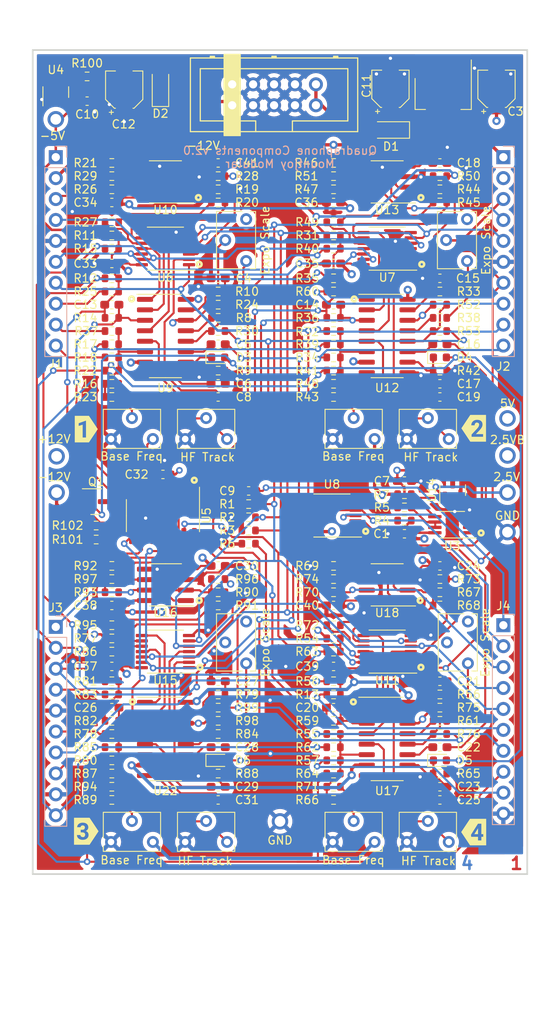
<source format=kicad_pcb>
(kicad_pcb (version 20221018) (generator pcbnew)
  (layers (0 "F.Cu" signal) (1 "In1.Cu" power "Ground") (2 "In2.Cu" power "Power") (31 "B.Cu" signal) (34 "B.Paste" user) (35 "F.Paste" user) (36 "B.SilkS" user "B.Silkscreen") (37 "F.SilkS" user "F.Silkscreen") (38 "B.Mask" user) (39 "F.Mask" user) (44 "Edge.Cuts" user))
  (net 0 "")
  (net 1 "GND")
  (net 2 "+2V5")
  (net 3 "+12V")
  (net 4 "+5V")
  (net 5 "Net-(C4-Pad1)")
  (net 6 "Net-(C5-Pad1)")
  (net 7 "Net-(Base_Freq_Trim1-Pad2)")
  (net 8 "/Start_Pulse")
  (net 9 "Net-(Base_Freq_Trim2-Pad2)")
  (net 10 "-12V")
  (net 11 "Net-(C8-Pad2)")
  (net 12 "Net-(Base_Freq_Trim3-Pad2)")
  (net 13 "Net-(Base_Freq_Trim4-Pad2)")
  (net 14 "/LIN_FREQ_IN")
  (net 15 "/Linear_Frequency")
  (net 16 "/OSCVoice1/PWM_Control")
  (net 17 "/OSCVoice2/PWM_Control")
  (net 18 "Net-(C15-Pad1)")
  (net 19 "Net-(C16-Pad1)")
  (net 20 "-5V")
  (net 21 "Net-(Q1-Pad1)")
  (net 22 "Net-(C19-Pad2)")
  (net 23 "/OSCVoice4/PWM_Control")
  (net 24 "Net-(C21-Pad1)")
  (net 25 "Net-(C22-Pad1)")
  (net 26 "Net-(C6-Pad1)")
  (net 27 "Net-(C25-Pad2)")
  (net 28 "/OSCVoice3/PWM_Control")
  (net 29 "Net-(C27-Pad1)")
  (net 30 "Net-(C28-Pad1)")
  (net 31 "Net-(C17-Pad1)")
  (net 32 "Net-(C31-Pad2)")
  (net 33 "/+12V_IN")
  (net 34 "/-12V_IN")
  (net 35 "Net-(HF_Track_Trim1-Pad2)")
  (net 36 "/OSCVoice1/HF_Track")
  (net 37 "Net-(HF_Track_Trim2-Pad2)")
  (net 38 "/OSCVoice2/HF_Track")
  (net 39 "Net-(HF_Track_Trim3-Pad2)")
  (net 40 "/OSCVoice4/HF_Track")
  (net 41 "Net-(HF_Track_Trim4-Pad2)")
  (net 42 "/OSCVoice3/HF_Track")
  (net 43 "/HARD_SYNCH_SW")
  (net 44 "/SOFT_SYNCH_SW")
  (net 45 "/PULSE_SW")
  (net 46 "/TRIANGLE_SW")
  (net 47 "/SAW_SW")
  (net 48 "/PWM_POT")
  (net 49 "/FINE_TUNE")
  (net 50 "/OCT_TUNE")
  (net 51 "/SYNCH_SIGNAL3")
  (net 52 "/V_PER_OCT3")
  (net 53 "/FREQ_MOD3")
  (net 54 "/PWM_CV3")
  (net 55 "/MIX_OUT3")
  (net 56 "/SYNCH_SIGNAL4")
  (net 57 "/V_PER_OCT4")
  (net 58 "/FREQ_MOD4")
  (net 59 "/PWM_CV4")
  (net 60 "/MIX_OUT4")
  (net 61 "/SYNCH_SIGNAL1")
  (net 62 "/V_PER_OCT1")
  (net 63 "/FREQ_MOD1")
  (net 64 "/PWM_CV1")
  (net 65 "/MIX_OUT1")
  (net 66 "/SYNCH_SIGNAL2")
  (net 67 "/V_PER_OCT2")
  (net 68 "/FREQ_MOD2")
  (net 69 "/PWM_CV2")
  (net 70 "/MIX_OUT2")
  (net 71 "/PWM_CV")
  (net 72 "/OSCVoice1/Expo_Freq")
  (net 73 "/OSCVoice1/MIX_1")
  (net 74 "/OSCVoice1/Linear_Frequency")
  (net 75 "Net-(R26-Pad2)")
  (net 76 "/OSCVoice2/Expo_Freq")
  (net 77 "/OSCVoice2/MIX_1")
  (net 78 "Net-(R47-Pad2)")
  (net 79 "/OSCVoice2/Linear_Frequency")
  (net 80 "/OSCVoice4/Expo_Freq")
  (net 81 "/OSCVoice4/MIX_1")
  (net 82 "Net-(R70-Pad2)")
  (net 83 "/OSCVoice4/Linear_Frequency")
  (net 84 "/OSCVoice3/Expo_Freq")
  (net 85 "/OSCVoice3/MIX_1")
  (net 86 "Net-(R93-Pad2)")
  (net 87 "/OSCVoice3/Linear_Frequency")
  (net 88 "/OSCVoice1/Triangle_Out")
  (net 89 "/OSCVoice1/Pulse_Out")
  (net 90 "/OSCVoice2/Triangle_Out")
  (net 91 "/OSCVoice2/Pulse_Out")
  (net 92 "/OSCVoice1/Saw_Out")
  (net 93 "/OSCVoice2/Saw_Out")
  (net 94 "/OSCVoice3/Saw_Out")
  (net 95 "/OSCVoice4/Saw_Out")
  (net 96 "/OSCVoice4/Triangle_Out")
  (net 97 "/OSCVoice4/Pulse_Out")
  (net 98 "/OSCVoice3/Triangle_Out")
  (net 99 "/OSCVoice3/Pulse_Out")
  (net 100 "/OSCVoice1/Triangle_Mix")
  (net 101 "/OSCVoice1/Pulse_Mix")
  (net 102 "/OSCVoice1/Saw_Mix")
  (net 103 "/OSCVoice2/Triangle_Mix")
  (net 104 "/OSCVoice2/Pulse_Mix")
  (net 105 "/OSCVoice2/Saw_Mix")
  (net 106 "/OSCVoice4/Triangle_Mix")
  (net 107 "/OSCVoice4/Pulse_Mix")
  (net 108 "/OSCVoice4/Saw_Mix")
  (net 109 "/OSCVoice3/Triangle_Mix")
  (net 110 "/OSCVoice3/Pulse_Mix")
  (net 111 "/OSCVoice3/Saw_Mix")
  (net 112 "/OSCVoice1/Soft_Synch")
  (net 113 "/OSCVoice1/Hard_Synch")
  (net 114 "/OSCVoice2/Soft_Synch")
  (net 115 "/OSCVoice2/Hard_Synch")
  (net 116 "/OSCVoice4/Soft_Synch")
  (net 117 "/OSCVoice4/Hard_Synch")
  (net 118 "/OSCVoice3/Soft_Synch")
  (net 119 "/OSCVoice3/Hard_Synch")
  (net 120 "/OSCVoice1/BW_Comp")
  (net 121 "/OSCVoice2/BW_Comp")
  (net 122 "/OSCVoice4/BW_Comp")
  (net 123 "/OSCVoice3/BW_Comp")
  (net 124 "/OSCVoice1/Op_Amp_Mix")
  (net 125 "/OSCVoice2/Op_Amp_Mix")
  (net 126 "/OSCVoice4/Op_Amp_Mix")
  (net 127 "/OSCVoice3/Op_Amp_Mix")
  (net 128 "/OSCVoice1/PWM_Opamp_Mix")
  (net 129 "/OSCVoice2/PWM_Opamp_Mix")
  (net 130 "/OSCVoice4/PWM_Opamp_Mix")
  (net 131 "/OSCVoice3/PWM_Opamp_Mix")
  (net 132 "/2.5V_Test")
  (net 133 "Net-(Expo_Trim1-Pad1)")
  (net 134 "Net-(U3-Pad1)")
  (net 135 "Net-(Expo_Trim2-Pad1)")
  (net 136 "Net-(Expo_Trim3-Pad1)")
  (net 137 "Net-(Expo_Trim4-Pad1)")
  (net 138 "Net-(R5-Pad1)")
  (net 139 "Net-(R8-Pad1)")
  (net 140 "Net-(R38-Pad1)")
  (net 141 "Net-(R61-Pad1)")
  (net 142 "Net-(R84-Pad1)")
  (net 143 "Net-(C23-Pad1)")
  (net 144 "Net-(C29-Pad1)")
  (footprint "Capacitor_SMD:C_0603_1608Metric_Pad1.08x0.95mm_HandSolder" (layer "F.Cu") (at 86.5 117.4 180)
    (fp_text reference "C40")
    (fp_text value "100nF")
  )
  (footprint "Custom_Footprints:1.3mm_Test_Point" (layer "F.Cu") (at 52.8 58.4)
    (fp_text reference "TP6" hide)
    (fp_text value "TestPoint")
  )
  (footprint "Potentiometer_THT:Potentiometer_Bourns_3266W_Vertical" (layer "F.Cu") (at 68.5 146.1 180)
    (fp_text reference "HF_Track_Trim3" hide)
    (fp_text value "5k")
  )
  (footprint "Diode_SMD:D_0603_1608Metric" (layer "F.Cu") (at 72.5 87.3)
    (fp_text reference "D3")
    (fp_text value "CDBU40")
  )
  (footprint "Resistor_SMD:R_0603_1608Metric" (layer "F.Cu") (at 76.2 106.7)
    (fp_text reference "R2")
    (fp_text value "14k")
  )
  (footprint "Capacitor_SMD:C_0603_1608Metric_Pad1.08x0.95mm_HandSolder" (layer "F.Cu") (at 72.5 141 180)
    (fp_text reference "C31")
    (fp_text value "3.9nF")
  )
  (footprint "Potentiometer_THT:Potentiometer_Bourns_3266W_Vertical" (layer "F.Cu") (at 68.5 97.2 180)
    (fp_text reference "HF_Track_Trim1" hide)
    (fp_text value "5k")
  )
  (footprint "Capacitor_SMD:C_0603_1608Metric_Pad1.08x0.95mm_HandSolder" (layer "F.Cu") (at 72.5 77.7 180)
    (fp_text reference "C4")
    (fp_text value "10nF")
  )
  (footprint "Capacitor_SMD:C_0603_1608Metric_Pad1.08x0.95mm_HandSolder" (layer "F.Cu") (at 99.4 85.7)
    (fp_text reference "C16")
    (fp_text value "10nF")
  )
  (footprint "Resistor_SMD:R_0603_1608Metric" (layer "F.Cu") (at 59.6 131.4 180)
    (fp_text reference "R82")
    (fp_text value "13k")
  )
  (footprint "Potentiometer_THT:Potentiometer_Bourns_3266W_Vertical" (layer "F.Cu") (at 86.4 146.1 180)
    (fp_text reference "Base_Freq_Trim4" hide)
    (fp_text value "5k")
  )
  (footprint "Resistor_SMD:R_0603_1608Metric" (layer "F.Cu") (at 72.5 82.5)
    (fp_text reference "R8")
    (fp_text value "22k")
  )
  (footprint "Potentiometer_THT:Potentiometer_Bourns_3266W_Vertical" (layer "F.Cu") (at 102.7 75.6 -90)
    (fp_text reference "Expo_Trim2" hide)
    (fp_text value "5k")
  )
  (footprint "Resistor_SMD:R_0603_1608Metric" (layer "F.Cu") (at 59.6 119.8 180)
    (fp_text reference "R95")
    (fp_text value "30k")
  )
  (footprint "Resistor_SMD:R_0603_1608Metric" (layer "F.Cu") (at 86.5 92.1 180)
    (fp_text reference "R43")
    (fp_text value "100k")
  )
  (footprint "Resistor_SMD:R_0603_1608Metric" (layer "F.Cu") (at 95.1 107.1 180)
    (fp_text reference "R4")
    (fp_text value "14k")
  )
  (footprint "Resistor_SMD:R_0603_1608Metric" (layer "F.Cu") (at 86.5 128.2 180)
    (fp_text reference "R13")
    (fp_text value "100k")
  )
  (footprint "Package_SO:SOIC-8_3.9x4.9mm_P1.27mm" (layer "F.Cu") (at 93 114.9 180)
    (fp_text reference "U18")
    (fp_text value "TL072")
  )
  (footprint "Package_TO_SOT_SMD:SOT-23" (layer "F.Cu") (at 100.95 103.4 90)
    (fp_text reference "U14")
    (fp_text value "LM4040DBZ-2.5")
  )
  (footprint "Capacitor_SMD:C_0603_1608Metric_Pad1.08x0.95mm_HandSolder" (layer "F.Cu") (at 76.2 103.5 180)
    (fp_text reference "C9")
    (fp_text value "1uF")
  )
  (footprint "Custom_Footprints:1.3mm_Test_Point" (layer "F.Cu") (at 52.9 103.7)
    (fp_text reference "TP7" hide)
    (fp_text value "TestPoint")
  )
  (footprint "Package_SO:SOIC-14_3.9x8.7mm_P1.27mm" (layer "F.Cu") (at 65.8 106.5 -90)
    (fp_text reference "U5")
    (fp_text value "MCP6004")
  )
  (footprint "Package_SO:MSOP-8_3x3mm_P0.65mm" (layer "F.Cu") (at 100.9 107.6 180)
    (fp_text reference "U3")
    (fp_text value "MCP6002")
  )
  (footprint "Resistor_SMD:R_0603_1608Metric" (layer "F.Cu") (at 86.5 85.7)
    (fp_text reference "R39")
    (fp_text value "680k")
  )
  (footprint "Resistor_SMD:R_0603_1608Metric" (layer "F.Cu") (at 59.6 88.9)
    (fp_text reference "R22")
    (fp_text value "68k")
  )
  (footprint "Resistor_SMD:R_0603_1608Metric" (layer "F.Cu") (at 86.5 137.8)
    (fp_text reference "R64")
    (fp_text value "68k")
  )
  (footprint "Capacitor_SMD:C_0603_1608Metric_Pad1.08x0.95mm_HandSolder" (layer "F.Cu") (at 59.6 75.9 180)
    (fp_text reference "C33")
    (fp_text value "100nF")
  )
  (footprint "Resistor_SMD:R_0603_1608Metric" (layer "F.Cu") (at 72.5 88.9 180)
    (fp_text reference "R9")
    (fp_text value "10k")
  )
  (footprint "kibuzzard-63D3EB2D" (layer "F.Cu") (at 56.5 144.8)
    (fp_text reference "kibuzzard-63D3EB2D" hide)
    (fp_text value "G***" hide)
  )
  (footprint "Resistor_SMD:R_0603_1608Metric" (layer "F.Cu") (at 99.4 66.9)
    (fp_text reference "R44")
    (fp_text value "30k")
  )
  (footprint "Resistor_SMD:R_0603_1608Metric" (layer "F.Cu") (at 59.6 72.5 180)
    (fp_text reference "R11")
    (fp_text value "47k")
  )
  (footprint "Diode_SMD:D_0603_1608Metric" (layer "F.Cu") (at 99.4 136.2)
    (fp_text reference "D5")
    (fp_text value "CDBU40")
  )
  (footprint "Package_SO:TSSOP-14_4.4x5mm_P0.65mm" (layer "F.Cu") (at 66.1 123 180)
    (fp_text reference "U15")
    (fp_text value "74LV4066PW")
  )
  (footprint "Potentiometer_THT:Potentiometer_Bourns_3266W_Vertical" (layer "F.Cu") (at 59.5 97.2 180)
    (fp_text reference "Base_Freq_Trim1" hide)
    (fp_text value "5k")
  )
  (footprint "Resistor_SMD:R_0603_1608Metric" (layer "F.Cu") (at 59.6 63.7)
    (fp_text reference "R21")
    (fp_text value "120k")
  )
  (footprint "Capacitor_SMD:CP_Elec_4x5.8" (layer "F.Cu") (at 93.4 54.7 90)
    (fp_text reference "C11")
    (fp_text value "22uF")
  )
  (footprint "kibuzzard-63D3EB3D" (layer "F.Cu") (at 103.5 144.9)
    (fp_text reference "kibuzzard-63D3EB3D" hide)
    (fp_text value "G***" hide)
  )
  (footprint "Resistor_SMD:R_0603_1608Metric" (layer "F.Cu") (at 59.6 65.3)
    (fp_text reference "R29")
    (fp_text value "18k")
  )
  (footprint "Resistor_SMD:R_0603_1608Metric" (layer "F.Cu") (at 72.5 117.4)
    (fp_text reference "R91")
    (fp_text value "30k")
  )
  (footprint "Potentiometer_THT:Potentiometer_Bourns_3266W_Vertical" (layer "F.Cu") (at 75.9 124.425 -90)
    (fp_text reference "Expo_Trim3" hide)
    (fp_text value "5k")
  )
  (footprint "Capacitor_SMD:C_0603_1608Metric_Pad1.08x0.95mm_HandSolder" (layer "F.Cu") (at 99.4 134.6)
    (fp_text reference "C22")
    (fp_text value "10nF")
  )
  (footprint "Resistor_SMD:R_0603_1608Metric" (layer "F.Cu") (at 59.6 121.4 180)
    (fp_text reference "R77")
    (fp_text value "47k")
  )
  (footprint "Resistor_SMD:R_0603_1608Metric" (layer "F.Cu") (at 86.5 87.3)
    (fp_text reference "R34")
    (fp_text value "49.9k")
  )
  (footprint "Resistor_SMD:R_0603_1608Metric" (layer "F.Cu") (at 59.6 87.3)
    (fp_text reference "R18")
    (fp_text value "49.9k")
  )
  (footprint "Resistor_SMD:R_0603_1608Metric" (layer "F.Cu") (at 59.6 112.6)
    (fp_text reference "R92")
    (fp_text value "120k")
  )
  (footprint "Package_SO:SOIC-8_3.9x4.9mm_P1.27mm" (layer "F.Cu") (at 93 66 180)
    (fp_text reference "U13")
    (fp_text value "TL072")
  )
  (footprint "Capacitor_SMD:C_0603_1608Metric_Pad1.08x0.95mm_HandSolder" (layer "F.Cu") (at 86.5 75.9 180)
    (fp_text reference "C35")
    (fp_text value "100nF")
  )
  (footprint "Capacitor_SMD:C_0603_1608Metric_Pad1.08x0.95mm_HandSolder" (layer "F.Cu") (at 99.4 112.6)
    (fp_text reference "C24")
    (fp_text value "100nF")
  )
  (footprint "Resistor_SMD:R_0603_1608Metric" (layer "F.Cu") (at 95.1 103.9)
    (fp_text reference "R7")
    (fp_text value "2k7")
  )
  (footprint "Resistor_SMD:R_0603_1608Metric" (layer "F.Cu") (at 86.5 77.7 180)
    (fp_text reference "R35")
    (fp_text value "120k")
  )
  (footprint "Capacitor_SMD:C_0603_1608Metric_Pad1.08x0.95mm_HandSolder" (layer "F.Cu") (at 72.5 139.4 180)
    (fp_text reference "C29")
    (fp_text value "10nF")
  )
  (footprint "Capacitor_SMD:C_0603_1608Metric_Pad1.08x0.95mm_HandSolder" (layer "F.Cu") (at 99.4 92.1 180)
    (fp_text reference "C19")
    (fp_text value "3.9nF")
  )
  (footprint "Resistor_SMD:R_0603_1608Metric" (layer "F.Cu") (at 95.1 105.5 180)
    (fp_text reference "R5")
    (fp_text value "100")
  )
  (footprint "Resistor_SMD:R_0603_1608Metric" (layer "F.Cu") (at 99.4 114.2)
    (fp_text reference "R73")
    (fp_text value "120k")
  )
  (footprint "Custom_Footprints:1.3mm_Test_Point" (layer "F.Cu") (at 107.6 108.5)
    (fp_text reference "TP5" hide)
    (fp_text value "TestPoint")
  )
  (footprint "Package_SO:SOIC-8_3.9x4.9mm_P1.27mm" (layer "F.Cu") (at 66.1 114.9 180)
    (fp_text reference "U16")
    (fp_text value "TL072")
  )
  (footprint "Resistor_SMD:R_0603_1608Metric" (layer "F.Cu") (at 86.5 72.5 180)
    (fp_text reference "R31")
    (fp_text value "47k")
  )
  (footprint "Potentiometer_THT:Potentiometer_Bourns_3266W_Vertical" (layer "F.Cu") (at 102.8 124.425 -90)
    (fp_text reference "Expo_Trim4" hide)
    (fp_text value "5k")
  )
  (footprint "Resistor_SMD:R_0603_1608Metric" (layer "F.Cu") (at 99.4 129.8 180)
    (fp_text reference "R75")
    (fp_text value "499k")
  )
  (footprint "Resistor_SMD:R_0603_1608Metric" (layer "F.Cu") (at 59.6 139.4 180)
    (fp_text reference "R94")
    (fp_text value "267")
  )
  (footprint "Resistor_SMD:R_0603_1608Metric" (layer "F.Cu") (at 99.4 133 180)
    (fp_text reference "R76")
    (fp_text value "1M")
  )
  (footprint "Capacitor_SMD:C_0603_1608Metric_Pad1.08x0.95mm_HandSolder" (layer "F.Cu") (at 72.5 90.5 180)
    (fp_text reference "C6")
    (fp_text value "10nF")
  )
  (footprint "Resistor_SMD:R_0603_1608Metric" (layer "F.Cu") (at 72.5 80.9 180)
    (fp_text reference "R24")
    (fp_text value "499k")
  )
  (footprint "Resistor_SMD:R_0603_1608Metric" (layer "F.Cu") (at 86.5 84.1)
    (fp_text reference "R32")
    (fp_text value "49.9k")
  )
  (footprint "Resistor_SMD:R_0603_1608Metric" (layer "F.Cu") (at 86.5 123 180)
    (fp_text reference "R63")
    (fp_text value "100k")
  )
  (footprint "Capacitor_SMD:C_0603_1608Metric_Pad1.08x0.95mm_HandSolder" (layer "F.Cu") (at 59.6 129.8)
    (fp_text reference "C26")
    (fp_text value "1nF")
  )
  (footprint "Capacitor_SMD:C_0603_1608Metric_Pad1.08x0.95mm_HandSolder" (layer "F.Cu") (at 99.4 141 180)
    (fp_text reference "C25")
    (fp_text value "3.9nF")
  )
  (footprint "Resistor_SMD:R_0603_1608Metric" (layer "F.Cu") (at 86.5 114.2)
    (fp_text reference "R74")
    (fp_text value "18k")
  )
  (footprint "Package_SO:TSSOP-14_4.4x5mm_P0.65mm" (layer "F.Cu") (at 93 123 180)
    (fp_text reference "U11")
    (fp_text value "74LV4066PW")
  )
  (footprint "Resistor_SMD:R_0603_1608Metric" (layer "F.Cu") (at 86.5 141 180)
    (fp_text reference "R66")
    (fp_text value "100k")
  )
  (footprint "Resistor_SMD:R_0603_1608Metric" (layer "F.Cu") (at 59.6 141 180)
    (fp_text reference "R89")
    (fp_text value "100k")
  )
  (footprint "Capacitor_SMD:C_0603_1608Metric_Pad1.08x0.95mm_HandSolder" (layer "F.Cu") (at 72.5 126.6 180)
    (fp_text reference "C27")
    (fp_text value "10nF")
  )
  (footprint "Resistor_SMD:R_0603_1608Metric" (layer "F.Cu") (at 99.4 117.4)
    (fp_text reference "R68")
    (fp_text value "30k")
  )
  (footprint "Resistor_SMD:R_0603_1608Metric" (layer "F.Cu") (at 72.5 115.8)
    (fp_text reference "R90")
    (fp_text value "30k")
  )
  (footprint "Resistor_SMD:R_0603_1608Metric" (layer "F.Cu") (at 59.6 85.7)
    (fp_text reference "R17")
    (fp_text value "680k")
  )
  (footprint "Capacitor_SMD:CP_Elec_4x5.8" (layer "F.Cu") (at 61.1 54.8 90)
    (fp_text reference "C12")
    (fp_text value "22uF")
  )
  (footprint "Resistor_SMD:R_0603_1608Metric" (layer "F.Cu") (at 59.6 137.8)
    (fp_text reference "R87")
    (fp_text value "68k")
  )
  (footprint "Capacitor_SMD:C_0603_1608Metric_Pad1.08x0.95mm_HandSolder" (layer "F.Cu") (at 86.5 68.5 180)
    (fp_text reference "C36")
    (fp_text value "100nF")
  )
  (footprint "Capacitor_SMD:C_0603_1608Metric_Pad1.08x0.95mm_HandSolder" (layer "F.Cu") (at 99.4 77.7 180)
    (fp_text reference "C15")
    (fp_text value "10nF")
  )
  (footprint "Resistor_SMD:R_0603_1608Metric" (layer "F.Cu") (at 86.5 134.6)
    (fp_text reference "R62")
    (fp_text value "680k")
  )
  (footprint "Capacitor_SMD:C_0603_1608Metric_Pad1.08x0.95mm_HandSolder" (layer "F.Cu") (at 99.4 126.6 180)
    (fp_text reference "C21")
    (fp_text value "10nF")
  )
  (footprint "Custom_Footprints:1.3mm_Test_Point" (layer "F.Cu") (at 107.6 103.7)
    (fp_text reference "TP8" hide)
    (fp_text value "TestPoint")
  )
  (footprint "Resistor_SMD:R_0603_1608Metric" (layer "F.Cu") (at 99.4 80.9 180)
    (fp_text reference "R52")
    (fp_text value "499k")
  )
  (footprint "Resistor_SMD:R_0603_1608Metric" (layer "F.Cu") (at 59.6 92.1 180)
    (fp_text reference "R23")
    (fp_text value "100k")
  )
  (footprint "Custom_Footprints:1.3mm_Test_Point" (layer "F.Cu") (at 107.6 94.7)
    (fp_text reference "TP2" hide)
    (fp_text value "TestPoint")
  )
  (footprint "Capacitor_SMD:C_0603_1608Metric_Pad1.08x0.95mm_HandSolder" (layer "F.Cu") (at 95.1 108.7 180)
    (fp_text reference "C1")
    (fp_text value "1uF")
  )
  (footprint "Capacitor_SMD:C_0603_1608Metric_Pad1.08x0.95mm_HandSolder" (layer "F.Cu") (at 72.5 92.1 180)
    (fp_text reference "C8")
    (fp_text value "3.9nF")
  )
  (footprint "Capacitor_SMD:C_0603_1608Metric_Pad1.08x0.95mm_HandSolder" (layer "F.Cu") (at 86.5 124.8 180)
    (fp_text reference "C39")
    (fp_text value "100nF")
  )
  (footprint "Custom_Footprints:1.3mm_Test_Point" (layer "F.Cu") (at 80 143.6)
    (fp_text reference "TP4" hide)
    (fp_text value "TestPoint")
  )
  (footprint "Resistor_SMD:R_0603_1608Metric" (layer "F.Cu") (at 86.5 66.9 180)
    (fp_text reference "R47")
    (fp_text value "36k")
  )
  (footprint "Package_TO_SOT_SMD:SOT-23" (layer "F.Cu") (at 57.7 104.8)
    (fp_text reference "Q1")
    (fp_text value "MMBT3904")
  )
  (footprint "Diode_SMD:D_SOD-123" (layer "F.Cu") (at 65.5 54.6 90)
    (fp_text reference "D2")
    (fp_text value "1N5819")
  )
  (footprint "Potentiometer_THT:Potentiometer_Bourns_3266W_Vertical" (layer "F.Cu") (at 86.4 97.2 180)
    (fp_text reference "Base_Freq_Trim2" hide)
    (fp_text value "5k")
  )
  (footprint "Resistor_SMD:R_0603_1608Metric" (layer "F.Cu") (at 99.4 82.5)
    (fp_text reference "R38")
    (fp_text value "22k")
  )
  (footprint "Package_SO:TSSOP-14_4.4x5mm_P0.65mm" (layer "F.Cu") (at 93 74.1 180)
    (fp_text reference "U7")
    (fp_text value "74LV4066PW")
  )
  (footprint "Resistor_SMD:R_0603_1608Metric" (layer "F.Cu") (at 56.6 53.2 180)
    (fp_text reference "R100")
    (fp_text value "2.2k")
  )
  (footprint "Resistor_SMD:R_0603_1608Metric" (layer "F.Cu") (at 72.5 66.9)
    (fp_text reference "R19")
    (fp_text value "30k")
  )
  (footprint "Capacitor_SMD:C_0603_1608Metric_Pad1.08x0.95mm_HandSolder" (layer "F.Cu") (at 72.5 63.7)
    (fp_text reference "C41")
    (fp_text value "100nF")
  )
  (footprint "Capacitor_SMD:C_0603_1608Metric_Pad1.08x0.95mm_HandSolder" (layer "F.Cu") (at 59.6 68.5 180)
    (fp_text reference "C34")
    (fp_text value "100nF")
  )
  (footprint "Diode_SMD:D_0603_1608Metric" (layer "F.Cu") (at 99.4 87.3)
    (fp_text reference "D4")
    (fp_text value "CDBU40")
  )
  (footprint "Resistor_SMD:R_0603_1608Metric" (layer "F.Cu") (at 59.6 84.1)
    (fp_text reference "R37")
    (fp_text value "49.9k")
  )
  (footprint "Resistor_SMD:R_0603_1608Metric" (layer "F.Cu") (at 86.5 79.3 180)
    (fp_text reference "R60")
    (fp_text value "100k")
  )
  (footprint "Resistor_SMD:R_0603_1608Metric" (layer "F.Cu") (at 99.4 115.8)
    (fp_text reference "R67")
    (fp_text value "30k")
  )
  (footprint "Resistor_SMD:R_0603_1608Metric" (layer "F.Cu") (at 99.4 68.5)
    (fp_text reference "R45")
    (fp_text value "30k")
  )
  (footprint "Capacitor_SMD:C_0603_1608Metric_Pad1.08x0.95mm_HandSolder" (layer "F.Cu") (at 59.6 80.9)
    (fp_text reference "C13")
    (fp_text value "1nF")
  )
  (footprint "Capacitor_SMD:C_0603_1608Metric_Pad1.08x0.95mm_HandSolder" (layer "F.Cu") (at 56.6 56.2)
    (fp_text reference "C10")
    (fp_text value "100nF")
  )
  (footprint "Resistor_SMD:R_0603_1608Metric" (layer "F.Cu") (at 99.4 128.2)
    (fp_text reference "R56")
    (fp_text value "267")
  )
  (footprint "Resistor_SMD:R_0603_1608Metric" (layer "F.Cu") (at 59.6 79.3 180)
    (fp_text reference "R25")
    (fp_text value "100k")
  )
  (footprint "Resistor_SMD:R_0603_1608Metric" (layer "F.Cu") (at 59.6 128.2 180)
    (fp_text reference "R83")
    (fp_text value "100k")
  )
  (footprint "Resistor_SMD:R_0603_1608Metric" (layer "F.Cu") (at 72.5 137.8 180)
    (fp_text reference "R88")
    (fp_text value "10k")
  )
  (footprint "Resistor_SMD:R_0603_1608Metric" (layer "F.Cu") (at 59.6 77.7 180)
    (fp_text reference "R12")
    (fp_text value "120k")
  )
  (footprint "Resistor_SMD:R_0603_1608Metric" (layer "F.Cu") (at 72.5 79.3)
    (fp_text reference "R10")
    (fp_text value "267")
  )
  (footprint "Potentiometer_THT:Potentiometer_Bourns_3266W_Vertical" (layer "F.Cu") (at 75.9 75.6 -90)
    (fp_text reference "Expo_Trim1" hide)
    (fp_text value "5k")
  )
  (footprint "Capacitor_SMD:C_0603_1608Metric_Pad1.08x0.95mm_HandSolder" (layer "F.Cu") (at 72.5 112.6)
    (fp_text reference "C30")
    (fp_text value "100nF")
  )
  (footprint "Resistor_SMD:R_0603_1608Metric" (layer "F.Cu") (at 86.5 112.6)
    (fp_text reference "R69")
    (fp_text value "120k")
  )
  (footprint "Resistor_SMD:R_0603_1608Metric" (layer "F.Cu") (at 59.6 126.6 180)
    (fp_text reference "R81")
    (fp_text value "120k")
  )
  (footprint "Resistor_SMD:R_0603_1608Metric" (layer "F.Cu") (at 99.4 131.4)
    (fp_text reference "R61")
    (fp_text value "22k")
  )
  (footprint "Diode_SMD:D_0603_1608Metric" (layer "F.Cu") (at 72.5 136.2)
    (fp_text reference "D6")
    (fp_text value "CDBU40")
  )
  (footprint "Resistor_SMD:R_0603_1608Metric" (layer "F.Cu") (at 72.5 128.2)
    (fp_text reference "R79")
    (fp_text value "267")
  )
  (footprint "Resistor_SMD:R_0603_1608Metric" (layer "F.Cu") (at 86.5 63.7)
    (fp_text reference "R46")
    (fp_text value "120k")
  )
  (footprint "Diode_SMD:D_SOD-123" (layer "F.Cu") (at 93.46875 59.7 180)
    (fp_text reference "D1")
    (fp_text value "1N5819")
  )
  (footprint "Resistor_SMD:R_0603_1608Metric" (layer "F.Cu") (at 86.5 82.5 180)
    (fp_text reference "R36")
    (fp_text value "13k")
  )
  (footprint "Resistor_SMD:R_0603_1608Metric" (layer "F.Cu") (at 72.5 131.4 180)
    (fp_text reference "R98")
    (fp_text value "499k")
  )
  (footprint "Package_SO:SOIC-16_3.9x9.9mm_P1.27mm" (layer "F.Cu") (at 66.1 133.6)
    (fp_text reference "U22")
    (fp_text value "SSI2131")
  )
  (footprint "Resistor_SMD:R_0603_1608Metric" (layer "F.Cu") (at 99.4 79.3)
    (fp_text reference "R33")
    (fp_text value "267")
  )
  (footprint "Resistor_SMD:R_0603_1608Metric" (layer "F.Cu") (at 86.5 88.9)
    (fp_text reference "R41")
    (fp_text value "68k")
  )
  (footprint "Resistor_SMD:R_0603_1608Metric" (layer "F.Cu") (at 72.5 84.1 180)
    (fp_text reference "R30")
    (fp_text value "1M")
  )
  (footprint "Package_SO:SOIC-16_3.9x9.9mm_P1.27mm" (layer "F.Cu") (at 93 133.6)
    (fp_text reference "U17")
    (fp_text value "SSI2131")
  )
  (footprint "Resistor_SMD:R_0603_1608Metric" (layer "F.Cu") (at 57.7 107.7 180)
    (fp_text reference "R102")
    (fp_text value "47k")
  )
  (footprint "Resistor_SMD:R_0603_1608Metric" (layer "F.Cu") (at 72.5 133)
    (fp_text reference "R84")
    (fp_text value "22k")
  )
  (footprint "Capacitor_SMD:C_0603_1608Metric_Pad1.08x0.95mm_HandSolder" (layer "F.Cu") (at 95.1 102.3 180)
    (fp_text reference "C7")
    (fp_text value "1uF")
  )
  (footprint "Resistor_SMD:R_0603_1608Metric" (layer "F.Cu") (at 86.5 90.5 180)
    (fp_text reference "R48")
    (fp_text value "267")
  )
  (footprint "Resistor_SMD:R_0603_1608Metric" (layer "F.Cu") (at 72.5 68.5)
    (fp_text reference "R20")
    (fp_text value "30k")
  )
  (footprint "Resistor_SMD:R_0603_1608Metric" (layer "F.Cu") (at 99.4 65.3)
    (fp_text reference "R50")
    (fp_text value "120k")
  )
  (footprint "Resistor_SMD:R_0603_1608Metric" (layer "F.Cu") (at 86.5 133)
    (fp_text reference "R55")
    (fp_text value "49.9k")
  )
  (footprint "Capacitor_SMD:C_0603_1608Metric_Pad1.08x0.95mm_HandSolder" (layer "F.Cu") (at 99.4 90.5 180)
    (fp_text reference "C17")
    (fp_text value "10nF")
  )
  (footprint "Potentiometer_THT:Potentiometer_Bourns_3266W_Vertical" (layer "F.Cu") (at 59.5 146.1 180)
    (fp_text reference "Base_Freq_Trim3" hide)
    (fp_text value "5k")
  )
  (footprint "Capacitor_SMD:C_0603_1608Metric_Pad1.08x0.95mm_HandSolder" (layer "F.Cu") (at 65.8 101.5 180)
    (fp_text reference "C32")
    (fp_text value "100nF")
  )
  (footprint "Package_TO_SOT_SMD:SOT-23" (layer "F.Cu") (at 52.8 55.1 90)
    (fp_text reference "U4")
    (fp_text value "LM4040DBZ-5")
  )
  (footprint "Capacitor_SMD:C_0603_1608Metric_Pad1.08x0.95mm_HandSolder" (layer "F.Cu") (at 99.4 63.7)
    (fp_text reference "C18")
    (fp_text value "100nF")
  )
  (footprint "Capacitor_SMD:C_0603_1608Metric_Pad1.08x0.95mm_HandSolder" (layer "F.Cu") (at 59.6 124.8 180)
    (fp_text reference "C37")
    (fp_text value "100nF")
  )
  (footprint "Capacitor_SMD:C_0603_1608Metric_Pad1.08x0.95mm_HandSolder" (layer "F.Cu") (at 86.5 80.9)
    (fp_text reference "C14")
    (fp_text value "1nF")
  )
  (footprint "Resistor_SMD:R_0603_1608Metric" (layer "F.Cu") (at 59.6 134.6)
    (fp_text reference "R85")
    (fp_text value "680k")
  )
  (footprint "Resistor_SMD:R_0603_1608Metric" (layer "F.Cu") (at 59.6 90.5 180)
    (fp_text reference "R16")
    (fp_text value "267")
  )
  (footprint "Capacitor_SMD:CP_Elec_4x5.7" (layer "F.Cu") (at 106.26875 54.7 90)
    (fp_text reference "C3")
    (fp_text value "10uF")
  )
  (footprint "Resistor_SMD:R_0603_1608Metric" (layer "F.Cu") (at 59.6 136.2)
    (fp_text reference "R80")
    (fp_text value "49.9k")
  )
  (footprint "Resistor_SMD:R_0603_1608Metric" (layer "F.Cu") (at 86.5 119.8 180)
    (fp_text reference "R72")
    (fp_text value "30k")
  )
  (footprint "Resistor_SMD:R_0603_1608Metric" (layer "F.Cu") (at 86.5 139.4 180)
    (fp_text reference "R71")
    (fp_text value "267")
  )
  (footprint "Custom_Footprints:4_Layer_Markers" (layer "F.Cu") (at 105.7 148.7 180)
    (fp_text reference "FID1" hide)
    (fp_text value "4_Layer_Marker")
  )
  (footprint "Capacitor_SMD:C_0603_1608Metric_Pad1.08x0.95mm_HandSolder" (layer "F.Cu") (at 99.4 139.4 180)
    (fp_text reference "C23")
    (fp_text value "10nF")
  )
  (footprint "Resistor_SMD:R_0603_1608Metric" (layer "F.Cu") (at 86.5 136.2)
    (fp_text reference "R57")
    (fp_text value "49.9k")
  )
  (footprint "Package_SO:TSSOP-14_4.4x5mm_P0.65mm" (layer "F.Cu") (at 66.1 74.1 180)
    (fp_text reference "U6")
    (fp_text value "74LV4066PW")
  )
  (footprint "Resistor_SMD:R_0603_1608Metric" (layer "F.Cu") (at 59.6 123 180)
    (fp_text reference "R86")
    (fp_text value "100k")
  )
  (footprint "Resistor_SMD:R_0603_1608Metric" (layer "F.Cu") (at 72.5 129.8 180)
    (fp_text reference "R99")
    (fp_text value "1M")
  )
  (footprint "Resistor_SMD:R_0603_1608Metric" (layer "F.Cu") (at 86.5 126.6 180)
    (fp_text reference "R58")
    (fp_text value "120k")
  )
  (footprint "Custom_Footprints:1.3mm_Test_Point" (layer "F.Cu") (at 107.6 99.2)
    (fp_text reference "TP3" hide)
    (fp_text value "TestPoint")
  )
  (footprint "Package_SO:TSSOP-14_4.4x5mm_P0.65mm" (layer "F.Cu") (at 86.3 106.487291 180)
    (fp_text reference "U8")
    (fp_text value "74LV4066PW")
  )
  (footprint "Resistor_SMD:R_0603_1608Metric" (layer "F.Cu") (at 86.5 131.4 180)
    (fp_text reference "R59")
    (fp_text value "13k")
  )
  (footprint "kibuzzard-63D3EB53" (layer "F.Cu") (at 56.5 96)
    (fp_text reference "kibuzzard-63D3EB53" hide)
    (fp_text value "G***" hide)
  )
  (footprint "Potentiometer_THT:Potentiometer_Bourns_3266W_Vertical" (layer "F.Cu") (at 95.4 97.2 180)
    (fp_text reference "HF_Track_Trim2" hide)
    (fp_text value "5k")
  )
  (footprint "Package_SO:SOIC-8_3.9x4.9mm_P1.27mm" (layer "F.Cu") (at 66.1 66 180)
    (fp_text reference "U10")
    (fp_text value "TL072")
  )
  (footprint "Resistor_SMD:R_0603_1608Metric" (layer "F.Cu") (at 59.6 133)
    (fp_text reference "R78")
    (fp_text value "49.9k")
  )
  (footprint "Capacitor_SMD:C_0603_1608Metric_Pad1.08x0.95mm_HandSolder" (layer "F.Cu") (at 72.5 85.7)
    (fp_text reference "C5")
    (fp_text value "10nF")
  )
  (footprint "Resistor_SMD:R_0603_1608Metric" (layer "F.Cu") (at 86.5 115.8 180)
    (fp_text reference "R70")
    (fp_text value "36k")
  )
  (footprint "Capacitor_SMD:C_0603_1608Metric_Pad1.08x0.95mm_HandSolder" (layer "F.Cu") (at 86.5 129.8)
    (fp_text reference "C20")
    (fp_text value "1nF")
  )
  (footprint "Resistor_SMD:R_0603_1608Metric" (layer "F.Cu") (at 99.4 88.9 180)
    (fp_text reference "R42")
    (fp_text value "10k")
  )
  (footprint "Potentiometer_THT:Potentiometer_Bourns_3266W_Vertical" (layer "F.Cu") (at 95.4 146.1 180)
    (fp_text reference "HF_Track_Trim4" hide)
    (fp_text value "5k")
  )
  (footprint "Resistor_SMD:R_0603_1608Metric" (layer "F.Cu") (at 86.5 121.4 180)
    (fp_text reference "R54")
    (fp_text value "47k")
  )
  (footprint "Resistor_SMD:R_0603_1608Metric" (layer "F.Cu") (at 99.4 84.1 180)
    (fp_text reference "R53")
    (fp_text value "1M")
  )
  (footprint "kibuzzard-63D3EB0F" (layer "F.Cu") (at 103.5 95.9)
    (fp_text reference "kibuzzard-63D3EB0F" hide)
    (fp_text value "G***" hide)
  )
  (footprint "Package_SO:SOIC-16_3.9x9.9mm_P1.27mm" (layer "F.Cu") (at 66.1 84.7)
    (fp_text reference "U9")
    (fp_text value "SSI2131")
  )
  (footprint "Resistor_SMD:R_0603_1608Metric" (layer "F.Cu") (at 59.6 66.9 180)
    (fp_text reference "R26")
    (fp_text value "36k")
  )
  (footprint "Resistor_SMD:R_0603_1608Metric" (layer "F.Cu") (at 86.5 65.3)
    (fp_text reference "R51")
    (fp_text value "18k")
  )
  (footprint "Custom_Footprints:Eurorack_10_pin_header" (layer "F.Cu") (at 74.2 56.7)
    (fp_text reference "J5" hide)
    (fp_text value "Eurorack_10_pin_power")
  )
  (footprint "Resistor_SMD:R_0603_1608Metric" (layer "F.Cu") (at 99.4 137.8 180)
    (fp_text reference "R65")
    (fp_text value "10k")
  )
  (footprint "Capacitor_SMD:C_0603_1608Metric_Pad1.08x0.95mm_HandSolder" (layer "F.Cu") (at 72.5 134.6)
    (fp_text reference "C28")
    (fp_text value "10nF")
  )
  (footprint "Package_TO_SOT_SMD:SOT-223-3_TabPin2" (layer "F.Cu") (at 99.8 55.3 -90)
    (fp_text reference "U1" hide)
    (fp_text value "AMS1117-5.0")
  )
  (footprint "Resistor_SMD:R_0603_1608Metric" (layer "F.Cu") (at 72.5 65.3)
    (fp_text reference "R28")
    (fp_text value "120k")
  )
  (footprint "Capacitor_SMD:C_0603_1608Metric_Pad1.08x0.95mm_HandSolder" (layer "F.Cu") (at 59.6 117.4 180)
    (fp_text reference "C38")
    (fp_text value "100nF")
  )
  (footprint "Resistor_SMD:R_0603_1608Metric" (layer "F.Cu") (at 76.2 105.1)
    (fp_text reference "R1")
    (fp_text value "14k")
  )
  (footprint "Resistor_SMD:R_0603_1608Metric" (layer "F.Cu") (at 59.6 74.1 180)
    (fp_text reference "R15")
    (fp_text value "100k")
  )
  (footprint "Resistor_SMD:R_0603_1608Metric" (layer "F.Cu") (at 86.5 74.1 180)
    (fp_text reference "R40")
    (fp_text value "100k")
  )
  (footprint "Resistor_SMD:R_0603_1608Metric" (layer "F.Cu") (at 59.6 115.8 180)
    (fp_text reference "R93")
    (fp_text value "36k")
  )
  (footprint "Resistor_SMD:R_0603_1608Metric" (layer "F.Cu") (at 59.6 70.9 180)
    (fp_text reference "R27")
    (fp_text value "30k")
  )
  (footprint "Resistor_SMD:R_0603_1608Metric" (layer "F.Cu") (at 76.2 108.3)
    (fp_text reference "R3")
    (fp_text value "14k")
  )
  (footprint "Custom_Footprints:1.3mm_Test_Point" (layer "F.Cu") (at 52.9 99.3)
    (fp_text reference "TP1" hide)
    (fp_text value "TestPoint")
  )
  (footprint "Resistor_SMD:R_0603_1608Metric" (layer "F.Cu") (at 59.6 114.2)
    (fp_text reference "R97")
    (fp_text value "18k")
  )
  (footprint "Resistor_SMD:R_0603_1608Metric" (layer "F.Cu") (at 86.5 70.9 180)
    (fp_text reference "R49")
    (fp_text value "30k")
  )
  (footprint "Resistor_SMD:R_0603_1608Metric" (layer "F.Cu") (at 59.6 82.5 180)
    (fp_text reference "R14")
    (fp_text value "13k")
  )
  (footprint "Package_SO:SOIC-16_3.9x9.9mm_P1.27mm" (layer "F.Cu") (at 93 84.7)
    (fp_text reference "U12")
    (fp_text value "SSI2131")
  )
  (footprint "Resistor_SMD:R_0603_1608Metric" (layer "F.Cu") (at 57.7 109.4 180)
    (fp_text reference "R101")
    (fp_text value "20k")
  )
  (footprint "Resistor_SMD:R_0603_1608Metric" (layer "F.Cu") (at 72.5 114.2)
    (fp_text reference "R96")
    (fp_text value "120k")
  )
  (footprint "Resistor_SMD:R_0603_1608Metric" (layer "F.Cu") (at 76.2 109.9)
    (fp_text reference "R6")
    (fp_text value "14k")
  )
  (footprint "Connector_PinHeader_2.54mm:PinHeader_1x10_P2.54mm_Vertical" (layer "B.Cu") (at 107.1 119.8 180)
    (fp_text reference "J4")
    (fp_text value "Conn_01x10_Male")
  )
  (footprint "Connector_PinHeader_2.54mm:PinHeader_1x10_P2.54mm_Vertical" (layer "B.Cu") (at 52.8 120 180)
    (fp_text reference "J3")
    (fp_text value "Conn_01x10_Male")
  )
  (footprint "Connector_PinHeader_2.54mm:PinHeader_1x10_P2.54mm_Vertical" (layer "B.Cu") (at 107.1 63 180)
    (fp_text reference "J2")
    (fp_text value "Conn_01x10_Male")
  )
  (footprint "Connector_PinHeader_2.54mm:PinHeader_1x10_P2.54mm_Vertical" (layer "B.Cu") (at 52.8 63 180)
    (fp_text reference "J1")
    (fp_text value "Conn_01x10_Male")
  )
  (gr_circle (center 97.1 67.9) (end 97.241421 67.9) (stroke (width 0.3)) (fill none) (layer "F.SilkS"))
  (gr_circle (center 70.1 67.9) (end 70.241421 67.9) (stroke (width 0.3)) (fill none) (layer "F.SilkS"))
  (gr_circle (center 104.4 108.6) (end 104.541421 108.6) (stroke (width 0.3)) (fill none) (layer "F.SilkS"))
  (gr_circle (center 90.4 108.4) (end 90.541421 108.4) (stroke (width 0.3)) (fill none) (layer "F.SilkS"))
  (gr_circle (center 97 116.8) (end 97.141421 116.8) (stroke (width 0.3)) (fill none) (layer "F.SilkS"))
  (gr_circle (center 70.2 76) (end 70.341421 76) (stroke (width 0.3)) (fill none) (layer "F.SilkS"))
  (gr_circle (center 89 80.2) (end 89.141421 80.2) (stroke (width 0.3)) (fill none) (layer "F.SilkS"))
  (gr_circle (center 70.3 124.9) (end 70.441421 124.9) (stroke (width 0.3)) (fill none) (layer "F.SilkS"))
  (gr_circle (center 70.2 116.8) (end 70.341421 116.8) (stroke (width 0.3)) (fill none) (layer "F.SilkS"))
  (gr_circle (center 88.9 129.1) (end 89.041421 129.1) (stroke (width 0.3)) (fill none) (layer "F.SilkS"))
  (gr_circle (center 62.1 129.1) (end 62.241421 129.1) (stroke (width 0.3)) (fill none) (layer "F.SilkS"))
  (gr_circle (center 62 80.2) (end 62.141421 80.2) (stroke (width 0.3)) (fill none) (layer "F.SilkS"))
  (gr_circle (center 69.6 102.2) (end 69.741421 102.2) (stroke (width 0.3)) (fill none) (layer "F.SilkS"))
  (gr_circle (center 97.2 76) (end 97.341421 76) (stroke (width 0.3)) (fill none) (layer "F.SilkS"))
  (gr_circle (center 97.1 124.9) (end 97.241421 124.9) (stroke (width 0.3)) (fill none) (layer "F.SilkS"))
  (gr_line locked (start 50 50) (end 110 50) (stroke (width 0.2)) (layer "Edge.Cuts"))
  (gr_line locked (start 110 50) (end 110 150) (stroke (width 0.2)) (layer "Edge.Cuts"))
  (gr_line locked (start 50 50) (end 50 150) (stroke (width 0.2)) (layer "Edge.Cuts"))
  (gr_line locked (start 50 150) (end 110 150) (stroke (width 0.2)) (layer "Edge.Cuts"))
  (gr_text "Quadraphone Components v2.0\nMountjoy Modular" (at 80 63) (layer "B.SilkS") (effects (font (size 1 1)) (justify mirror)))
  (gr_text "2.5VB" (at 107.6 97.3) (layer "F.SilkS") (effects (font (size 1 1))))
  (gr_text "HF Track" (at 70.9 148.4) (layer "F.SilkS") (effects (font (size 1 1))))
  (gr_text "5V" (at 107.6 92.9) (layer "F.SilkS") (effects (font (size 1 1))))
  (gr_text "HF Track" (at 98 148.4) (layer "F.SilkS") (effects (font (size 1 1))))
  (gr_text "HF Track" (at 98.3 99.4) (layer "F.SilkS") (effects (font (size 1 1))))
  (gr_text "HF Track" (at 71.2 99.4) (layer "F.SilkS") (effects (font (size 1 1))))
  (gr_text "GND" (at 107.6 106.5) (layer "F.SilkS") (effects (font (size 1 1))))
  (gr_text "Expo Scale" (at 105 73.1 90) (layer "F.SilkS") (effects (font (size 1 1))))
  (gr_text "Base Freq" (at 88.9 99.3) (layer "F.SilkS") (effects (font (size 1 1))))
  (gr_text "Expo Scale" (at 104.9 121.9 90) (layer "F.SilkS") (effects (font (size 1 1))))
  (gr_text "-5V" (at 52.4 60.4) (layer "F.SilkS") (effects (font (size 1 1))))
  (gr_text "GND" (at 80 145.9) (layer "F.SilkS") (effects (font (size 1 1))))
  (gr_text "Expo Scale" (at 78.2 121.9 90) (layer "F.SilkS") (effects (font (size 1 1))))
  (gr_text "Expo Scale" (at 78.2 73.1 90) (layer "F.SilkS") (effects (font (size 1 1))))
  (gr_text "Base Freq" (at 88.9 148.3) (layer "F.SilkS") (effects (font (size 1 1))))
  (gr_text "2.5V" (at 107.5 101.8) (layer "F.SilkS") (effects (font (size 1 1))))
  (gr_text "Base Freq" (at 62 148.3) (layer "F.SilkS") (effects (font (size 1 1))))
  (gr_text "-12V" (at 52.6 101.8) (layer "F.SilkS") (effects (font (size 1 1))))
  (gr_text "Base Freq" (at 62 99.3) (layer "F.SilkS") (effects (font (size 1 1))))
  (gr_text "+12V" (at 52.6 97.2) (layer "F.SilkS") (effects (font (size 1 1))))
  (segment (start 64.53 102.67) (end 64.53 104.025) (width 0.4) (layer "F.Cu") (net 1))
  (segment (start 72.5625 113.4) (end 71.1 113.4) (width 0.25) (layer "F.Cu") (net 1))
  (segment (start 68.9625 121.05) (end 69.35 121.05) (width 0.3) (layer "F.Cu") (net 1))
  (segment (start 64.53 105.97) (end 63.7 106.8) (width 0.4) (layer "F.Cu") (net 1))
  (segment (start 67.45 72.15) (end 67.4 72.1) (width 0.3) (layer "F.Cu") (net 1))
  (segment (start 69.645 89.145) (end 70.2 89.7) (width 0.3) (layer "F.Cu") (net 1))
  (segment (start 100.2625 112.6) (end 101 112.6) (width 0.3) (layer "F.Cu") (net 1))
  (segment (start 95.475 138.045) (end 96.845 138.045) (width 0.3) (layer "F.Cu") (net 1))
  (segment (start 70 120.4) (end 71.3 120.4) (width 0.3) (layer "F.Cu") (net 1))
  (segment (start 67.07 105.53) (end 65.8 106.8) (width 0.25) (layer "F.Cu") (net 1))
  (segment (start 68.9625 72.15) (end 67.45 72.15) (width 0.3) (layer "F.Cu") (net 1))
  (segment (start 96.745 89.145) (end 95.475 89.145) (width 0.3) (layer "F.Cu") (net 1))
  (segment (start 64.9375 101.5) (end 64.9375 102.2625) (width 0.4) (layer "F.Cu") (net 1))
  (segment (start 98.25 121.05) (end 98.3 121) (width 0.3) (layer "F.Cu") (net 1))
  (segment (start 70.235 114.265) (end 71.1 113.4) (width 0.3) (layer "F.Cu") (net 1))
  (segment (start 73.3625 112.6) (end 72.5625 113.4) (width 0.25) (layer "F.Cu") (net 1))
  (segment (start 101 112.6) (end 101.2 112.8) (width 0.3) (layer "F.Cu") (net 1))
  (segment (start 73.8 88.9) (end 74.8 89.9) (width 0.4) (layer "F.Cu") (net 1))
  (segment (start 90.525 112.995) (end 91.595 112.995) (width 0.3) (layer "F.Cu") (net 1))
  (segment (start 68.575 89.145) (end 69.645 89.145) (width 0.3) (layer "F.Cu") (net 1))
  (segment (start 69.35 121.05) (end 70 120.4) (width 0.3) (layer "F.Cu") (net 1))
  (segment (start 65.8 106.8) (end 63.7 106.8) (width 0.25) (layer "F.Cu") (net 1))
  (segment (start 97.1 89.5) (end 96.745 89.145) (width 0.3) (layer "F.Cu") (net 1))
  (segment (start 95.8625 121.05) (end 98.25 121.05) (width 0.3) (layer "F.Cu") (net 1))
  (segment (start 91.595 112.995) (end 92 113.4) (width 0.3) (layer "F.Cu") (net 1))
  (segment (start 94.325 108.687291) (end 95.925 107.087291) (width 0.3) (layer "F.Cu") (net 1))
  (segment (start 64.53 104.025) (end 64.53 105.97) (width 0.4) (layer "F.Cu") (net 1))
  (segment (start 96.845 138.045) (end 97 138.2) (width 0.3) (layer "F.Cu") (net 1))
  (segment (start 64.9375 102.2625) (end 64.53 102.67) (width 0.4) (layer "F.Cu") (net 1))
  (segment (start 95.8625 72.15) (end 95.05 72.15) (width 0.3) (layer "F.Cu") (net 1))
  (segment (start 95.05 72.15) (end 94 73.2) (width 0.3) (layer "F.Cu") (net 1))
  (segment (start 94.2375 108.687291) (end 94.325 108.687291) (width 0.3) (layer "F.Cu") (net 1))
  (segment (start 73.325 88.9) (end 73.8 88.9) (width 0.4) (layer "F.Cu") (net 1))
  (segment (start 67.07 104.025) (end 67.07 105.53) (width 0.25) (layer "F.Cu") (net 1))
  (segment (start 68.575 114.265) (end 70.235 114.265) (width 0.3) (layer "F.Cu") (net 1))
  (via (at 94.9 126) (size 0.8) (drill 0.4) (layers "F.Cu" "B.Cu") (net 1))
  (via (at 51.1 56) (size 0.8) (drill 0.4) (layers "F.Cu" "B.Cu") (net 1))
  (via (at 72 122.9) (size 0.8) (drill 0.4) (layers "F.Cu" "B.Cu") (net 1))
  (via (at 59.3 56.6) (size 0.8) (drill 0.4) (layers "F.Cu" "B.Cu") (net 1))
  (via (at 68 125.9) (size 0.8) (drill 0.4) (layers "F.Cu" "B.Cu") (net 1))
  (via (at 95.1 52.9) (size 0.8) (drill 0.4) (layers "F.Cu" "B.Cu") (net 1))
  (via (at 101.2 106) (size 0.8) (drill 0.4) (layers "F.Cu" "B.Cu") (net 1))
  (via (at 92 113.4) (size 0.8) (drill 0.4) (layers "F.Cu" "B.Cu") (net 1))
  (via (at 97.1 65.4) (size 0.8) (drill 0.4) (layers "F.Cu" "B.Cu") (net 1))
  (via (at 94 73.2) (size 0.8) (drill 0.4) (layers "F.Cu" "B.Cu") (net 1))
  (via (at 80.7 124.8) (size 0.8) (drill 0.4) (layers "F.Cu" "B.Cu") (net 1))
  (via (at 83.7 112.6) (size 0.8) (drill 0.4) (layers "F.Cu" "B.Cu") (net 1))
  (via (at 75.2 66.8) (size 0.8) (drill 0.4) (layers "F.Cu" "B.Cu") (net 1))
  (via (at 75.8 115.9) (size 0.8) (drill 0.4) (layers "F.Cu" "B.Cu") (net 1))
  (via (at 67.4 72.1) (size 0.8) (drill 0.4) (layers "F.Cu" "B.Cu") (net 1))
  (via (at 74.8 89.9) (size 0.8) (drill 0.4) (layers "F.Cu" "B.Cu") (net 1))
  (via (at 57.5 57.5) (size 0.8) (drill 0.4) (layers "F.Cu" "B.Cu") (net 1))
  (via (at 84.3 124.8) (size 0.8) (drill 0.4) (layers "F.Cu" "B.Cu") (net 1))
  (via (at 65.4 64.1) (size 0.8) (drill 0.4) (layers "F.Cu" "B.Cu") (net 1))
  (via (at 101.2 112.8) (size 0.8) (drill 0.4) (layers "F.Cu" "B.Cu") (net 1))
  (via (at 103.6 52.2) (size 0.8) (drill 0.4) (layers "F.Cu" "B.Cu") (net 1))
  (via (at 66 99.8) (size 0.8) (drill 0.4) (layers "F.Cu" "B.Cu") (net 1))
  (via (at 74.1 106.7) (size 0.8) (drill 0.4) (layers "F.Cu" "B.Cu") (net 1))
  (via (at 97 114.3) (size 0.8) (drill 0.4) (layers "F.Cu" "B.Cu") (net 1))
  (via (at 78.840145 135.3755) (size 0.8) (drill 0.4) (layers "F.Cu" "B.Cu") (net 1))
  (via (at 97 138.2) (size 0.8) (drill 0.4) (layers "F.Cu" "B.Cu") (net 1))
  (via (at 54.8 69.6) (size 0.8) (drill 0.4) (layers "F.Cu" "B.Cu") (net 1))
  (via (at 70.2 89.7) (size 0.8) (drill 0.4) (layers "F.Cu" "B.Cu") (net 1))
  (via (at 98.3 121) (size 0.8) (drill 0.4) (layers "F.Cu" "B.Cu") (net 1))
  (via (at 65.1 113) (size 0.8) (drill 0.4) (layers "F.Cu" "B.Cu") (net 1))
  (via (at 54.9 124.2) (size 0.8) (drill 0.4) (layers "F.Cu" "B.Cu") (net 1))
  (via (at 75.1 137.8) (size 0.8) (drill 0.4) (layers "F.Cu" "B.Cu") (net 1))
  (via (at 92.420023 64.220023) (size 0.8) (drill 0.4) (layers "F.Cu" "B.Cu") (net 1))
  (via (at 97.1 89.5) (size 0.8) (drill 0.4) (layers "F.Cu" "B.Cu") (net 1))
  (via (at 97.1 102.3) (size 0.8) (drill 0.4) (layers "F.Cu" "B.Cu") (net 1))
  (via (at 78.8 128.9) (size 0.8) (drill 0.4) (layers "F.Cu" "B.Cu") (net 1))
  (via (at 57.5 117.7) (size 0.8) (drill 0.4) (layers "F.Cu" "B.Cu") (net 1))
  (via (at 70.2 65.4) (size 0.8) (drill 0.4) (layers "F.Cu" "B.Cu") (net 1))
  (via (at 93.4 51) (size 0.8) (drill 0.4) (layers "F.Cu" "B.Cu") (net 1))
  (via (at 97.3 77.7) (size 0.8) (drill 0.4) (layers "F.Cu" "B.Cu") (net 1))
  (via (at 61.1 58.7) (size 0.8) (drill 0.4) (layers "F.Cu" "B.Cu") (net 1))
  (via (at 70.1 78.7) (size 0.8) (drill 0.4) (layers "F.Cu" "B.Cu") (net 1))
  (via (at 70.1 138.1) (size 0.8) (drill 0.4) (layers "F.Cu" "B.Cu") (net 1))
  (via (at 100.3 61.8) (size 0.8) (drill 0.4) (layers "F.Cu" "B.Cu") (net 1))
  (via (at 91.7 52.9) (size 0.8) (drill 0.4) (layers "F.Cu" "B.Cu") (net 1))
  (via (at 101.212299 88.912299) (size 0.8) (drill 0.4) (layers "F.Cu" "B.Cu") (net 1))
  (via (at 90.2 118.3) (size 0.8) (drill 0.4) (layers "F.Cu" "B.Cu") (net 1))
  (via (at 93.1 108.7) (size 0.8) (drill 0.4) (layers "F.Cu" "B.Cu") (net 1))
  (via (at 108 52.9) (size 0.8) (drill 0.4) (layers "F.Cu" "B.Cu") (net 1))
  (via (at 102.6 64.3) (size 0.8) (drill 0.4) (layers "F.Cu" "B.Cu") (net 1))
  (via (at 63.7 106.8) (size 0.8) (drill 0.4) (layers "F.Cu" "B.Cu") (net 1))
  (via (at 57.5 75.9) (size 0.8) (drill 0.4) (layers "F.Cu" "B.Cu") (net 1))
  (via (at 101.6 137.8) (size 0.8) (drill 0.4) (layers "F.Cu" "B.Cu") (net 1))
  (via (at 71.3 120.4) (size 0.8) (drill 0.4) (layers "F.Cu" "B.Cu") (net 1))
  (via (at 103 105.8) (size 0.8) (drill 0.4) (layers "F.Cu" "B.Cu") (net 1))
  (via (at 74.9 63.7) (size 0.8) (drill 0.4) (layers "F.Cu" "B.Cu") (net 1))
  (via (at 101.7 141) (size 0.8) (drill 0.4) (layers "F.Cu" "B.Cu") (net 1))
  (via (at 72.9 109.4) (size 0.8) (drill 0.4) (layers "F.Cu" "B.Cu") (net 1))
  (segment (start 94.401074 105.5) (end 95.1 104.801074) (width 0.3) (layer "F.Cu") (net 2))
  (segment (start 71.1 131.4) (end 71.675 131.4) (width 0.3) (layer "F.Cu") (net 2))
  (segment (start 102.08 73.1) (end 100.2 73.1) (width 0.3) (layer "F.Cu") (net 2))
  (segment (start 94.2375 101.0375) (end 94.2 101) (width 0.3) (layer "F.Cu") (net 2))
  (segment (start 104.5 106.586396) (end 104.5 102.4) (width 0.3) (layer "F.Cu") (net 2))
  (segment (start 67.3 101.5) (end 67.8 101) (width 0.3) (layer "F.Cu") (net 2))
  (segment (start 96.805 131.695) (end 97.3 131.2) (width 0.3) (layer "F.Cu") (net 2))
  (segment (start 72.5 73.92) (end 73.36 73.06) (width 0.25) (layer "F.Cu") (net 2))
  (segment (start 66.6625 101.5) (end 67.3 101.5) (width 0.3) (layer "F.Cu") (net 2))
  (segment (start 68.58 131.7) (end 68.575 131.695) (width 0.3) (layer "F.Cu") (net 2))
  (segment (start 95.475 131.695) (end 96.805 131.695) (width 0.3) (layer "F.Cu") (net 2))
  (segment (start 72.5 80.075) (end 72.5 73.92) (width 0.25) (layer "F.Cu") (net 2))
  (segment (start 69.78 82.795) (end 68.575 82.795) (width 0.25) (layer "F.Cu") (net 2))
  (segment (start 65.8 102.3625) (end 66.6625 101.5) (width 0.3) (layer "F.Cu") (net 2))
  (segment (start 95.1 103.038575) (end 94.361425 102.3) (width 0.3) (layer "F.Cu") (net 2))
  (segment (start 103.1 101) (end 94.2 101) (width 0.3) (layer "F.Cu") (net 2))
  (segment (start 67.305 82.795) (end 68.575 82.795) (width 0.3) (layer "F.Cu") (net 2))
  (segment (start 67 83.1) (end 67.305 82.795) (width 0.3) (layer "F.Cu") (net 2))
  (segment (start 70.1 131.7) (end 70.8 131.7) (width 0.3) (layer "F.Cu") (net 2))
  (segment (start 107.1 68.08) (end 102.08 73.1) (width 0.3) (layer "F.Cu") (net 2))
  (segment (start 97.3 131.2) (end 97.3 131.075) (width 0.3) (layer "F.Cu") (net 2))
  (segment (start 65.8 104.025) (end 65.8 102.3625) (width 0.3) (layer "F.Cu") (net 2))
  (segment (start 103.811396 107.275) (end 104.5 106.586396) (width 0.3) (layer "F.Cu") (net 2))
  (segment (start 95.1 104.801074) (end 95.1 103.038575) (width 0.3) (layer "F.Cu") (net 2))
  (segment (start 97.3 131.075) (end 98.575 129.8) (width 0.3) (layer "F.Cu") (net 2))
  (segment (start 98.575 80.9) (end 97.2875 82.1875) (width 0.25) (layer "F.Cu") (net 2))
  (segment (start 94.298925 105.5) (end 94.401074 105.5) (width 0.3) (layer "F.Cu") (net 2))
  (segment (start 94.2375 102.3) (end 94.2375 101.0375) (width 0.3) (layer "F.Cu") (net 2))
  (segment (start 71.675 80.9) (end 69.78 82.795) (width 0.25) (layer "F.Cu") (net 2))
  (segment (start 71.675 80.9) (end 72.5 80.075) (width 0.25) (layer "F.Cu") (net 2))
  (segment (start 97.2875 82.1875) (end 96.68 82.795) (width 0.25) (layer "F.Cu") (net 2))
  (segment (start 103.0125 107.275) (end 103.811396 107.275) (width 0.3) (layer "F.Cu") (net 2))
  (segment (start 100.2 73.1) (end 100.16 73.06) (width 0.3) (layer "F.Cu") (net 2))
  (segment (start 70.1 131.7) (end 68.58 131.7) (width 0.3) (layer "F.Cu") (net 2))
  (segment (start 104.5 102.4) (end 103.1 101) (width 0.3) (layer "F.Cu") (net 2))
  (segment (start 70.8 131.7) (end 71.1 131.4) (width 0.3) (layer "F.Cu") (net 2))
  (segment (start 96.68 82.795) (end 95.475 82.795) (width 0.25) (layer "F.Cu") (net 2))
  (via (at 67 83.1) (size 0.9) (drill 0.5) (layers "F.Cu" "B.Cu") (net 2))
  (via (at 94.2 101) (size 0.9) (drill 0.5) (layers "F.Cu" "B.Cu") (net 2))
  (via (at 70.1 131.7) (size 0.9) (drill 0.5) (layers "F.Cu" "B.Cu") (net 2))
  (via (at 97.3 131.2) (size 0.9) (drill 0.5) (layers "F.Cu" "B.Cu") (net 2))
  (via (at 67.8 101) (size 0.8) (drill 0.4) (layers "F.Cu" "B.Cu") (net 2))
  (via (at 97.2875 82.1875) (size 0.9) (drill 0.5) (layers "F.Cu" "B.Cu") (net 2))
  (segment (start 88.6 117.5) (end 87.4625 117.5) (width 0.4) (layer "F.Cu") (net 3))
  (segment (start 61.6 117.4) (end 60.4625 117.4) (width 0.3) (layer "F.Cu") (net 3))
  (segment (start 61.2625 118.2) (end 60.4625 117.4) (width 0.4) (layer "F.Cu") (net 3))
  (segment (start 95.11875 58.71875) (end 93.4 57) (width 0.4) (layer "F.Cu") (net 3))
  (segment (start 96.3 60.7) (end 104.8 60.7) (width 0.4) (layer "F.Cu") (net 3))
  (segment (start 95.11875 59.7) (end 96.11875 60.7) (width 0.4) (layer "F.Cu") (net 3))
  (segment (start 93.4 56.01875) (end 93.4 56.5) (width 0.4) (layer "F.Cu") (net 3))
  (segment (start 97.51875 51.9) (end 93.4 56.01875) (width 0.4) (layer "F.Cu") (net 3))
  (segment (start 96.11875 60.7) (end 96.3 60.7) (width 0.4) (layer "F.Cu") (net 3))
  (segment (start 62.195 116.805) (end 61.6 117.4) (width 0.3) (layer "F.Cu") (net 3))
  (segment (start 87.9575 116.805) (end 87.3625 117.4) (width 0.25) (layer "F.Cu") (net 3))
  (segment (start 61.0575 67.905) (end 60.4625 68.5) (width 0.25) (layer "F.Cu") (net 3))
  (segment (start 60.6625 68.7) (end 60.4625 68.5) (width 0.4) (layer "F.Cu") (net 3))
  (segment (start 95.11875 59.7) (end 95.11875 58.71875) (width 0.4) (layer "F.Cu") (net 3))
  (segment (start 87.3625 68.5) (end 87.8 68.5) (width 0.3) (layer "F.Cu") (net 3))
  (segment (start 104.8 60.7) (end 107.1 63) (width 0.4) (layer "F.Cu") (net 3))
  (segment (start 63.625 116.805) (end 62.195 116.805) (width 0.3) (layer "F.Cu") (net 3))
  (segment (start 90.525 116.805) (end 87.9575 116.805) (width 0.25) (layer "F.Cu") (net 3))
  (segment (start 87.9575 67.905) (end 87.3625 68.5) (width 0.25) (layer "F.Cu") (net 3))
  (segment (start 87.4625 117.5) (end 87.3625 117.4) (width 0.4) (layer "F.Cu") (net 3))
  (segment (start 62.1 118.2) (end 61.2625 118.2) (width 0.4) (layer "F.Cu") (net 3))
  (segment (start 63.625 67.905) (end 61.0575 67.905) (width 0.25) (layer "F.Cu") (net 3))
  (segment (start 61.7 68.7) (end 60.6625 68.7) (width 0.4) (layer "F.Cu") (net 3))
  (segment (start 93.4 57) (end 93.4 56.5) (width 0.4) (layer "F.Cu") (net 3))
  (segment (start 90.525 67.905) (end 87.9575 67.905) (width 0.25) (layer "F.Cu") (net 3))
  (segment (start 65.6 118.2) (end 62.1 118.2) (width 0.4) (layer "F.Cu") (net 3))
  (segment (start 87.8 68.5) (end 88.5 69.2) (width 0.3) (layer "F.Cu") (net 3))
  (via (at 65.6 118.2) (size 1) (drill 0.5) (layers "F.Cu" "B.Cu") (net 3))
  (via (at 88.5 69.2) (size 1) (drill 0.5) (layers "F.Cu" "B.Cu") (net 3))
  (via (at 61.7 68.7) (size 1) (drill 0.5) (layers "F.Cu" "B.Cu") (net 3))
  (via (at 62.1 118.2) (size 0.8) (drill 0.4) (layers "F.Cu" "B.Cu") (net 3))
  (via (at 88.6 117.5) (size 1) (drill 0.5) (layers "F.Cu" "B.Cu") (net 3))
  (segment (start 88.5 69.2) (end 62.2 69.2) (width 0.3) (layer "B.Cu") (net 3))
  (segment (start 62.2 69.2) (end 61.7 68.7) (width 0.3) (layer "B.Cu") (net 3))
  (segment (start 88.6 75.9) (end 88.75 76.05) (width 0.25) (layer "F.Cu") (net 4))
  (segment (start 59.9 106.9) (end 59.9 108.7) (width 0.25) (layer "F.Cu") (net 4))
  (segment (start 104.31875 58.45) (end 99.8 58.45) (width 0.4) (layer "F.Cu") (net 4))
  (segment (start 60.4625 124.8) (end 61.3625 125.7) (width 0.4) (layer "F.Cu") (net 4))
  (segment (start 63.9 105.5) (end 63.9 97.88) (width 0.25) (layer "F.Cu") (net 4))
  (segment (start 61.7 124.8) (end 61.85 124.95) (width 0.25) (layer "F.Cu") (net 4))
  (segment (start 88.75 76.05) (end 90.2375 76.05) (width 0.25) (layer "F.Cu") (net 4))
  (segment (start 87.3625 124.8) (end 89 126.4375) (width 0.4) (layer "F.Cu") (net 4))
  (segment (start 61.85 124.95) (end 63.3375 124.95) (width 0.25) (layer "F.Cu") (net 4))
  (segment (start 98.7875 108.575) (end 96.074791 108.575) (width 0.3) (layer "F.Cu") (net 4))
  (segment (start 61.3625 76.8) (end 60.4625 75.9) (width 0.4) (layer "F.Cu") (net 4))
  (segment (start 68.63 80.2) (end 68.575 80.255) (width 0.4) (layer "F.Cu") (net 4))
  (segment (start 86.262709 108.437291) (end 86.3 108.4) (width 0.4) (layer "F.Cu") (net 4))
  (segment (start 95.5 80.23) (end 95.5 79.1) (width 0.4) (layer "F.Cu") (net 4))
  (segment (start 58.6375 104.8) (end 59.5 104.8) (width 0.25) (layer "F.Cu") (net 4))
  (segment (start 87.3625 124.8) (end 87.587 125.0245) (width 0.25) (layer "F.Cu") (net 4))
  (segment (start 96.074791 108.575) (end 95.9625 108.687291) (width 0.4) (layer "F.Cu") (net 4))
  (segment (start 61.6 76.8) (end 61.3625 76.8) (width 0.4) (layer "F.Cu") (net 4))
  (segment (start 61.85 76.05) (end 63.3375 76.05) (width 0.25) (layer "F.Cu") (net 4))
  (segment (start 99.8 52.15) (end 99.8 58.45) (width 0.4) (layer "F.Cu") (net 4))
  (segment (start 95.9625 108.687291) (end 96.575209 109.3) (width 0.4) (layer "F.Cu") (net 4))
  (segment (start 95.6 129.03) (end 95.475 129.155) (width 0.4) (layer "F.Cu") (net 4))
  (segment (start 95.475 80.255) (end 95.5 80.23) (width 0.4) (layer "F.Cu") (net 4))
  (segment (start 87.587 125.0245) (end 90.163 125.0245) (width 0.25) (layer "F.Cu") (net 4))
  (segment (start 60.4625 75.9) (end 61.7 75.9) (width 0.25) (layer "F.Cu") (net 4))
  (segment (start 91.48 103.08) (end 92.4 104) (width 0.4) (layer "F.Cu") (net 4))
  (segment (start 106.26875 56.5) (end 106.26875 58.6) (width 0.4) (layer "F.Cu") (net 4))
  (segment (start 92.5 103.9) (end 92.4 104) (width 0.4) (layer "F.Cu") (net 4))
  (segment (start 61.3625 125.7) (end 61.4 125.7) (width 0.4) (layer "F.Cu") (net 4))
  (segment (start 83.4375 108.437291) (end 86.262709 108.437291) (width 0.4) (layer "F.Cu") (net 4))
  (segment (start 87.3625 75.9) (end 88.6 75.9) (width 0.25) (layer "F.Cu") (net 4))
  (segment (start 87.3625 75.9) (end 88.6625 77.2) (width 0.4) (layer "F.Cu") (net 4))
  (segment (start 69.749948 129.155) (end 69.891477 129.013471) (width 0.4) (layer "F.Cu") (net 4))
  (segment (start 88.6625 77.2) (end 88.7 77.2) (width 0.4) (layer "F.Cu") (net 4))
  (segment (start 89 126.4375) (end 89 126.7) (width 0.4) (layer "F.Cu") (net 4))
  (segment (start 63.9 97.88) (end 64.58 97.2) (width 0.25) (layer "F.Cu") (net 4))
  (segment (start 94.1875 103.9) (end 92.5 103.9) (width 0.4) (layer "F.Cu") (net 4))
  (segment (start 59.2 109.4) (end 58.525 109.4) (width 0.25) (layer "F.Cu") (net 4))
  (segment (start 68.575 129.155) (end 69.749948 129.155) (width 0.4) (layer "F.Cu") (net 4))
  (segment (start 95.6 128.3) (end 95.6 129.03) (width 0.4) (layer "F.Cu") (net 4))
  (segment (start 59.9 105.2) (end 59.9 106.9) (width 0.25) (layer "F.Cu") (net 4))
  (segment (start 106.26875 56.5) (end 104.31875 58.45) (width 0.4) (layer "F.Cu") (net 4))
  (segment (start 59.9 108.7) (end 59.2 109.4) (width 0.25) (layer "F.Cu") (net 4))
  (segment (start 70.1 80.2) (end 68.63 80.2) (width 0.4) (layer "F.Cu") (net 4))
  (segment (start 62.5 106.9) (end 63.9 105.5) (width 0.25) (layer "F.Cu") (net 4))
  (segment (start 61.7 75.9) (end 61.85 76.05) (width 0.25) (layer "F.Cu") (net 4))
  (segment (start 91.48 97.2) (end 91.48 103.08) (width 0.4) (layer "F.Cu") (net 4))
  (segment (start 96.575209 109.3) (end 97.5125 109.3) (width 0.4) (layer "F.Cu") (net 4))
  (segment (start 59.9 106.9) (end 62.5 106.9) (width 0.25) (layer "F.Cu") (net 4))
  (segment (start 59.5 104.8) (end 59.9 105.2) (width 0.25) (layer "F.Cu") (net 4))
  (segment (start 60.4625 124.8) (end 61.7 124.8) (width 0.25) (layer "F.Cu") (net 4))
  (via (at 61.6 76.8) (size 1) (drill 0.5) (layers "F.Cu" "B.Cu") (net 4))
  (via (at 86.3 108.4) (size 1) (drill 0.5) (layers "F.Cu" "B.Cu") (net 4))
  (via (at 70.1 80.2) (size 1) (drill 0.5) (layers "F.Cu" "B.Cu") (net 4))
  (via (at 69.891477 129.013471) (size 1) (drill 0.5) (layers "F.Cu" "B.Cu") (net 4))
  (via (at 97.5125 109.3) (size 1) (drill 0.5) (layers "F.Cu" "B.Cu") (net 4))
  (via (at 89 126.7) (size 1) (drill 0.5) (layers "F.Cu" "B.Cu") (net 4))
  (via (at 95.5 79.1) (size 1) (drill 0.5) (layers "F.Cu" "B.Cu") (net 4))
  (via (at 95.6 128.3) (size 1) (drill 0.5) (layers "F.Cu" "B.Cu") (net 4))
  (via (at 88.7 77.2) (size 1) (drill 0.5) (layers "F.Cu" "B.Cu") (net 4))
  (via (at 106.26875 58.6) (size 1) (drill 0.5) (layers "F.Cu" "B.Cu") (net 4))
  (via (at 92.4 104) (size 1) (drill 0.5) (layers "F.Cu" "B.Cu") (net 4))
  (via (at 61.4 125.7) (size 1) (drill 0.5) (layers "F.Cu" "B.Cu") (net 4))
  (segment (start 91.48 146.1) (end 89.48 148.1) (width 0.4) (layer "B.Cu") (net 4))
  (segment (start 66.58 148.1) (end 64.58 146.1) (width 0.4) (layer "B.Cu") (net 4))
  (segment (start 94 126.7) (end 89 126.7) (width 0.4) (layer "B.Cu") (net 4))
  (segment (start 88.1 127.6) (end 71.304948 127.6) (width 0.4) (layer "B.Cu") (net 4))
  (segment (start 71.304948 127.6) (end 69.891477 129.013471) (width 0.4) (layer "B.Cu") (net 4))
  (segment (start 89 126.7) (end 88.1 127.6) (width 0.4) (layer "B.Cu") (net 4))
  (segment (start 95.6 128.3) (end 94 126.7) (width 0.4) (layer "B.Cu") (net 4))
  (segment (start 66.58 148.1) (end 89.48 148.1) (width 0.4) (layer "B.Cu") (net 4))
  (segment (start 73.325 77.7375) (end 73.3625 77.7) (width 0.25) (layer "F.Cu") (net 5))
  (segment (start 73.325 79.3) (end 73.325 77.7375) (width 0.25) (layer "F.Cu") (net 5))
  (segment (start 68.575 86.605) (end 70.7325 86.605) (width 0.25) (layer "F.Cu") (net 6))
  (segment (start 70.7325 86.605) (end 71.6375 85.7) (width 0.25) (layer "F.Cu") (net 6))
  (segment (start 62.04 93.715) (end 62.04 94.66) (width 0.25) (layer "F.Cu") (net 7))
  (segment (start 60.425 92.1) (end 62.04 93.715) (width 0.25) (layer "F.Cu") (net 7))
  (segment (start 73.9875 88) (end 74.3 88) (width 0.25) (layer "F.Cu") (net 8))
  (segment (start 101.299997 87.3) (end 101.299999 87.299998) (width 0.25) (layer "F.Cu") (net 8))
  (segment (start 100.1875 87.3) (end 101.299997 87.3) (width 0.25) (layer "F.Cu") (net 8))
  (segment (start 56.7625 105.75) (end 57.75 105.75) (width 0.25) (layer "F.Cu") (net 8))
  (segment (start 57.75 105.75) (end 58.4 106.4) (width 0.25) (layer "F.Cu") (net 8))
  (segment (start 73.2875 87.3) (end 73.9875 88) (width 0.25) (layer "F.Cu") (net 8))
  (segment (start 75.2 136.2) (end 73.2875 136.2) (width 0.25) (layer "F.Cu") (net 8))
  (segment (start 101.7 136.2) (end 100.1875 136.2) (width 0.25) (layer "F.Cu") (net 8))
  (via (at 74.3 88) (size 0.8) (drill 0.4) (layers "F.Cu" "B.Cu") (net 8))
  (via (at 101.299999 87.299998) (size 0.8) (drill 0.4) (layers "F.Cu" "B.Cu") (net 8))
  (via (at 101.7 136.2) (size 0.8) (drill 0.4) (layers "F.Cu" "B.Cu") (net 8))
  (via (at 58.4 106.4) (size 0.8) (drill 0.4) (layers "F.Cu" "B.Cu") (net 8))
  (via (at 75.2 136.2) (size 0.8) (drill 0.4) (layers "F.Cu" "B.Cu") (net 8))
  (segment (start 101.7 136.2) (end 101.8 136.3) (width 0.25) (layer "B.Cu") (net 8))
  (segment (start 59.0005 87.0995) (end 58.4 87.7) (width 0.25) (layer "B.Cu") (net 8))
  (segment (start 99.999997 88.6) (end 101.299999 87.299998) (width 0.25) (layer "B.Cu") (net 8))
  (segment (start 101.7 136.2) (end 75.2 136.2) (width 0.25) (layer "B.Cu") (net 8))
  (segment (start 109.2 92.8) (end 103.699998 87.299998) (width 0.25) (layer "B.Cu") (net 8))
  (segment (start 101.8 136.3) (end 107.8 136.3) (width 0.25) (layer "B.Cu") (net 8))
  (segment (start 74.3 88) (end 73.3995 87.0995) (width 0.25) (layer "B.Cu") (net 8))
  (segment (start 103.699998 87.299998) (end 101.299999 87.299998) (width 0.25) (layer "B.Cu") (net 8))
  (segment (start 109.2 134.9) (end 109.2 92.8) (width 0.25) (layer "B.Cu") (net 8))
  (segment (start 74.9 88.6) (end 99.999997 88.6) (width 0.25) (layer "B.Cu") (net 8))
  (segment (start 74.3 88) (end 74.9 88.6) (width 0.25) (layer "B.Cu") (net 8))
  (segment (start 73.3995 87.0995) (end 59.0005 87.0995) (width 0.25) (layer "B.Cu") (net 8))
  (segment (start 107.8 136.3) (end 109.2 134.9) (width 0.25) (layer "B.Cu") (net 8))
  (segment (start 58.4 87.7) (end 58.4 106.4) (width 0.25) (layer "B.Cu") (net 8))
  (segment (start 88.94 93.715) (end 88.94 94.66) (width 0.25) (layer "F.Cu") (net 9))
  (segment (start 87.325 92.1) (end 88.94 93.715) (width 0.25) (layer "F.Cu") (net 9))
  (segment (start 55.485787 107.7) (end 52.9 105.114213) (width 0.4) (layer "F.Cu") (net 10))
  (segment (start 63.6 136.8) (end 63.625 136.775) (width 0.4) (layer "F.Cu") (net 10))
  (segment (start 68.59125 112.995) (end 68.575 113.01125) (width 0.25) (layer "F.Cu") (net 10))
  (segment (start 96.905 112.995) (end 95.49125 112.995) (width 0.25) (layer "F.Cu") (net 10))
  (segment (start 98.5375 112.6) (end 97.3 112.6) (width 0.25) (layer "F.Cu") (net 10))
  (segment (start 63.2 55.1) (end 63.2 59.8) (width 0.4) (layer "F.Cu") (net 10))
  (segment (start 68.59125 64.095) (end 68.575 64.11125) (width 0.25) (layer "F.Cu") (net 10))
  (segment (start 61.9495 87.875) (end 61.9 87.9245) (width 0.4) (layer "F.Cu") (net 10))
  (segment (start 57.425 53.2) (end 57.625 53) (width 0.4) (layer "F.Cu") (net 10))
  (segment (start 98.5375 63.7) (end 97.3 63.7) (width 0.25) (layer "F.Cu") (net 10))
  (segment (start 71.6375 112.6) (end 70.6375 111.6) (width 0.4) (layer "F.Cu") (net 10))
  (segment (start 70.005 112.995) (end 68.59125 112.995) (width 0.25) (layer "F.Cu") (net 10))
  (segment (start 61.15 52.95) (end 65.5 52.95) (width 0.4) (layer "F.Cu") (net 10))
  (segment (start 98.5 63.7) (end 98.5375 63.7) (width 0.4) (layer "F.Cu") (net 10))
  (segment (start 96.3 61.5) (end 98.5 63.7) (width 0.4) (layer "F.Cu") (net 10))
  (segment (start 52.9 105.114213) (end 52.9 103.7) (width 0.4) (layer "F.Cu") (net 10))
  (segment (start 96.905 64.095) (end 95.49125 64.095) (width 0.25) (layer "F.Cu") (net 10))
  (segment (start 88.9995 87.875) (end 88.9 87.7755) (width 0.4) (layer "F.Cu") (net 10))
  (segment (start 63.2 59.8) (end 56.777112 59.8) (width 0.4) (layer "F.Cu") (net 10))
  (segment (start 54.5 62.077112) (end 54.5 63.84) (width 0.4) (layer "F.Cu") (net 10))
  (segment (start 97.8375 111.9) (end 97.3 111.9) (width 0.4) (layer "F.Cu") (net 10))
  (segment (start 62 136.8) (end 63.6 136.8) (width 0.4) (layer "F.Cu") (net 10))
  (segment (start 89.125 136.775) (end 88.7 137.2) (width 0.4) (layer "F.Cu") (net 10))
  (segment (start 57.625 53) (end 61.1 53) (width 0.4) (layer "F.Cu") (net 10))
  (segment (start 56.875 107.7) (end 55.485787 107.7) (width 0.4) (layer "F.Cu") (net 10))
  (segment (start 95.49125 112.995) (end 95.475 113.01125) (width 0.25) (layer "F.Cu") (net 10))
  (segment (start 98.5375 112.6) (end 97.8375 111.9) (width 0.4) (layer "F.Cu") (net 10))
  (segment (start 61.1 53) (end 63.2 55.1) (width 0.4) (layer "F.Cu") (net 10))
  (segment (start 90.525 136.775) (end 89.125 136.775) (width 0.4) (layer "F.Cu") (net 10))
  (segment (start 95.49125 64.095) (end 95.475 64.11125) (width 0.25) (layer "F.Cu") (net 10))
  (segment (start 70.4 63.7) (end 70.005 64.095) (width 0.25) (layer "F.Cu") (net 10))
  (segment (start 56.777112 59.8) (end 54.5 62.077112) (width 0.4) (layer "F.Cu") (net 10))
  (segment (start 54.5 63.84) (end 52.8 65.54) (width 0.4) (layer "F.Cu") (net 10))
  (segment (start 71.6375 63.7) (end 71.6375 61.5) (width 0.4) (layer "F.Cu") (net 10))
  (segment (start 63.2 59.8) (end 64.9 61.5) (width 0.4) (layer "F.Cu") (net 10))
  (segment (start 71.6375 63.7) (end 70.4 63.7) (width 0.25) (layer "F.Cu") (net 10))
  (segment (start 97.3 112.6) (end 96.905 112.995) (width 0.25) (layer "F.Cu") (net 10))
  (segment (start 63.625 87.875) (end 61.9495 87.875) (width 0.4) (layer "F.Cu") (net 10))
  (segment (start 71.6375 61.5) (end 70.2 61.5) (width 0.4) (layer "F.Cu") (net 10))
  (segment (start 97.3 63.7) (end 96.905 64.095) (width 0.25) (layer "F.Cu") (net 10))
  (segment (start 88.7 137.2) (end 88.7 138) (width 0.4) (layer "F.Cu") (net 10))
  (segment (start 70.2 61.5) (end 96.3 61.5) (width 0.4) (layer "F.Cu") (net 10))
  (segment (start 90.525 87.875) (end 88.9995 87.875) (width 0.4) (layer "F.Cu") (net 10))
  (segment (start 70.005 64.095) (end 68.59125 64.095) (width 0.25) (layer "F.Cu") (net 10))
  (segment (start 64.9 61.5) (end 70.2 61.5) (width 0.4) (layer "F.Cu") (net 10))
  (segment (start 70.6375 111.6) (end 70.6 111.6) (width 0.4) (layer "F.Cu") (net 10))
  (segment (start 70.4 112.6) (end 70.005 112.995) (width 0.25) (layer "F.Cu") (net 10))
  (segment (start 61.1 53) (end 61.15 52.95) (width 0.4) (layer "F.Cu") (net 10))
  (segment (start 71.6375 112.6) (end 70.4 112.6) (width 0.25) (layer "F.Cu") (net 10))
  (via (at 61.9 87.9245) (size 1) (drill 0.5) (layers "F.Cu" "B.Cu") (net 10))
  (via (at 97.3 111.9) (size 1) (drill 0.5) (layers "F.Cu" "B.Cu") (net 10))
  (via (at 62 136.8) (size 1) (drill 0.5) (layers "F.Cu" "B.Cu") (net 10))
  (via (at 70.6 111.6) (size 1) (drill 0.5) (layers "F.Cu" "B.Cu") (net 10))
  (via (at 88.9 87.7755) (size 1) (drill 0.5) (layers "F.Cu" "B.Cu") (net 10))
  (via (at 86.5 61.5) (size 1) (drill 0.5) (layers "F.Cu" "B.Cu") (net 10))
  (via (at 88.7 138) (size 1) (drill 0.5) (layers "F.Cu" "B.Cu") (net 10))
  (segment (start 87.2 139.5) (end 88.7 138) (width 0.4) (layer "B.Cu") (net 10))
  (segment (start 62 136.8) (end 64.7 139.5) (width 0.4) (layer "B.Cu") (net 10))
  (segment (start 64.7 139.5) (end 87.2 139.5) (width 0.4) (layer "B.Cu") (net 10))
  (segment (start 64.945 89.145) (end 63.625 89.145) (width 0.25) (layer "F.Cu") (net 11))
  (segment (start 71.6375 92.1) (end 67.9 92.1) (width 0.25) (layer "F.Cu") (net 11))
  (segment (start 67.9 92.1) (end 64.945 89.145) (width 0.25) (layer "F.Cu") (net 11))
  (segment (start 60.425 141) (end 62.04 142.615) (width 0.25) (layer "F.Cu") (net 12))
  (segment (start 62.04 142.615) (end 62.04 143.56) (width 0.25) (layer "F.Cu") (net 12))
  (segment (start 88.94 142.615) (end 88.94 143.56) (width 0.25) (layer "F.Cu") (net 13))
  (segment (start 87.325 141) (end 88.94 142.615) (width 0.25) (layer "F.Cu") (net 13))
  (segment (start 77.9 103.5) (end 78.3 103.1) (width 0.25) (layer "F.Cu") (net 14))
  (segment (start 77.0625 103.5) (end 77.9 103.5) (width 0.25) (layer "F.Cu") (net 14))
  (via (at 78.3 103.1) (size 0.8) (drill 0.4) (layers "F.Cu" "B.Cu") (net 14))
  (segment (start 96.7 103.1) (end 78.3 103.1) (width 0.25) (layer "B.Cu") (net 14))
  (segment (start 107.1 113.5) (end 96.7 103.1) (width 0.25) (layer "B.Cu") (net 14))
  (segment (start 107.1 119.8) (end 107.1 113.5) (width 0.25) (layer "B.Cu") (net 14))
  (segment (start 100.7 84.1) (end 100.225 84.1) (width 0.25) (layer "F.Cu") (net 15))
  (segment (start 78.5755 100.262) (end 78.5755 85.367398) (width 0.25) (layer "F.Cu") (net 15))
  (segment (start 77.5 111.8) (end 77.5 116) (width 0.25) (layer "F.Cu") (net 15))
  (segment (start 73.325 84.1) (end 73.7 84.1) (width 0.25) (layer "F.Cu") (net 15))
  (segment (start 101.0755 133) (end 101.8 133.7245) (width 0.25) (layer "F.Cu") (net 15))
  (segment (start 74.855 129.755) (end 74.855 118.655) (width 0.25) (layer "F.Cu") (net 15))
  (segment (start 73.7 84.1) (end 74.9 85.3) (width 0.25) (layer "F.Cu") (net 15))
  (segment (start 100.225 133) (end 101.0755 133) (width 0.25) (layer "F.Cu") (net 15))
  (segment (start 71.9 106.9375) (end 71.9 109.6) (width 0.25) (layer "F.Cu") (net 15))
  (segment (start 71.9 109.6) (end 73.3 111) (width 0.25) (layer "F.Cu") (net 15))
  (segment (start 73.3 111) (end 76.7 111) (width 0.25) (layer "F.Cu") (net 15))
  (segment (start 101.8 85.2) (end 100.7 84.1) (width 0.25) (layer "F.Cu") (net 15))
  (segment (start 76.7 111) (end 77.5 111.8) (width 0.25) (layer "F.Cu") (net 15))
  (segment (start 73.325 129.8) (end 74.9 129.8) (width 0.25) (layer "F.Cu") (net 15))
  (segment (start 74.855 118.655) (end 74.85 118.65) (width 0.25) (layer "F.Cu") (net 15))
  (segment (start 74.9 129.8) (end 74.855 129.755) (width 0.25) (layer "F.Cu") (net 15))
  (segment (start 75.3375 103.5) (end 78.5755 100.262) (width 0.25) (layer "F.Cu") (net 15))
  (segment (start 102.3 85.2) (end 101.8 85.2) (width 0.25) (layer "F.Cu") (net 15))
  (segment (start 75.3375 103.5) (end 71.9 106.9375) (width 0.25) (layer "F.Cu") (net 15))
  (segment (start 77.5 116) (end 74.85 118.65) (width 0.25) (layer "F.Cu") (net 15))
  (via (at 74.9 85.3) (size 0.8) (drill 0.4) (layers "F.Cu" "B.Cu") (net 15))
  (via (at 78.5755 85.367398) (size 0.8) (drill 0.4) (layers "F.Cu" "B.Cu") (net 15))
  (via (at 101.8 133.7245) (size 0.8) (drill 0.4) (layers "F.Cu" "B.Cu") (net 15))
  (via (at 74.9 129.8) (size 0.8) (drill 0.4) (layers "F.Cu" "B.Cu") (net 15))
  (via (at 102.3 85.2) (size 0.8) (drill 0.4) (layers "F.Cu" "B.Cu") (net 15))
  (segment (start 78.508102 85.3) (end 78.5755 85.367398) (width 0.25) (layer "B.Cu") (net 15))
  (segment (start 83.850499 133.750499) (end 101.774001 133.750499) (width 0.25) (layer "B.Cu") (net 15))
  (segment (start 74.9 129.8) (end 79.9 129.8) (width 0.25) (layer "B.Cu") (net 15))
  (segment (start 101.774001 133.750499) (end 101.8 133.7245) (width 0.25) (layer "B.Cu") (net 15))
  (segment (start 79.9 129.8) (end 83.850499 133.750499) (width 0.25) (layer "B.Cu") (net 15))
  (segment (start 102.1 85.3) (end 102.2 85.2) (width 0.25) (layer "B.Cu") (net 15))
  (segment (start 78.7755 85.3) (end 102.1 85.3) (width 0.25) (layer "B.Cu") (net 15))
  (segment (start 74.9 85.3) (end 78.508102 85.3) (width 0.25) (layer "B.Cu") (net 15))
  (segment (start 63.625 82.795) (end 63.62 82.8) (width 0.25) (layer "F.Cu") (net 16))
  (segment (start 60.4625 80.9) (end 60.4625 82.4625) (width 0.25) (layer "F.Cu") (net 16))
  (segment (start 61.9 82.8) (end 61.6 82.5) (width 0.25) (layer "F.Cu") (net 16))
  (segment (start 60.425 82.5) (end 59.625 83.3) (width 0.25) (layer "F.Cu") (net 16))
  (segment (start 61.425 104.025) (end 55.3 97.9) (width 0.25) (layer "F.Cu") (net 16))
  (segment (start 59.625 83.3) (end 57.5 83.3) (width 0.25) (layer "F.Cu") (net 16))
  (segment (start 61.6 82.5) (end 60.425 82.5) (width 0.25) (layer "F.Cu") (net 16))
  (segment (start 63.62 82.8) (end 61.9 82.8) (width 0.25) (layer "F.Cu") (net 16))
  (segment (start 60.4625 82.4625) (end 60.425 82.5) (width 0.25) (layer "F.Cu") (net 16))
  (segment (start 61.99 104.025) (end 61.425 104.025) (width 0.25) (layer "F.Cu") (net 16))
  (segment (start 55.3 97.9) (end 55.3 90.3) (width 0.25) (layer "F.Cu") (net 16))
  (via (at 55.3 90.3) (size 0.8) (drill 0.4) (layers "F.Cu" "B.Cu") (net 16))
  (via (at 57.5 83.3) (size 0.8) (drill 0.4) (layers "F.Cu" "B.Cu") (net 16))
  (segment (start 57.5 83.3) (end 55.3 85.5) (width 0.25) (layer "B.Cu") (net 16))
  (segment (start 55.3 85.5) (end 55.3 90.3) (width 0.25) (layer "B.Cu") (net 16))
  (segment (start 77.7 83.4) (end 78 83.1) (width 0.25) (layer "F.Cu") (net 17))
  (segment (start 77.7 96.8) (end 77.7 83.4) (width 0.25) (layer "F.Cu") (net 17))
  (segment (start 87.3625 82.4625) (end 87.325 82.5) (width 0.25) (layer "F.Cu") (net 17))
  (segment (start 88.5 82.5) (end 87.325 82.5) (width 0.25) (layer "F.Cu") (net 17))
  (segment (start 69.61 104.025) (end 70.475 104.025) (width 0.25) (layer "F.Cu") (net 17))
  (segment (start 70.475 104.025) (end 77.7 96.8) (width 0.25) (layer "F.Cu") (net 17))
  (segment (start 90.525 82.795) (end 90.52 82.8) (width 0.25) (layer "F.Cu") (net 17))
  (segment (start 88.8 82.8) (end 88.5 82.5) (width 0.25) (layer "F.Cu") (net 17))
  (segment (start 90.52 82.8) (end 88.8 82.8) (width 0.25) (layer "F.Cu") (net 17))
  (segment (start 87.3625 80.9) (end 87.3625 82.4625) (width 0.25) (layer "F.Cu") (net 17))
  (via (at 78 83.1) (size 0.8) (drill 0.4) (layers "F.Cu" "B.Cu") (net 17))
  (via (at 88.8 82.8) (size 0.8) (drill 0.4) (layers "F.Cu" "B.Cu") (net 17))
  (segment (start 78.3 82.8) (end 78 83.1) (width 0.25) (layer "B.Cu") (net 17))
  (segment (start 88.8 82.8) (end 78.3 82.8) (width 0.25) (layer "B.Cu") (net 17))
  (segment (start 100.2625 77.7) (end 100.2625 79.2625) (width 0.25) (layer "F.Cu") (net 18))
  (segment (start 100.2625 79.2625) (end 100.225 79.3) (width 0.25) (layer "F.Cu") (net 18))
  (segment (start 97.6325 86.605) (end 98.5375 85.7) (width 0.25) (layer "F.Cu") (net 19))
  (segment (start 95.475 86.605) (end 97.6325 86.605) (width 0.25) (layer "F.Cu") (net 19))
  (segment (start 58.274312 120.899312) (end 57.499312 120.899312) (width 0.3) (layer "F.Cu") (net 20))
  (segment (start 85.675 121.4) (end 84.675 120.4) (width 0.3) (layer "F.Cu") (net 20))
  (segment (start 55.6 56.2) (end 55.7375 56.2) (width 0.3) (layer "F.Cu") (net 20))
  (segment (start 52.302943 71.82) (end 51 70.517057) (width 0.3) (layer "F.Cu") (net 20))
  (segment (start 52.8 63) (end 52.8 59) (width 0.3) (layer "F.Cu") (net 20))
  (segment (start 73.914244 114.789244) (end 74.010756 114.789244) (width 0.3) (layer "F.Cu") (net 20))
  (segment (start 52.8 59) (end 55.6 56.2) (width 0.3) (layer "F.Cu") (net 20))
  (segment (start 84.675 120.4) (end 84.6 120.4) (width 0.3) (layer "F.Cu") (net 20))
  (segment (start 53.75 56.0375) (end 55.575 56.0375) (width 0.3) (layer "F.Cu") (net 20))
  (segment (start 101.1 65.3) (end 101.2 65.2) (width 0.3) (layer "F.Cu") (net 20))
  (segment (start 55.575 56.0375) (end 55.7375 56.2) (width 0.3) (layer "F.Cu") (net 20))
  (segment (start 79.5 65.3) (end 74.3 65.3) (width 0.3) (layer "F.Cu") (net 20))
  (segment (start 84.4 71.225) (end 85.675 72.5) (width 0.3) (layer "F.Cu") (net 20))
  (segment (start 58.775 121.4) (end 58.274312 120.899312) (width 0.3) (layer "F.Cu") (net 20))
  (segment (start 51 70.517057) (end 51 64.8) (width 0.3) (layer "F.Cu") (net 20))
  (segment (start 58.095 71.82) (end 52.302943 71.82) (width 0.3) (layer "F.Cu") (net 20))
  (segment (start 100.225 114.2) (end 101.3 114.2) (width 0.3) (layer "F.Cu") (net 20))
  (segment (start 100.225 65.3) (end 101.1 65.3) (width 0.3) (layer "F.Cu") (net 20))
  (segment (start 55.7375 53.2375) (end 55.775 53.2) (width 0.3) (layer "F.Cu") (net 20))
  (segment (start 74.3 65.3) (end 73.325 65.3) (width 0.3) (layer "F.Cu") (net 20))
  (segment (start 84.4 70.2) (end 84.4 71.225) (width 0.3) (layer "F.Cu") (net 20))
  (segment (start 84.4 70.2) (end 79.5 65.3) (width 0.3) (layer "F.Cu") (net 20))
  (segment (start 73.325 114.2) (end 73.914244 114.789244) (width 0.3) (layer "F.Cu") (net 20))
  (segment (start 51 64.8) (end 52.8 63) (width 0.3) (layer "F.Cu") (net 20))
  (segment (start 58.775 72.5) (end 58.095 71.82) (width 0.3) (layer "F.Cu") (net 20))
  (segment (start 55.7375 56.2) (end 55.7375 53.2375) (width 0.3) (layer "F.Cu") (net 20))
  (via (at 84.4 70.2) (size 0.9) (drill 0.5) (layers "F.Cu" "B.Cu") (net 20))
  (via (at 74.3 65.3) (size 0.9) (drill 0.5) (layers "F.Cu" "B.Cu") (net 20))
  (via (at 74.010756 114.789244) (size 0.9) (drill 0.5) (layers "F.Cu" "B.Cu") (net 20))
  (via (at 101.3 114.2) (size 0.9) (drill 0.5) (layers "F.Cu" "B.Cu") (net 20))
  (via (at 101.2 65.2) (size 0.9) (drill 0.5) (layers "F.Cu" "B.Cu") (net 20))
  (via (at 57.499312 120.899312) (size 0.9) (drill 0.5) (layers "F.Cu" "B.Cu") (net 20))
  (via (at 84.6 120.4) (size 0.9) (drill 0.5) (layers "F.Cu" "B.Cu") (net 20))
  (segment (start 100.6 64.6) (end 101.2 65.2) (width 0.3) (layer "B.Cu") (net 20))
  (segment (start 96.6 64.6) (end 100.6 64.6) (width 0.3) (layer "B.Cu") (net 20))
  (segment (start 84.4 70.2) (end 91 70.2) (width 0.3) (layer "B.Cu") (net 20))
  (segment (start 91 70.2) (end 96.6 64.6) (width 0.3) (layer "B.Cu") (net 20))
  (segment (start 55.4 104.4) (end 55.95 103.85) (width 0.25) (layer "F.Cu") (net 21))
  (segment (start 56 106.6) (end 55.4 106) (width 0.25) (layer "F.Cu") (net 21))
  (segment (start 58.525 107.7) (end 58.525 107.75) (width 0.25) (layer "F.Cu") (net 21))
  (segment (start 57.425 106.6) (end 56 106.6) (width 0.25) (layer "F.Cu") (net 21))
  (segment (start 55.4 106) (end 55.4 104.4) (width 0.25) (layer "F.Cu") (net 21))
  (segment (start 58.525 107.7) (end 57.425 106.6) (width 0.25) (layer "F.Cu") (net 21))
  (segment (start 58.525 107.75) (end 56.875 109.4) (width 0.25) (layer "F.Cu") (net 21))
  (segment (start 55.95 103.85) (end 56.7625 103.85) (width 0.25) (layer "F.Cu") (net 21))
  (segment (start 93 92.1) (end 90.525 89.625) (width 0.25) (layer "F.Cu") (net 22))
  (segment (start 90.525 89.625) (end 90.525 89.145) (width 0.25) (layer "F.Cu") (net 22))
  (segment (start 98.5375 92.1) (end 93 92.1) (width 0.25) (layer "F.Cu") (net 22))
  (segment (start 72.2595 111.6245) (end 75.6 111.6245) (width 0.25) (layer "F.Cu") (net 23))
  (segment (start 87.325 131.4) (end 86.525 132.2) (width 0.25) (layer "F.Cu") (net 23))
  (segment (start 75.6 111.6245) (end 76.7 112.7245) (width 0.25) (layer "F.Cu") (net 23))
  (segment (start 90.525 131.695) (end 90.52 131.7) (width 0.25) (layer "F.Cu") (net 23))
  (segment (start 79.0755 126.030627) (end 85.244873 132.2) (width 0.25) (layer "F.Cu") (net 23))
  (segment (start 87.3625 129.8) (end 87.3625 131.3625) (width 0.25) (layer "F.Cu") (net 23))
  (segment (start 88.5 131.4) (end 87.325 131.4) (width 0.25) (layer "F.Cu") (net 23))
  (segment (start 87.3625 131.3625) (end 87.325 131.4) (width 0.25) (layer "F.Cu") (net 23))
  (segment (start 88.8 131.7) (end 88.5 131.4) (width 0.25) (layer "F.Cu") (net 23))
  (segment (start 69.61 108.975) (end 72.2595 111.6245) (width 0.25) (layer "F.Cu") (net 23))
  (segment (start 90.52 131.7) (end 88.8 131.7) (width 0.25) (layer "F.Cu") (net 23))
  (segment (start 85.244873 132.2) (end 86.525 132.2) (width 0.25) (layer "F.Cu") (net 23))
  (segment (start 79.0755 126.030627) (end 79.0755 116.179791) (width 0.25) (layer "F.Cu") (net 23))
  (via (at 76.7 112.7245) (size 0.8) (drill 0.4) (layers "F.Cu" "B.Cu") (net 23))
  (via (at 79.0755 116.179791) (size 0.8) (drill 0.4) (layers "F.Cu" "B.Cu") (net 23))
  (segment (start 76.7245 112.7245) (end 76.7 112.7245) (width 0.25) (layer "B.Cu") (net 23))
  (segment (start 79.0755 115.0755) (end 76.7245 112.7245) (width 0.25) (layer "B.Cu") (net 23))
  (segment (start 79.0755 116.179791) (end 79.0755 115.0755) (width 0.25) (layer "B.Cu") (net 23))
  (segment (start 100.2625 128.1625) (end 100.225 128.2) (width 0.25) (layer "F.Cu") (net 24))
  (segment (start 100.2625 126.6) (end 100.2625 128.1625) (width 0.25) (layer "F.Cu") (net 24))
  (segment (start 97.81875 134.6) (end 96.91375 135.505) (width 0.25) (layer "F.Cu") (net 25))
  (segment (start 96.91375 135.505) (end 95.475 135.505) (width 0.25) (layer "F.Cu") (net 25))
  (segment (start 98.5375 134.6) (end 97.81875 134.6) (width 0.25) (layer "F.Cu") (net 25))
  (segment (start 71.7 88.9) (end 73.3 90.5) (width 0.25) (layer "F.Cu") (net 26))
  (segment (start 73.3 90.5) (end 73.3625 90.5) (width 0.25) (layer "F.Cu") (net 26))
  (segment (start 71.675 88.9) (end 71.7 88.9) (width 0.25) (layer "F.Cu") (net 26))
  (segment (start 71.675 87.3375) (end 71.7125 87.3) (width 0.25) (layer "F.Cu") (net 26))
  (segment (start 70.3 87.3) (end 71.7125 87.3) (width 0.25) (layer "F.Cu") (net 26))
  (segment (start 71.675 88.9) (end 71.675 87.3375) (width 0.25) (layer "F.Cu") (net 26))
  (segment (start 68.575 87.875) (end 69.725 87.875) (width 0.25) (layer "F.Cu") (net 26))
  (segment (start 69.725 87.875) (end 70.3 87.3) (width 0.25) (layer "F.Cu") (net 26))
  (segment (start 94.7 141) (end 91.745 138.045) (width 0.25) (layer "F.Cu") (net 27))
  (segment (start 91.745 138.045) (end 90.525 138.045) (width 0.25) (layer "F.Cu") (net 27))
  (segment (start 98.5375 141) (end 94.7 141) (width 0.25) (layer "F.Cu") (net 27))
  (segment (start 60.4625 129.8) (end 60.4625 131.3625) (width 0.25) (layer "F.Cu") (net 28))
  (segment (start 60.4625 131.3625) (end 60.425 131.4) (width 0.25) (layer "F.Cu") (net 28))
  (segment (start 61.99 108.975) (end 61.99 109.01) (width 0.25) (layer "F.Cu") (net 28))
  (segment (start 61.99 109.01) (end 61.1 109.9) (width 0.25) (layer "F.Cu") (net 28))
  (segment (start 63.625 131.695) (end 62.395 131.695) (width 0.25) (layer "F.Cu") (net 28))
  (segment (start 60.425 131.4) (end 62.1 131.4) (width 0.25) (layer "F.Cu") (net 28))
  (segment (start 62.1 127.4) (end 63.3 126.2) (width 0.25) (layer "F.Cu") (net 28))
  (segment (start 62.1 131.4) (end 62.1 127.4) (width 0.25) (layer "F.Cu") (net 28))
  (segment (start 62.395 131.695) (end 62.1 131.4) (width 0.25) (layer "F.Cu") (net 28))
  (via (at 61.1 109.9) (size 0.8) (drill 0.4) (layers "F.Cu" "B.Cu") (net 28))
  (via (at 63.3 126.2) (size 0.8) (drill 0.4) (layers "F.Cu" "B.Cu") (net 28))
  (segment (start 61.1 109.9) (end 63 111.8) (width 0.25) (layer "B.Cu") (net 28))
  (segment (start 63 111.8) (end 63 125.9) (width 0.25) (layer "B.Cu") (net 28))
  (segment (start 63 125.9) (end 63.3 126.2) (width 0.25) (layer "B.Cu") (net 28))
  (segment (start 73.3625 126.6) (end 73.3625 128.1625) (width 0.25) (layer "F.Cu") (net 29))
  (segment (start 73.3625 128.1625) (end 73.325 128.2) (width 0.25) (layer "F.Cu") (net 29))
  (segment (start 70.7 134.6) (end 69.795 135.505) (width 0.25) (layer "F.Cu") (net 30))
  (segment (start 71.6375 134.6) (end 70.7 134.6) (width 0.25) (layer "F.Cu") (net 30))
  (segment (start 69.795 135.505) (end 68.575 135.505) (width 0.25) (layer "F.Cu") (net 30))
  (segment (start 98.575 88.9) (end 97.8 88.9) (width 0.25) (layer "F.Cu") (net 31))
  (segment (start 100.2 90.5) (end 100.2625 90.5) (width 0.25) (layer "F.Cu") (net 31))
  (segment (start 97.8 88.9) (end 96.775 87.875) (width 0.25) (layer "F.Cu") (net 31))
  (segment (start 98.575 87.3375) (end 98.6125 87.3) (width 0.25) (layer "F.Cu") (net 31))
  (segment (start 98.575 88.9) (end 98.575 87.3375) (width 0.25) (layer "F.Cu") (net 31))
  (segment (start 96.775 87.875) (end 95.475 87.875) (width 0.25) (layer "F.Cu") (net 31))
  (segment (start 98.6 88.9) (end 100.2 90.5) (width 0.25) (layer "F.Cu") (net 31))
  (segment (start 98.575 88.9) (end 98.6 88.9) (width 0.25) (layer "F.Cu") (net 31))
  (segment (start 67.9 141) (end 64.945 138.045) (width 0.25) (layer "F.Cu") (net 32))
  (segment (start 71.6375 141) (end 67.9 141) (width 0.25) (layer "F.Cu") (net 32))
  (segment (start 64.945 138.045) (end 63.625 138.045) (width 0.25) (layer "F.Cu") (net 32))
  (segment (start 91.81875 59.7) (end 88.06 59.7) (width 0.4) (layer "F.Cu") (net 33))
  (segment (start 84.36 54.16) (end 84.36 56.7) (width 0.4) (layer "F.Cu") (net 33))
  (segment (start 88.06 59.7) (end 85.06 56.7) (width 0.4) (layer "F.Cu") (net 33))
  (segment (start 85.06 56.7) (end 84.36 56.7) (width 0.4) (layer "F.Cu") (net 33))
  (segment (start 65.5 56.25) (end 73.75 56.25) (width 0.4) (layer "F.Cu") (net 34))
  (segment (start 73.75 56.25) (end 74.2 56.7) (width 0.4) (layer "F.Cu") (net 34))
  (segment (start 74.2 56.7) (end 74.2 54.16) (width 0.4) (layer "F.Cu") (net 34))
  (segment (start 64.615 94.7) (end 71 94.7) (width 0.25) (layer "F.Cu") (net 35))
  (segment (start 71 94.7) (end 71.04 94.66) (width 0.25) (layer "F.Cu") (net 35))
  (segment (start 60.425 90.5) (end 64.625 94.7) (width 0.25) (layer "F.Cu") (net 35))
  (segment (start 72.5 96.12) (end 72.5 91.6) (width 0.25) (layer "F.Cu") (net 36))
  (segment (start 64.935 85.335) (end 63.625 85.335) (width 0.25) (layer "F.Cu") (net 36))
  (segment (start 65.3 85.7) (end 64.935 85.335) (width 0.25) (layer "F.Cu") (net 36))
  (segment (start 73.58 97.2) (end 72.5 96.12) (width 0.25) (layer "F.Cu") (net 36))
  (segment (start 72.2 91.3) (end 68 91.3) (width 0.25) (layer "F.Cu") (net 36))
  (segment (start 68 91.3) (end 65.3 88.6) (width 0.25) (layer "F.Cu") (net 36))
  (segment (start 65.3 88.6) (end 65.3 85.7) (width 0.25) (layer "F.Cu") (net 36))
  (segment (start 72.5 91.6) (end 72.2 91.3) (width 0.25) (layer "F.Cu") (net 36))
  (segment (start 97.9 94.7) (end 97.94 94.66) (width 0.25) (layer "F.Cu") (net 37))
  (segment (start 87.325 90.5) (end 91.525 94.7) (width 0.25) (layer "F.Cu") (net 37))
  (segment (start 91.515 94.7) (end 97.9 94.7) (width 0.25) (layer "F.Cu") (net 37))
  (segment (start 100.48 97.2) (end 99.4 96.12) (width 0.25) (layer "F.Cu") (net 38))
  (segment (start 91.835 85.335) (end 90.525 85.335) (width 0.25) (layer "F.Cu") (net 38))
  (segment (start 93.8 91.3) (end 92.5 90) (width 0.25) (layer "F.Cu") (net 38))
  (segment (start 99.4 91.6) (end 99.1 91.3) (width 0.25) (layer "F.Cu") (net 38))
  (segment (start 92.5 86) (end 91.835 85.335) (width 0.25) (layer "F.Cu") (net 38))
  (segment (start 99.1 91.3) (end 93.8 91.3) (width 0.25) (layer "F.Cu") (net 38))
  (segment (start 92.5 90) (end 92.5 86) (width 0.25) (layer "F.Cu") (net 38))
  (segment (start 99.4 96.12) (end 99.4 91.6) (width 0.25) (layer "F.Cu") (net 38))
  (segment (start 60.425 139.4) (end 64.625 143.6) (width 0.25) (layer "F.Cu") (net 39))
  (segment (start 71 143.6) (end 71.04 143.56) (width 0.25) (layer "F.Cu") (net 39))
  (segment (start 64.615 143.6) (end 71 143.6) (width 0.25) (layer "F.Cu") (net 39))
  (segment (start 99.4 145.02) (end 99.4 140.5) (width 0.25) (layer "F.Cu") (net 40))
  (segment (start 92.6 134.9) (end 91.935 134.235) (width 0.25) (layer "F.Cu") (net 40))
  (segment (start 99.4 140.5) (end 99.1 140.2) (width 0.25) (layer "F.Cu") (net 40))
  (segment (start 99.1 140.2) (end 94.9 140.2) (width 0.25) (layer "F.Cu") (net 40))
  (segment (start 100.48 146.1) (end 99.4 145.02) (width 0.25) (layer "F.Cu") (net 40))
  (segment (start 94.9 140.2) (end 92.6 137.9) (width 0.25) (layer "F.Cu") (net 40))
  (segment (start 92.6 137.9) (end 92.6 134.9) (width 0.25) (layer "F.Cu") (net 40))
  (segment (start 91.935 134.235) (end 90.525 134.235) (width 0.25) (layer "F.Cu") (net 40))
  (segment (start 91.515 143.6) (end 97.9 143.6) (width 0.25) (layer "F.Cu") (net 41))
  (segment (start 97.9 143.6) (end 97.94 143.56) (width 0.25) (layer "F.Cu") (net 41))
  (segment (start 87.325 139.4) (end 91.525 143.6) (width 0.25) (layer "F.Cu") (net 41))
  (segment (start 64.935 134.235) (end 63.625 134.235) (width 0.25) (layer "F.Cu") (net 42))
  (segment (start 67.95 140.2) (end 66 138.25) (width 0.25) (layer "F.Cu") (net 42))
  (segment (start 73.58 146.1) (end 72.5 145.02) (width 0.25) (layer "F.Cu") (net 42))
  (segment (start 72.5 145.02) (end 72.5 140.5) (width 0.25) (layer "F.Cu") (net 42))
  (segment (start 66 135.3) (end 64.935 134.235) (width 0.25) (layer "F.Cu") (net 42))
  (segment (start 66 138.25) (end 66 135.3) (width 0.25) (layer "F.Cu") (net 42))
  (segment (start 72.5 140.5) (end 72.2 140.2) (width 0.25) (layer "F.Cu") (net 42))
  (segment (start 72.2 140.2) (end 67.95 140.2) (width 0.25) (layer "F.Cu") (net 42))
  (segment (start 63.926041 124.3) (end 64.6 124.973959) (width 0.25) (layer "F.Cu") (net 43))
  (segment (start 67.7 110.3) (end 67.2 110.8) (width 0.25) (layer "F.Cu") (net 43))
  (segment (start 64.6 124.973959) (end 64.6 125) (width 0.25) (layer "F.Cu") (net 43))
  (segment (start 76.1 79.4) (end 76.1 96.4) (width 0.25) (layer "F.Cu") (net 43))
  (segment (start 63.2375 75.4) (end 64.480303 75.4) (width 0.25) (layer "F.Cu") (net 43))
  (segment (start 63.2375 124.3) (end 63.926041 124.3) (width 0.25) (layer "F.Cu") (net 43))
  (segment (start 77.9 77.6) (end 76.1 79.4) (width 0.25) (layer "F.Cu") (net 43))
  (segment (start 76.1 96.4) (end 71.2 101.3) (width 0.25) (layer "F.Cu") (net 43))
  (segment (start 88.8 124.3) (end 90.1375 124.3) (width 0.25) (layer "F.Cu") (net 43))
  (segment (start 77.025 109.9) (end 78.3 111.175) (width 0.25) (layer "F.Cu") (net 43))
  (segment (start 67.7 102.6) (end 67.7 110.3) (width 0.25) (layer "F.Cu") (net 43))
  (segment (start 91.3 75.4) (end 90.1375 75.4) (width 0.25) (layer "F.Cu") (net 43))
  (segment (start 67.2 110.8) (end 64.2 110.8) (width 0.25) (layer "F.Cu") (net 43))
  (segment (start 77.9 74.1) (end 77.9 77.6) (width 0.25) (layer "F.Cu") (net 43))
  (segment (start 69 101.3) (end 67.7 102.6) (width 0.25) (layer "F.Cu") (net 43))
  (segment (start 78.3 111.175) (end 78.3 121.5) (width 0.25) (layer "F.Cu") (net 43))
  (segment (start 64.480303 75.4) (end 64.652451 75.227852) (width 0.25) (layer "F.Cu") (net 43))
  (segment (start 71.2 101.3) (end 69 101.3) (width 0.25) (layer "F.Cu") (net 43))
  (via (at 88.8 124.3) (size 0.8) (drill 0.4) (layers "F.Cu" "B.Cu") (net 43))
  (via (at 91.3 75.4) (size 0.8) (drill 0.4) (layers "F.Cu" "B.Cu") (net 43))
  (via (at 78.3 121.5) (size 0.8) (drill 0.4) (layers "F.Cu" "B.Cu") (net 43))
  (via (at 64.652451 75.227852) (size 0.8) (drill 0.4) (layers "F.Cu" "B.Cu") (net 43))
  (via (at 77.9 74.1) (size 0.8) (drill 0.4) (layers "F.Cu" "B.Cu") (net 43))
  (via (at 64.2 110.8) (size 0.8) (drill 0.4) (layers "F.Cu" "B.Cu") (net 43))
  (via (at 64.6 125) (size 0.8) (drill 0.4) (layers "F.Cu" "B.Cu") (net 43))
  (segment (start 77 121.5) (end 73.5 125) (width 0.25) (layer "B.Cu") (net 43))
  (segment (start 88.8 124.3) (end 86 121.5) (width 0.25) (layer "B.Cu") (net 43))
  (segment (start 63.757368 111.242632) (end 63.757368 124.157368) (width 0.25) (layer "B.Cu") (net 43))
  (segment (start 74.8 74.1) (end 77.9 74.1) (width 0.25) (layer "B.Cu") (net 43))
  (segment (start 74.8 74.1) (end 73.6 75.3) (width 0.25) (layer "B.Cu") (net 43))
  (segment (start 64.724599 75.3) (end 64.652451 75.227852) (width 0.25) (layer "B.Cu") (net 43))
  (segment (start 52.82 70.6) (end 52.8 70.62) (width 0.25) (layer "B.Cu") (net 43))
  (segment (start 78.1 74.1) (end 90 74.1) (width 0.25) (layer "B.Cu") (net 43))
  (segment (start 73.5 125) (end 64.6 125) (width 0.25) (layer "B.Cu") (net 43))
  (segment (start 91.3 75.4) (end 90 74.1) (width 0.25) (layer "B.Cu") (net 43))
  (segment (start 60.024599 70.6) (end 52.82 70.6) (width 0.25) (layer "B.Cu") (net 43))
  (segment (start 64.652451 75.227852) (end 60.024599 70.6) (width 0.25) (layer "B.Cu") (net 43))
  (segment (start 63.757368 124.157368) (end 64.6 125) (width 0.25) (layer "B.Cu") (net 43))
  (segment (start 78.5 121.5) (end 86 121.5) (width 0.25) (layer "B.Cu") (net 43))
  (segment (start 78.3 121.5) (end 77 121.5) (width 0.25) (layer "B.Cu") (net 43))
  (segment (start 64.2 110.8) (end 63.757368 111.242632) (width 0.25) (layer "B.Cu") (net 43))
  (segment (start 73.6 75.3) (end 64.724599 75.3) (width 0.25) (layer "B.Cu") (net 43))
  (segment (start 83.4375 107.787291) (end 83.4375 107.137291) (width 0.25) (layer "F.Cu") (net 44))
  (segment (start 91.312709 107.087291) (end 91.3 107.1) (width 0.25) (layer "F.Cu") (net 44))
  (segment (start 91.2 107.1) (end 91.3 107.1) (width 0.25) (layer "F.Cu") (net 44))
  (segment (start 83.4375 107.137291) (end 85.65041 107.137291) (width 0.25) (layer "F.Cu") (net 44))
  (segment (start 86.95041 105.837291) (end 89.1625 105.837291) (width 0.25) (layer "F.Cu") (net 44))
  (segment (start 89.937291 105.837291) (end 91.2 107.1) (width 0.25) (layer "F.Cu") (net 44))
  (segment (start 85.65041 107.137291) (end 86.95041 105.837291) (width 0.25) (layer "F.Cu") (net 44))
  (segment (start 89.1625 105.187291) (end 89.1625 105.837291) (width 0.25) (layer "F.Cu") (net 44))
  (segment (start 89.1625 105.837291) (end 89.937291 105.837291) (width 0.25) (layer "F.Cu") (net 44))
  (segment (start 94.275 107.087291) (end 91.312709 107.087291) (width 0.25) (layer "F.Cu") (net 44))
  (via (at 91.3 107.1) (size 0.8) (drill 0.4) (layers "F.Cu" "B.Cu") (net 44))
  (segment (start 97.387291 107.087291) (end 91.312709 107.087291) (width 0.25) (layer "B.Cu") (net 44))
  (segment (start 107.1 122.34) (end 105.2 120.44) (width 0.25) (layer "B.Cu") (net 44))
  (segment (start 105.2 114.9) (end 97.387291 107.087291) (width 0.25) (layer "B.Cu") (net 44))
  (segment (start 91.312709 107.087291) (end 91.3 107.1) (width 0.25) (layer "B.Cu") (net 44))
  (segment (start 105.2 120.44) (end 105.2 114.9) (width 0.25) (layer "B.Cu") (net 44))
  (segment (start 95.8625 72.8) (end 97.3 72.8) (width 0.25) (layer "F.Cu") (net 45))
  (segment (start 79.298062 105.1) (end 79.3 105.098062) (width 0.25) (layer "F.Cu") (net 45))
  (segment (start 94.7 121.7) (end 95.8625 121.7) (width 0.25) (layer "F.Cu") (net 45))
  (segment (start 69.651041 72.8) (end 70.6 71.851041) (width 0.25) (layer "F.Cu") (net 45))
  (segment (start 77.025 105.1) (end 79.298062 105.1) (width 0.25) (layer "F.Cu") (net 45))
  (segment (start 68.9625 121.7) (end 70.06085 121.7) (width 0.25) (layer "F.Cu") (net 45))
  (segment (start 70.06085 121.7) (end 70.18535 121.5755) (width 0.25) (layer "F.Cu") (net 45))
  (segment (start 97.3 72.8) (end 97.8 72.3) (width 0.25) (layer "F.Cu") (net 45))
  (segment (start 68.9625 72.8) (end 69.651041 72.8) (width 0.25) (layer "F.Cu") (net 45))
  (segment (start 70.6 71.851041) (end 70.6 71.5) (width 0.25) (layer "F.Cu") (net 45))
  (segment (start 79.3 105.098062) (end 79.3 71.2) (width 0.25) (layer "F.Cu") (net 45))
  (via (at 79.3 71.2) (size 0.8) (drill 0.4) (layers "F.Cu" "B.Cu") (net 45))
  (via (at 94.7 121.7) (size 0.8) (drill 0.4) (layers "F.Cu" "B.Cu") (net 45))
  (via (at 70.6 71.5) (size 0.8) (drill 0.4) (layers "F.Cu" "B.Cu") (net 45))
  (via (at 70.18535 121.5755) (size 0.8) (drill 0.4) (layers "F.Cu" "B.Cu") (net 45))
  (via (at 97.8 72.3) (size 0.8) (drill 0.4) (layers "F.Cu" "B.Cu") (net 45))
  (via (at 79.3 105.098062) (size 0.8) (drill 0.4) (layers "F.Cu" "B.Cu") (net 45))
  (segment (start 74.4 112) (end 74.35 112.05) (width 0.25) (layer "B.Cu") (net 45))
  (segment (start 96.7 71.2) (end 79.3 71.2) (width 0.25) (layer "B.Cu") (net 45))
  (segment (start 70.6 71.5) (end 70.665499 71.565499) (width 0.25) (layer "B.Cu") (net 45))
  (segment (start 79.4 112) (end 80.1 112) (width 0.25) (layer "B.Cu") (net 45))
  (segment (start 79.4 112) (end 79.3 111.9) (width 0.25) (layer "B.Cu") (net 45))
  (segment (start 98.3 71.8) (end 105.74 71.8) (width 0.25) (layer "B.Cu") (net 45))
  (segment (start 78.934501 71.565499) (end 79.3 71.2) (width 0.25) (layer "B.Cu") (net 45))
  (segment (start 70.18535 116.21465) (end 74.35 112.05) (width 0.25) (layer "B.Cu") (net 45))
  (segment (start 70.18535 121.5755) (end 70.18535 116.21465) (width 0.25) (layer "B.Cu") (net 45))
  (segment (start 80.1 112) (end 89.8 121.7) (width 0.25) (layer "B.Cu") (net 45))
  (segment (start 79.3 111.9) (end 79.3 105.098062) (width 0.25) (layer "B.Cu") (net 45))
  (segment (start 89.8 121.7) (end 94.7 121.7) (width 0.25) (layer "B.Cu") (net 45))
  (segment (start 97.8 72.3) (end 96.7 71.2) (width 0.25) (layer "B.Cu") (net 45))
  (segment (start 97.8 72.3) (end 98.3 71.8) (width 0.25) (layer "B.Cu") (net 45))
  (segment (start 70.665499 71.565499) (end 78.934501 71.565499) (width 0.25) (layer "B.Cu") (net 45))
  (segment (start 105.74 71.8) (end 107.1 73.16) (width 0.25) (layer "B.Cu") (net 45))
  (segment (start 74.4 112) (end 79.4 112) (width 0.25) (layer "B.Cu") (net 45))
  (segment (start 67.45 122.35) (end 67.4 122.3) (width 0.25) (layer "F.Cu") (net 46))
  (segment (start 77.025 106.7) (end 77.9 106.7) (width 0.25) (layer "F.Cu") (net 46))
  (segment (start 97.125652 73.687174) (end 96.888478 73.45) (width 0.25) (layer "F.Cu") (net 46))
  (segment (start 80.1 106.5) (end 80.1 72.2) (width 0.25) (layer "F.Cu") (net 46))
  (segment (start 77.025 106.7) (end 79.9 106.7) (width 0.25) (layer "F.Cu") (net 46))
  (segment (start 79.9 106.7) (end 80.1 106.5) (width 0.25) (layer "F.Cu") (net 46))
  (segment (start 95.8625 122.35) (end 97.15 122.35) (width 0.25) (layer "F.Cu") (net 46))
  (segment (start 70.15 73.45) (end 70.9 72.7) (width 0.25) (layer "F.Cu") (net 46))
  (segment (start 68.9625 122.35) (end 67.45 122.35) (width 0.25) (layer "F.Cu") (net 46))
  (segment (start 97.15 122.35) (end 97.2 122.3) (width 0.25) (layer "F.Cu") (net 46))
  (segment (start 68.9625 73.45) (end 70.15 73.45) (width 0.25) (layer "F.Cu") (net 46))
  (segment (start 96.888478 73.45) (end 95.8625 73.45) (width 0.25) (layer "F.Cu") (net 46))
  (via (at 97.2 122.3) (size 0.8) (drill 0.4) (layers "F.Cu" "B.Cu") (net 46))
  (via (at 67.4 122.3) (size 0.8) (drill 0.4) (layers "F.Cu" "B.Cu") (net 46))
  (via (at 77.9 106.7) (size 0.8) (drill 0.4) (layers "F.Cu" "B.Cu") (net 46))
  (via (at 97.125652 73.687174) (size 0.8) (drill 0.4) (layers "F.Cu" "B.Cu") (net 46))
  (via (at 70.9 72.7) (size 0.8) (drill 0.4) (layers "F.Cu" "B.Cu") (net 46))
  (via (at 80.1 72.2) (size 0.8) (drill 0.4) (layers "F.Cu" "B.Cu") (net 46))
  (segment (start 107.1 127.42) (end 103.92 127.42) (width 0.25) (layer "B.Cu") (net 46))
  (segment (start 75.6 117.2) (end 70.5 122.3) (width 0.25) (layer "B.Cu") (net 46))
  (segment (start 103.92 127.42) (end 98.8 122.3) (width 0.25) (layer "B.Cu") (net 46))
  (segment (start 83.9 117.2) (end 75.6 117.2) (width 0.25) (layer "B.Cu") (net 46))
  (segment (start 77.1 106.7) (end 67.4 116.4) (width 0.25) (layer "B.Cu") (net 46))
  (segment (start 70.5 122.3) (end 67.4 122.3) (width 0.25) (layer "B.Cu") (net 46))
  (segment (start 95.638478 72.2) (end 80.4 72.2) (width 0.25) (layer "B.Cu") (net 46))
  (segment (start 67.4 116.4) (end 67.4 122.3) (width 0.25) (layer "B.Cu") (net 46))
  (segment (start 80.1 72.2) (end 79.915 72.015) (width 0.25) (layer "B.Cu") (net 46))
  (segment (start 97.125652 73.687174) (end 95.638478 72.2) (width 0.25) (layer "B.Cu") (net 46))
  (segment (start 97.2 122.3) (end 97.0755 122.4245) (width 0.25) (layer "B.Cu") (net 46))
  (segment (start 79.915 72.015) (end 71.585 72.015) (width 0.25) (layer "B.Cu") (net 46))
  (segment (start 89.1245 122.4245) (end 83.9 117.2) (width 0.25) (layer "B.Cu") (net 46))
  (segment (start 97.0755 122.4245) (end 89.1245 122.4245) (width 0.25) (layer "B.Cu") (net 46))
  (segment (start 71.585 72.015) (end 70.9 72.7) (width 0.25) (layer "B.Cu") (net 46))
  (segment (start 98.8 122.3) (end 97.2 122.3) (width 0.25) (layer "B.Cu") (net 46))
  (segment (start 77.9 106.7) (end 77.1 106.7) (width 0.25) (layer "B.Cu") (net 46))
  (segment (start 80.8755 118.243082) (end 80.9 118.218582) (width 0.25) (layer "F.Cu") (net 47))
  (segment (start 63.2375 74.75) (end 61.95 74.75) (width 0.25) (layer "F.Cu") (net 47))
  (segment (start 64.446673 123.65) (end 64.481868 123.614805) (width 0.25) (layer "F.Cu") (net 47))
  (segment (start 90.1375 74.75) (end 88.996267 74.75) (width 0.25) (layer "F.Cu") (net 47))
  (segment (start 80.9 77.3) (end 82.3 75.9) (width 0.25) (layer "F.Cu") (net 47))
  (segment (start 90.1375 123.65) (end 89.25 123.65) (width 0.25) (layer "F.Cu") (net 47))
  (segment (start 89.25 123.65) (end 88.8 123.2) (width 0.25) (layer "F.Cu") (net 47))
  (segment (start 61.95 74.75) (end 61.9 74.7) (width 0.25) (layer "F.Cu") (net 47))
  (segment (start 77.025 108.3) (end 80.9 108.3) (width 0.25) (layer "F.Cu") (net 47))
  (segment (start 88.996267 74.75) (end 88.921767 74.8245) (width 0.25) (layer "F.Cu") (net 47))
  (segment (start 80.9 118.218582) (end 80.9 77.3) (width 0.25) (layer "F.Cu") (net 47))
  (segment (start 63.2375 123.65) (end 64.446673 123.65) (width 0.25) (layer "F.Cu") (net 47))
  (via (at 61.9 74.7) (size 0.8) (drill 0.4) (layers "F.Cu" "B.Cu") (net 47))
  (via (at 88.8 123.2) (size 0.8) (drill 0.4) (layers "F.Cu" "B.Cu") (net 47))
  (via (at 88.921767 74.8245) (size 0.8) (drill 0.4) (layers "F.Cu" "B.Cu") (net 47))
  (via (at 80.8755 118.243082) (size 0.8) (drill 0.4) (layers "F.Cu" "B.Cu") (net 47))
  (via (at 82.3 75.9) (size 0.8) (drill 0.4) (layers "F.Cu" "B.Cu") (net 47))
  (via (at 64.481868 123.614805) (size 0.8) (drill 0.4) (layers "F.Cu" "B.Cu") (net 47))
  (segment (start 64.445 77.245) (end 80.955 77.245) (width 0.25) (layer "B.Cu") (net 47))
  (segment (start 75.55 118.2) (end 70.15 123.6) (width 0.25) (layer "B.Cu") (net 47))
  (segment (start 80.955 77.245) (end 82.3 75.9) (width 0.25) (layer "B.Cu") (net 47))
  (segment (start 64.496673 123.6) (end 64.481868 123.614805) (width 0.25) (layer "B.Cu") (net 47))
  (segment (start 61.9 74.7) (end 53.8 74.7) (width 0.25) (layer "B.Cu") (net 47))
  (segment (start 53.8 74.7) (end 52.8 75.7) (width 0.25) (layer "B.Cu") (net 47))
  (segment (start 83.8 118.2) (end 75.55 118.2) (width 0.25) (layer "B.Cu") (net 47))
  (segment (start 88.921767 74.8245) (end 87.846267 75.9) (width 0.25) (layer "B.Cu") (net 47))
  (segment (start 61.9 74.7) (end 64.445 77.245) (width 0.25) (layer "B.Cu") (net 47))
  (segment (start 70.15 123.6) (end 64.496673 123.6) (width 0.25) (layer "B.Cu") (net 47))
  (segment (start 88.8 123.2) (end 83.8 118.2) (width 0.25) (layer "B.Cu") (net 47))
  (segment (start 87.846267 75.9) (end 82.3 75.9) (width 0.25) (layer "B.Cu") (net 47))
  (segment (start 51.3 116.2) (end 51.3 80.3) (width 0.25) (layer "F.Cu") (net 48))
  (segment (start 85.675 126.6) (end 84.5 126.6) (width 0.25) (layer "F.Cu") (net 48))
  (segment (start 52.1 79.5) (end 55.9755 79.5) (width 0.25) (layer "F.Cu") (net 48))
  (segment (start 85.675 77.7) (end 84.975 77) (width 0.25) (layer "F.Cu") (net 48))
  (segment (start 52.8 125.08) (end 56.68 125.08) (width 0.25) (layer "F.Cu") (net 48))
  (segment (start 55.9755 79.5) (end 57.8 77.6755) (width 0.25) (layer "F.Cu") (net 48))
  (segment (start 54.8 119.7) (end 51.3 116.2) (width 0.25) (layer "F.Cu") (net 48))
  (segment (start 84.975 77) (end 84.5 77) (width 0.25) (layer "F.Cu") (net 48))
  (segment (start 58.2 126.6) (end 58.775 126.6) (width 0.25) (layer "F.Cu") (net 48))
  (segment (start 51.3 80.3) (end 52.1 79.5) (width 0.25) (layer "F.Cu") (net 48))
  (segment (start 57.8245 77.7) (end 57.8 77.6755) (width 0.25) (layer "F.Cu") (net 48))
  (segment (start 56.68 125.08) (end 58.2 126.6) (width 0.25) (layer "F.Cu") (net 48))
  (segment (start 58.775 77.7) (end 57.8245 77.7) (width 0.25) (layer "F.Cu") (net 48))
  (via (at 57.8 77.6755) (size 0.8) (drill 0.4) (layers "F.Cu" "B.Cu") (net 48))
  (via (at 84.5 126.6) (size 0.8) (drill 0.4) (layers "F.Cu" "B.Cu") (net 48))
  (via (at 54.8 119.7) (size 0.8) (drill 0.4) (layers "F.Cu" "B.Cu") (net 48))
  (via (at 84.5 77) (size 0.8) (drill 0.4) (layers "F.Cu" "B.Cu") (net 48))
  (segment (start 69.5 126.5) (end 84.4 126.5) (width 0.25) (layer "B.Cu") (net 48))
  (segment (start 57.9245 77.8) (end 57.8 77.6755) (width 0.25) (layer "B.Cu") (net 48))
  (segment (start 84.5 77) (end 83.7 77.8) (width 0.25) (layer "B.Cu") (net 48))
  (segment (start 52.8 125.08) (end 54.8 123.08) (width 0.25) (layer "B.Cu") (net 48))
  (segment (start 52.8 125.08) (end 55.92 128.2) (width 0.25) (layer "B.Cu") (net 48))
  (segment (start 54.8 123.08) (end 54.8 119.7) (width 0.25) (layer "B.Cu") (net 48))
  (segment (start 67.8 128.2) (end 69.5 126.5) (width 0.25) (layer "B.Cu") (net 48))
  (segment (start 84.4 126.5) (end 84.5 126.6) (width 0.25) (layer "B.Cu") (net 48))
  (segment (start 83.7 77.8) (end 57.9245 77.8) (width 0.25) (layer "B.Cu") (net 48))
  (segment (start 55.92 128.2) (end 67.8 128.2) (width 0.25) (layer "B.Cu") (net 48))
  (segment (start 85.675 85.7) (end 85.142898 85.7) (width 0.25) (layer "F.Cu") (net 49))
  (segment (start 85.142898 85.7) (end 84.6 86.242898) (width 0.25) (layer "F.Cu") (net 49))
  (segment (start 85.675 134.6) (end 84.5 134.6) (width 0.25) (layer "F.Cu") (net 49))
  (segment (start 58.775 85.7) (end 58.1 85.7) (width 0.25) (layer "F.Cu") (net 49))
  (segment (start 58.775 134.6) (end 57.6 134.6) (width 0.25) (layer "F.Cu") (net 49))
  (segment (start 58.1 85.7) (end 57.5 86.3) (width 0.25) (layer "F.Cu") (net 49))
  (via (at 57.5 86.3) (size 0.8) (drill 0.4) (layers "F.Cu" "B.Cu") (net 49))
  (via (at 57.6 134.6) (size 0.8) (drill 0.4) (layers "F.Cu" "B.Cu") (net 49))
  (via (at 84.6 86.242898) (size 0.8) (drill 0.4) (layers "F.Cu" "B.Cu") (net 49))
  (via (at 84.5 134.6) (size 0.8) (drill 0.4) (layers "F.Cu" "B.Cu") (net 49))
  (segment (start 51.3 141.36) (end 51.3 96) (width 0.25) (layer "B.Cu") (net 49))
  (segment (start 57.6 134.6) (end 55.5 136.7) (width 0.25) (layer "B.Cu") (net 49))
  (segment (start 55.5 140.16) (end 52.8 142.86) (width 0.25) (layer "B.Cu") (net 49))
  (segment (start 55.5 136.7) (end 55.5 140.16) (width 0.25) (layer "B.Cu") (net 49))
  (segment (start 57.5 89.8) (end 57.5 86.3) (width 0.25) (layer "B.Cu") (net 49))
  (segment (start 57.6 134.6) (end 84.5 134.6) (width 0.25) (layer "B.Cu") (net 49))
  (segment (start 52.8 142.86) (end 51.3 141.36) (width 0.25) (layer "B.Cu") (net 49))
  (segment (start 84.542898 86.3) (end 84.6 86.242898) (width 0.25) (layer "B.Cu") (net 49))
  (segment (start 57.5 86.3) (end 84.542898 86.3) (width 0.25) (layer "B.Cu") (net 49))
  (segment (start 51.3 96) (end 57.5 89.8) (width 0.25) (layer "B.Cu") (net 49))
  (segment (start 56.6 139.2) (end 56.6 148.5) (width 0.25) (layer "F.Cu") (net 50))
  (segment (start 104.2 144.4) (end 100.1 148.5) (width 0.25) (layer "F.Cu") (net 50))
  (segment (start 58.775 88.9) (end 52.5 88.9) (width 0.25) (layer "F.Cu") (net 50))
  (segment (start 56.6 148.5) (end 82.1 148.5) (width 0.25) (layer "F.Cu") (net 50))
  (segment (start 85.167582 88.9) (end 84.643082 89.4245) (width 0.25) (layer "F.Cu") (net 50))
  (segment (start 100.1 148.5) (end 82.1 148.5) (width 0.25) (layer "F.Cu") (net 50))
  (segment (start 85.675 137.825) (end 84.6 138.9) (width 0.25) (layer "F.Cu") (net 50))
  (segment (start 85.675 137.8) (end 85.675 137.825) (width 0.25) (layer "F.Cu") (net 50))
  (segment (start 84.6 148.5) (end 82.1 148.5) (width 0.25) (layer "F.Cu") (net 50))
  (segment (start 107.1 137.58) (end 104.2 140.48) (width 0.25) (layer "F.Cu") (net 50))
  (segment (start 59.475 88.2) (end 58.775 88.9) (width 0.25) (layer "F.Cu") (net 50))
  (segment (start 58.775 137.8) (end 58 137.8) (width 0.25) (layer "F.Cu") (net 50))
  (segment (start 58 137.8) (end 56.6 139.2) (width 0.25) (layer "F.Cu") (net 50))
  (segment (start 85.675 88.9) (end 85.167582 88.9) (width 0.25) (layer "F.Cu") (net 50))
  (segment (start 59.5 88.2) (end 59.475 88.2) (width 0.25) (layer "F.Cu") (net 50))
  (segment (start 104.2 140.48) (end 104.2 144.4) (width 0.25) (layer "F.Cu") (net 50))
  (segment (start 84.6 138.9) (end 84.6 148.5) (width 0.25) (layer "F.Cu") (net 50))
  (via (at 84.643082 89.4245) (size 0.8) (drill 0.4) (layers "F.Cu" "B.Cu") (net 50))
  (via (at 59.5 88.2) (size 0.8) (drill 0.4) (layers "F.Cu" "B.Cu") (net 50))
  (via (at 56.6 148.5) (size 0.8) (drill 0.4) (layers "F.Cu" "B.Cu") (net 50))
  (via (at 52.5 88.9) (size 0.8) (drill 0.4) (layers "F.Cu" "B.Cu") (net 50))
  (segment (start 52.9 148.5) (end 56.6 148.5) (width 0.25) (layer "B.Cu") (net 50))
  (segment (start 62.1 90.8) (end 83.267582 90.8) (width 0.25) (layer "B.Cu") (net 50))
  (segment (start 50.7 146.3) (end 52.9 148.5) (width 0.25) (layer "B.Cu") (net 50))
  (segment (start 83.267582 90.8) (end 84.643082 89.4245) (width 0.25) (layer "B.Cu") (net 50))
  (segment (start 50.7 90.7) (end 50.7 146.3) (width 0.25) (layer "B.Cu") (net 50))
  (segment (start 59.5 88.2) (end 62.1 90.8) (width 0.25) (layer "B.Cu") (net 50))
  (segment (start 50.7 90.7) (end 52.5 88.9) (width 0.25) (layer "B.Cu") (net 50))
  (segment (start 70.9 124.6) (end 70.9 124.1) (width 0.25) (layer "F.Cu") (net 51))
  (segment (start 69.9 127.3) (end 69.9 125.6) (width 0.25) (layer "F.Cu") (net 51))
  (segment (start 70.55 124.95) (end 70.9 124.6) (width 0.25) (layer "F.Cu") (net 51))
  (segment (start 68.9625 124.95) (end 70.55 124.95) (width 0.25) (layer "F.Cu") (net 51))
  (segment (start 82.512709 106.487291) (end 82.2 106.8) (width 0.25) (layer "F.Cu") (net 51))
  (segment (start 69.9 125.6) (end 70.55 124.95) (width 0.25) (layer "F.Cu") (net 51))
  (segment (start 82.2 106.8) (end 82.2 120.2) (width 0.25) (layer "F.Cu") (net 51))
  (segment (start 83.4375 106.487291) (end 82.512709 106.487291) (width 0.25) (layer "F.Cu") (net 51))
  (via (at 69.9 127.3) (size 0.8) (drill 0.4) (layers "F.Cu" "B.Cu") (net 51))
  (via (at 82.2 120.2) (size 0.8) (drill 0.4) (layers "F.Cu" "B.Cu") (net 51))
  (via (at 70.9 124.1) (size 0.8) (drill 0.4) (layers "F.Cu" "B.Cu") (net 51))
  (segment (start 52.8 135.24) (end 55.16 135.24) (width 0.25) (layer "B.Cu") (net 51))
  (segment (start 67.6 129.4) (end 69.7 127.3) (width 0.25) (layer "B.Cu") (net 51))
  (segment (start 69.7 127.3) (end 69.9 127.3) (width 0.25) (layer "B.Cu") (net 51))
  (segment (start 55.16 135.24) (end 61 129.4) (width 0.25) (layer "B.Cu") (net 51))
  (segment (start 73.3 124.1) (end 70.9 124.1) (width 0.25) (layer "B.Cu") (net 51))
  (segment (start 77.2 120.2) (end 73.3 124.1) (width 0.25) (layer "B.Cu") (net 51))
  (segment (start 61 129.4) (end 67.6 129.4) (width 0.25) (layer "B.Cu") (net 51))
  (segment (start 82.2 120.2) (end 77.2 120.2) (width 0.25) (layer "B.Cu") (net 51))
  (segment (start 52.8 132.7) (end 57.8 132.7) (width 0.25) (layer "F.Cu") (net 52))
  (segment (start 58.1 133) (end 58.775 133) (width 0.25) (layer "F.Cu") (net 52))
  (segment (start 57.8 132.7) (end 58.1 133) (width 0.25) (layer "F.Cu") (net 52))
  (segment (start 52.8 137.78) (end 54.38 136.2) (width 0.25) (layer "F.Cu") (net 53))
  (segment (start 54.38 136.2) (end 58.775 136.2) (width 0.25) (layer "F.Cu") (net 53))
  (segment (start 57.52 127.62) (end 58.1 128.2) (width 0.25) (layer "F.Cu") (net 54))
  (segment (start 52.8 127.62) (end 57.52 127.62) (width 0.25) (layer "F.Cu") (net 54))
  (segment (start 58.1 128.2) (end 58.775 128.2) (width 0.25) (layer "F.Cu") (net 54))
  (segment (start 62.165 115.535) (end 61.9 115.8) (width 0.25) (layer "F.Cu") (net 55))
  (segment (start 63.625 115.535) (end 62.165 115.535) (width 0.25) (layer "F.Cu") (net 55))
  (segment (start 60.425 115.8) (end 61.9 115.8) (width 0.25) (layer "F.Cu") (net 55))
  (via (at 61.9 115.8) (size 0.8) (drill 0.4) (layers "F.Cu" "B.Cu") (net 55))
  (segment (start 52.8 120) (end 57 115.8) (width 0.25) (layer "B.Cu") (net 55))
  (segment (start 57 115.8) (end 61.9 115.8) (width 0.25) (layer "B.Cu") (net 55))
  (segment (start 100.623502 111.023502) (end 104.1 114.5) (width 0.25) (layer "F.Cu") (net 56))
  (segment (start 91.748711 111.023502) (end 100.623502 111.023502) (width 0.25) (layer "F.Cu") (net 56))
  (segment (start 104.1 114.5) (end 104.1 121.030665) (width 0.25) (layer "F.Cu") (net 56))
  (segment (start 100.036857 124.95) (end 100.108761 125.021904) (width 0.25) (layer "F.Cu") (net 56))
  (segment (start 104.1 121.030665) (end 100.108761 125.021904) (width 0.25) (layer "F.Cu") (net 56))
  (segment (start 89.1625 108.437291) (end 91.748711 111.023502) (width 0.25) (layer "F.Cu") (net 56))
  (segment (start 95.8625 124.95) (end 100.036857 124.95) (width 0.25) (layer "F.Cu") (net 56))
  (via (at 100.108761 125.021904) (size 0.8) (drill 0.4) (layers "F.Cu" "B.Cu") (net 56))
  (segment (start 107.1 129.96) (end 105.046857 129.96) (width 0.25) (layer "B.Cu") (net 56))
  (segment (start 105.046857 129.96) (end 100.108761 125.021904) (width 0.25) (layer "B.Cu") (net 56))
  (segment (start 85.675 133) (end 84.5 133) (width 0.25) (layer "F.Cu") (net 57))
  (via (at 84.5 133) (size 0.8) (drill 0.4) (layers "F.Cu" "B.Cu") (net 57))
  (segment (start 107.1 135.04) (end 105.06 133) (width 0.25) (layer "B.Cu") (net 57))
  (segment (start 105.06 133) (end 84.5 133) (width 0.25) (layer "B.Cu") (net 57))
  (segment (start 85.222015 136.2) (end 84.497515 136.9245) (width 0.25) (layer "F.Cu") (net 58))
  (segment (start 85.675 136.2) (end 85.222015 136.2) (width 0.25) (layer "F.Cu") (net 58))
  (via (at 84.497515 136.9245) (size 0.8) (drill 0.4) (layers "F.Cu" "B.Cu") (net 58))
  (segment (start 84.573015 137) (end 84.497515 136.9245) (width 0.25) (layer "B.Cu") (net 58))
  (segment (start 101.72 140.12) (end 98.6 137) (width 0.25) (layer "B.Cu") (net 58))
  (segment (start 98.6 137) (end 84.573015 137) (width 0.25) (layer "B.Cu") (net 58))
  (segment (start 107.1 140.12) (end 101.72 140.12) (width 0.25) (layer "B.Cu") (net 58))
  (segment (start 84.9 128.2) (end 84.5 128.6) (width 0.25) (layer "F.Cu") (net 59))
  (segment (start 85.675 128.2) (end 84.9 128.2) (width 0.25) (layer "F.Cu") (net 59))
  (via (at 84.5 128.6) (size 0.8) (drill 0.4) (layers "F.Cu" "B.Cu") (net 59))
  (segment (start 106.9 132.3) (end 88.2 132.3) (width 0.25) (layer "B.Cu") (net 59))
  (segment (start 107.1 132.5) (end 106.9 132.3) (width 0.25) (layer "B.Cu") (net 59))
  (segment (start 88.2 132.3) (end 84.5 128.6) (width 0.25) (layer "B.Cu") (net 59))
  (segment (start 88.8 115.5) (end 90.49 115.5) (width 0.25) (layer "F.Cu") (net 60))
  (segment (start 90.49 115.5) (end 90.525 115.535) (width 0.25) (layer "F.Cu") (net 60))
  (segment (start 87.325 115.8) (end 88.5 115.8) (width 0.25) (layer "F.Cu") (net 60))
  (segment (start 88.5 115.8) (end 88.8 115.5) (width 0.25) (layer "F.Cu") (net 60))
  (via (at 88.8 115.5) (size 0.8) (drill 0.4) (layers "F.Cu" "B.Cu") (net 60))
  (segment (start 107.1 124.88) (end 105.897919 124.88) (width 0.25) (layer "B.Cu") (net 60))
  (segment (start 96.517919 115.5) (end 88.8 115.5) (width 0.25) (layer "B.Cu") (net 60))
  (segment (start 105.897919 124.88) (end 96.517919 115.5) (width 0.25) (layer "B.Cu") (net 60))
  (segment (start 68.9625 78.0375) (end 68 79) (width 0.25) (layer "F.Cu") (net 61))
  (segment (start 68.9625 76.05) (end 68.9625 78.0375) (width 0.25) (layer "F.Cu") (net 61))
  (segment (start 83.4375 104.537291) (end 83.4375 84.0375) (width 0.25) (layer "F.Cu") (net 61))
  (via (at 83.4375 84.0375) (size 0.8) (drill 0.4) (layers "F.Cu" "B.Cu") (net 61))
  (via (at 68 79) (size 0.8) (drill 0.4) (layers "F.Cu" "B.Cu") (net 61))
  (segment (start 68 79.6) (end 72.4375 84.0375) (width 0.3) (layer "B.Cu") (net 61))
  (segment (start 68 79) (end 68 79.6) (width 0.3) (layer "B.Cu") (net 61))
  (segment (start 53.56 79) (end 68 79) (width 0.25) (layer "B.Cu") (net 61))
  (segment (start 72.4375 84.0375) (end 83.4375 84.0375) (width 0.3) (layer "B.Cu") (net 61))
  (segment (start 52.8 78.24) (end 53.56 79) (width 0.25) (layer "B.Cu") (net 61))
  (segment (start 52.8 83.32) (end 53.58 84.1) (width 0.25) (layer "F.Cu") (net 62))
  (segment (start 53.58 84.1) (end 58.775 84.1) (width 0.25) (layer "F.Cu") (net 62))
  (segment (start 58.775 87.3) (end 54.24 87.3) (width 0.25) (layer "F.Cu") (net 63))
  (segment (start 54.24 87.3) (end 52.8 85.86) (width 0.25) (layer "F.Cu") (net 63))
  (segment (start 56.6 80.8) (end 56.58 80.78) (width 0.25) (layer "F.Cu") (net 64))
  (segment (start 58.1 79.3) (end 56.6 80.8) (width 0.25) (layer "F.Cu") (net 64))
  (segment (start 56.58 80.78) (end 52.8 80.78) (width 0.25) (layer "F.Cu") (net 64))
  (segment (start 58.775 79.3) (end 58.1 79.3) (width 0.25) (layer "F.Cu") (net 64))
  (segment (start 60.425 66.9) (end 59.625 67.7) (width 0.25) (layer "F.Cu") (net 65))
  (segment (start 53.18 67.7) (end 52.8 68.08) (width 0.25) (layer "F.Cu") (net 65))
  (segment (start 59.625 67.7) (end 53.18 67.7) (width 0.25) (layer "F.Cu") (net 65))
  (segment (start 60.69 66.635) (end 63.625 66.635) (width 0.25) (layer "F.Cu") (net 65))
  (segment (start 60.69 66.635) (end 60.425 66.9) (width 0.25) (layer "F.Cu") (net 65))
  (segment (start 87.912709 106.487291) (end 87.7 106.7) (width 0.25) (layer "F.Cu") (net 66))
  (segment (start 103.26 74.4) (end 107.1 78.24) (width 0.25) (layer "F.Cu") (net 66))
  (segment (start 98.55 76.05) (end 100.2 74.4) (width 0.25) (layer "F.Cu") (net 66))
  (segment (start 100.2 74.4) (end 103.26 74.4) (width 0.25) (layer "F.Cu") (net 66))
  (segment (start 105.8 79.54) (end 105.8 110.6) (width 0.25) (layer "F.Cu") (net 66))
  (segment (start 107.1 78.24) (end 105.8 79.54) (width 0.25) (layer "F.Cu") (net 66))
  (segment (start 89.1625 106.487291) (end 87.912709 106.487291) (width 0.25) (layer "F.Cu") (net 66))
  (segment (start 95.8625 76.05) (end 98.55 76.05) (width 0.25) (layer "F.Cu") (net 66))
  (segment (start 105.8 110.6) (end 104.4 112) (width 0.25) (layer "F.Cu") (net 66))
  (via (at 87.7 106.7) (size 0.8) (drill 0.4) (layers "F.Cu" "B.Cu") (net 66))
  (via (at 104.4 112) (size 0.8) (drill 0.4) (layers "F.Cu" "B.Cu") (net 66))
  (segment (start 104.4 112) (end 98.7755 106.3755) (width 0.25) (layer "B.Cu") (net 66))
  (segment (start 88.0245 106.3755) (end 87.7 106.7) (width 0.25) (layer "B.Cu") (net 66))
  (segment (start 98.7755 106.3755) (end 88.0245 106.3755) (width 0.25) (layer "B.Cu") (net 66))
  (segment (start 84.781602 84.1) (end 84.6 83.918398) (width 0.25) (layer "F.Cu") (net 67))
  (segment (start 85.675 84.1) (end 84.781602 84.1) (width 0.25) (layer "F.Cu") (net 67))
  (via (at 84.6 83.918398) (size 0.8) (drill 0.4) (layers "F.Cu" "B.Cu") (net 67))
  (segment (start 106.25 84.17) (end 84.851602 84.17) (width 0.25) (layer "B.Cu") (net 67))
  (segment (start 107.1 83.32) (end 106.25 84.17) (width 0.25) (layer "B.Cu") (net 67))
  (segment (start 84.851602 84.17) (end 84.6 83.918398) (width 0.25) (layer "B.Cu") (net 67))
  (segment (start 85.675 87.3) (end 84.8 87.3) (width 0.25) (layer "F.Cu") (net 68))
  (segment (start 84.8 87.3) (end 84.6 87.5) (width 0.25) (layer "F.Cu") (net 68))
  (via (at 84.6 87.5) (size 0.8) (drill 0.4) (layers "F.Cu" "B.Cu") (net 68))
  (segment (start 106.56 86.4) (end 85.7 86.4) (width 0.25) (layer "B.Cu") (net 68))
  (segment (start 107.1 85.86) (end 106.56 86.4) (width 0.25) (layer "B.Cu") (net 68))
  (segment (start 85.7 86.4) (end 84.6 87.5) (width 0.25) (layer "B.Cu") (net 68))
  (segment (start 84.6 79.3) (end 84.5 79.4) (width 0.25) (layer "F.Cu") (net 69))
  (segment (start 85.675 79.3) (end 84.6 79.3) (width 0.25) (layer "F.Cu") (net 69))
  (via (at 84.5 79.4) (size 0.8) (drill 0.4) (layers "F.Cu" "B.Cu") (net 69))
  (segment (start 85.88 80.78) (end 84.5 79.4) (width 0.25) (layer "B.Cu") (net 69))
  (segment (start 107.1 80.78) (end 85.88 80.78) (width 0.25) (layer "B.Cu") (net 69))
  (segment (start 88.6 66.9) (end 88.865 66.635) (width 0.25) (layer "F.Cu") (net 70))
  (segment (start 90.525 66.635) (end 91.835 66.635) (width 0.25) (layer "F.Cu") (net 70))
  (segment (start 94.4 69.2) (end 96.3 69.2) (width 0.25) (layer "F.Cu") (net 70))
  (segment (start 87.325 66.9) (end 88.6 66.9) (width 0.25) (layer "F.Cu") (net 70))
  (segment (start 91.835 66.635) (end 94.4 69.2) (width 0.25) (layer "F.Cu") (net 70))
  (segment (start 88.865 66.635) (end 90.525 66.635) (width 0.25) (layer "F.Cu") (net 70))
  (via (at 96.3 69.2) (size 0.8) (drill 0.4) (layers "F.Cu" "B.Cu") (net 70))
  (segment (start 105.68 69.2) (end 107.1 70.62) (width 0.25) (layer "B.Cu") (net 70))
  (segment (start 96.3 69.2) (end 105.68 69.2) (width 0.25) (layer "B.Cu") (net 70))
  (segment (start 52.8 122.54) (end 50.5 120.24) (width 0.25) (layer "F.Cu") (net 71))
  (segment (start 55.54 122.54) (end 55.7 122.7) (width 0.25) (layer "F.Cu") (net 71))
  (segment (start 85.675 74.1) (end 85.3245 74.1) (width 0.25) (layer "F.Cu") (net 71))
  (segment (start 58.475 73.8) (end 57.8 73.8) (width 0.25) (layer "F.Cu") (net 71))
  (segment (start 85.3245 74.1) (end 84.5245 74.9) (width 0.25) (layer "F.Cu") (net 71))
  (segment (start 58.775 74.1) (end 58.475 73.8) (width 0.25) (layer "F.Cu") (net 71))
  (segment (start 50.5 78.5) (end 52 77) (width 0.25) (layer "F.Cu") (net 71))
  (segment (start 54.5 77) (end 57.7 73.8) (width 0.25) (layer "F.Cu") (net 71))
  (segment (start 50.5 120.24) (end 50.5 78.5) (width 0.25) (layer "F.Cu") (net 71))
  (segment (start 58.775 123) (end 56 123) (width 0.25) (layer "F.Cu") (net 71))
  (segment (start 52 77) (end 54.5 77) (width 0.25) (layer "F.Cu") (net 71))
  (segment (start 57.7 73.8) (end 57.8 73.8) (width 0.25) (layer "F.Cu") (net 71))
  (segment (start 52.8 122.54) (end 55.54 122.54) (width 0.25) (layer "F.Cu") (net 71))
  (segment (start 56 123) (end 55.7 122.7) (width 0.25) (layer "F.Cu") (net 71))
  (segment (start 84.8 123) (end 84.6 123.2) (width 0.25) (layer "F.Cu") (net 71))
  (segment (start 85.675 123) (end 84.8 123) (width 0.25) (layer "F.Cu") (net 71))
  (via (at 84.5245 74.9) (size 0.8) (drill 0.4) (layers "F.Cu" "B.Cu") (net 71))
  (via (at 55.7 122.7) (size 0.8) (drill 0.4) (layers "F.Cu" "B.Cu") (net 71))
  (via (at 57.8 73.8) (size 0.8) (drill 0.4) (layers "F.Cu" "B.Cu") (net 71))
  (via (at 84.6 123.2) (size 0.8) (drill 0.4) (layers "F.Cu" "B.Cu") (net 71))
  (segment (start 81.4 74.9) (end 79.655 76.645) (width 0.25) (layer "B.Cu") (net 71))
  (segment (start 67.6 127.5) (end 56.6 127.5) (width 0.25) (layer "B.Cu") (net 71))
  (segment (start 84.6 123.2) (end 82 125.8) (width 0.25) (layer "B.Cu") (net 71))
  (segment (start 82 125.8) (end 69.3 125.8) (width 0.25) (layer "B.Cu") (net 71))
  (segment (start 79.655 76.645) (end 65.045 76.645) (width 0.25) (layer "B.Cu") (net 71))
  (segment (start 84.5245 74.9) (end 81.4 74.9) (width 0.25) (layer "B.Cu") (net 71))
  (segment (start 69.3 125.8) (end 67.6 127.5) (width 0.25) (layer "B.Cu") (net 71))
  (segment (start 56.6 127.5) (end 55.7 126.6) (width 0.25) (layer "B.Cu") (net 71))
  (segment (start 62.2 73.8) (end 57.8 73.8) (width 0.25) (layer "B.Cu") (net 71))
  (segment (start 55.7 126.6) (end 55.7 122.7) (width 0.25) (layer "B.Cu") (net 71))
  (segment (start 65.045 76.645) (end 62.2 73.8) (width 0.25) (layer "B.Cu") (net 71))
  (segment (start 60.375 88.9) (end 58.775 90.5) (width 0.25) (layer "F.Cu") (net 72))
  (segment (start 60.425 87.3) (end 60.425 88.9) (width 0.25) (layer "F.Cu") (net 72))
  (segment (start 60.425 87.3) (end 60.425 85.7) (width 0.25) (layer "F.Cu") (net 72))
  (segment (start 60.425 88.9) (end 60.375 88.9) (width 0.25) (layer "F.Cu") (net 72))
  (segment (start 58.775 90.5) (end 58.775 92.1) (width 0.25) (layer "F.Cu") (net 72))
  (segment (start 63.625 86.605) (end 60.4 86.605) (width 0.25) (layer "F.Cu") (net 72))
  (segment (start 60.425 85.7) (end 60.425 84.1) (width 0.25) (layer "F.Cu") (net 72))
  (segment (start 66.4 63.8) (end 65.8 63.2) (width 0.25) (layer "F.Cu") (net 73))
  (segment (start 68.575 67.905) (end 67.08875 67.905) (width 0.25) (layer "F.Cu") (net 73))
  (segment (start 66.4 67.21625) (end 66.4 63.8) (width 0.25) (layer "F.Cu") (net 73))
  (segment (start 62.4125 63.2) (end 60.425 65.1875) (width 0.25) (layer "F.Cu") (net 73))
  (segment (start 60.425 65.1875) (end 60.425 65.3) (width 0.25) (layer "F.Cu") (net 73))
  (segment (start 60.425 65.3) (end 58.825 63.7) (width 0.25) (layer "F.Cu") (net 73))
  (segment (start 67.08875 67.905) (end 66.4 67.21625) (width 0.25) (layer "F.Cu") (net 73))
  (segment (start 65.8 63.2) (end 62.4125 63.2) (width 0.25) (layer "F.Cu") (net 73))
  (segment (start 71.675 84.1) (end 72.5 83.275) (width 0.25) (layer "F.Cu") (net 74))
  (segment (start 68.575 85.335) (end 69.865 85.335) (width 0.25) (layer "F.Cu") (net 74))
  (segment (start 72.5 81.725) (end 73.325 80.9) (width 0.25) (layer "F.Cu") (net 74))
  (segment (start 71.1 84.1) (end 71.675 84.1) (width 0.25) (layer "F.Cu") (net 74))
  (segment (start 72.5 83.275) (end 72.5 81.725) (width 0.25) (layer "F.Cu") (net 74))
  (segment (start 69.865 85.335) (end 71.1 84.1) (width 0.25) (layer "F.Cu") (net 74))
  (segment (start 58.8 66.1) (end 58.775 66.075) (width 0.25) (layer "F.Cu") (net 75))
  (segment (start 61.225 66.1) (end 58.8 66.1) (width 0.25) (layer "F.Cu") (net 75))
  (segment (start 58.775 66.9) (end 58.775 66.075) (width 0.25) (layer "F.Cu") (net 75))
  (segment (start 63.625 65.365) (end 61.96 65.365) (width 0.25) (layer "F.Cu") (net 75))
  (segment (start 61.96 65.365) (end 61.225 66.1) (width 0.25) (layer "F.Cu") (net 75))
  (segment (start 58.775 66.075) (end 58.775 65.3) (width 0.25) (layer "F.Cu") (net 75))
  (segment (start 87.325 87.3) (end 87.325 85.7) (width 0.25) (layer "F.Cu") (net 76))
  (segment (start 90.525 86.605) (end 87.3 86.605) (width 0.25) (layer "F.Cu") (net 76))
  (segment (start 87.325 87.3) (end 87.325 88.9) (width 0.25) (layer "F.Cu") (net 76))
  (segment (start 85.575 90.5) (end 85.575 92.1) (width 0.25) (layer "F.Cu") (net 76))
  (segment (start 85.675 90.5) (end 85.675 92.1) (width 0.25) (layer "F.Cu") (net 76))
  (segment (start 87.325 88.9) (end 87.275 88.9) (width 0.25) (layer "F.Cu") (net 76))
  (segment (start 87.275 88.9) (end 85.675 90.5) (width 0.25) (layer "F.Cu") (net 76))
  (segment (start 87.325 85.7) (end 87.325 84.1) (width 0.25) (layer "F.Cu") (net 76))
  (segment (start 87.325 65.275) (end 87.325 65.3) (width 0.25) (layer "F.Cu") (net 77))
  (segment (start 89.28375 63.31625) (end 89.30875 63.31625) (width 0.25) (layer "F.Cu") (net 77))
  (segment (start 89.3 63.31625) (end 92.91625 63.31625) (width 0.25) (layer "F.Cu") (net 77))
  (segment (start 87.325 65.3) (end 85.725 63.7) (width 0.25) (layer "F.Cu") (net 77))
  (segment (start 93.5 67.41625) (end 93.98875 67.905) (width 0.25) (layer "F.Cu") (net 77))
  (segment (start 93.98875 67.905) (end 95.475 67.905) (width 0.25) (layer "F.Cu") (net 77))
  (segment (start 93.5 63.9) (end 93.5 67.41625) (width 0.25) (layer "F.Cu") (net 77))
  (segment (start 92.91625 63.31625) (end 93.5 63.9) (width 0.25) (layer "F.Cu") (net 77))
  (segment (start 89.28375 63.31625) (end 87.325 65.275) (width 0.25) (layer "F.Cu") (net 77))
  (segment (start 90.525 65.365) (end 88.86 65.365) (width 0.25) (layer "F.Cu") (net 78))
  (segment (start 85.7 66.1) (end 85.675 66.075) (width 0.25) (layer "F.Cu") (net 78))
  (segment (start 88.86 65.365) (end 88.125 66.1) (width 0.25) (layer "F.Cu") (net 78))
  (segment (start 85.675 66.075) (end 85.675 66.9) (width 0.25) (layer "F.Cu") (net 78))
  (segment (start 85.675 65.3) (end 85.675 66.075) (width 0.25) (layer "F.Cu") (net 78))
  (segment (start 88.125 66.1) (end 85.7 66.1) (width 0.25) (layer "F.Cu") (net 78))
  (segment (start 98.9 84.1) (end 99.4 83.6) (width 0.25) (layer "F.Cu") (net 79))
  (segment (start 98.575 84.125) (end 98.575 84.1) (width 0.25) (layer "F.Cu") (net 79))
  (segment (start 95.475 85.335) (end 97.365 85.335) (width 0.25) (layer "F.Cu") (net 79))
  (segment (start 99.4 83.6) (end 99.4 81.725) (width 0.25) (layer "F.Cu") (net 79))
  (segment (start 98.575 84.1) (end 98.9 84.1) (width 0.25) (layer "F.Cu") (net 79))
  (segment (start 97.365 85.335) (end 98.575 84.125) (width 0.25) (layer "F.Cu") (net 79))
  (segment (start 99.4 81.725) (end 100.225 80.9) (width 0.25) (layer "F.Cu") (net 79))
  (segment (start 85.675 139.4) (end 85.675 141) (width 0.25) (layer "F.Cu") (net 80))
  (segment (start 87.325 136.2) (end 87.325 134.6) (width 0.25) (layer "F.Cu") (net 80))
  (segment (start 87.275 137.8) (end 85.675 139.4) (width 0.25) (layer "F.Cu") (net 80))
  (segment (start 87.325 134.6) (end 87.325 133) (width 0.25) (layer "F.Cu") (net 80))
  (segment (start 87.325 136.2) (end 87.325 137.8) (width 0.25) (layer "F.Cu") (net 80))
  (segment (start 90.525 135.505) (end 87.3 135.505) (width 0.25) (layer "F.Cu") (net 80))
  (segment (start 87.325 137.8) (end 87.275 137.8) (width 0.25) (layer "F.Cu") (net 80))
  (segment (start 87.325 114.2) (end 85.725 112.6) (width 0.25) (layer "F.Cu") (net 81))
  (segment (start 87.325 114.0875) (end 87.325 114.2) (width 0.25) (layer "F.Cu") (net 81))
  (segment (start 93.1 115.91625) (end 93.1 113.3) (width 0.25) (layer "F.Cu") (net 81))
  (segment (start 93.1 113.3) (end 92.01625 112.21625) (width 0.25) (layer "F.Cu") (net 81))
  (segment (start 89.19625 112.21625) (end 87.325 114.0875) (width 0.25) (layer "F.Cu") (net 81))
  (segment (start 92.01625 112.21625) (end 89.19625 112.21625) (width 0.25) (layer "F.Cu") (net 81))
  (segment (start 93.98875 116.805) (end 93.1 115.91625) (width 0.25) (layer "F.Cu") (net 81))
  (segment (start 95.475 116.805) (end 93.98875 116.805) (width 0.25) (layer "F.Cu") (net 81))
  (segment (start 90.525 114.265) (end 88.635 114.265) (width 0.25) (layer "F.Cu") (net 82))
  (segment (start 85.675 114.975) (end 85.675 114.2) (width 0.25) (layer "F.Cu") (net 82))
  (segment (start 85.7 115) (end 85.675 114.975) (width 0.25) (layer "F.Cu") (net 82))
  (segment (start 85.675 115.8) (end 85.675 114.975) (width 0.25) (layer "F.Cu") (net 82))
  (segment (start 88.635 114.265) (end 87.9 115) (width 0.25) (layer "F.Cu") (net 82))
  (segment (start 87.9 115) (end 85.7 115) (width 0.25) (layer "F.Cu") (net 82))
  (segment (start 99.4 132.175) (end 99.4 130.625) (width 0.25) (layer "F.Cu") (net 83))
  (segment (start 99.4 130.625) (end 100.225 129.8) (width 0.25) (layer "F.Cu") (net 83))
  (segment (start 98.575 133) (end 99.4 132.175) (width 0.25) (layer "F.Cu") (net 83))
  (segment (start 95.475 134.235) (end 97.34 134.235) (width 0.25) (layer "F.Cu") (net 83))
  (segment (start 97.34 134.235) (end 98.575 133) (width 0.25) (layer "F.Cu") (net 83))
  (segment (start 60.375 137.8) (end 58.775 139.4) (width 0.25) (layer "F.Cu") (net 84))
  (segment (start 58.775 139.4) (end 58.775 141) (width 0.25) (layer "F.Cu") (net 84))
  (segment (start 60.425 134.6) (end 60.425 133) (width 0.25) (layer "F.Cu") (net 84))
  (segment (start 60.425 137.8) (end 60.375 137.8) (width 0.25) (layer "F.Cu") (net 84))
  (segment (start 60.425 136.2) (end 60.425 134.6) (width 0.25) (layer "F.Cu") (net 84))
  (segment (start 63.625 135.505) (end 60.4 135.505) (width 0.25) (layer "F.Cu") (net 84))
  (segment (start 60.425 136.2) (end 60.425 137.8) (width 0.25) (layer "F.Cu") (net 84))
  (segment (start 67.08875 116.805) (end 68.575 116.805) (width 0.25) (layer "F.Cu") (net 85))
  (segment (start 65.7 112.2) (end 66.3 112.8) (width 0.25) (layer "F.Cu") (net 85))
  (segment (start 62.425 112.2) (end 65.7 112.2) (width 0.25) (layer "F.Cu") (net 85))
  (segment (start 60.425 114.2) (end 62.425 112.2) (width 0.25) (layer "F.Cu") (net 85))
  (segment (start 66.3 116.01625) (end 67.08875 116.805) (width 0.25) (layer "F.Cu") (net 85))
  (segment (start 66.3 112.8) (end 66.3 116.01625) (width 0.25) (layer "F.Cu") (net 85))
  (segment (start 60.425 114.2) (end 58.825 112.6) (width 0.25) (layer "F.Cu") (net 85))
  (segment (start 58.775 115.8) (end 58.775 114.2) (width 0.25) (layer "F.Cu") (net 86))
  (segment (start 58.8 115) (end 58.775 114.975) (width 0.25) (layer "F.Cu") (net 86))
  (segment (start 61.225 115) (end 58.8 115) (width 0.25) (layer "F.Cu") (net 86))
  (segment (start 58.775 114.975) (end 58.775 114.2) (width 0.25) (layer "F.Cu") (net 86))
  (segment (start 61.96 114.265) (end 61.225 115) (width 0.25) (layer "F.Cu") (net 86))
  (segment (start 63.625 114.265) (end 61.96 114.265) (width 0.25) (layer "F.Cu") (net 86))
  (segment (start 72.5 132.225) (end 73.325 131.4) (width 0.25) (layer "F.Cu") (net 87))
  (segment (start 68.575 134.235) (end 70.165 134.235) (width 0.25) (layer "F.Cu") (net 87))
  (segment (start 71.725 129.8) (end 73.325 131.4) (width 0.25) (layer "F.Cu") (net 87))
  (segment (start 70.165 134.235) (end 70.6 133.8) (width 0.25) (layer "F.Cu") (net 87))
  (segment (start 70.6 133.8) (end 72.2 133.8) (width 0.25) (layer "F.Cu") (net 87))
  (segment (start 72.2 133.8) (end 72.5 133.5) (width 0.25) (layer "F.Cu") (net 87))
  (segment (start 71.675 129.8) (end 71.725 129.8) (width 0.25) (layer "F.Cu") (net 87))
  (segment (start 72.5 133.5) (end 72.5 132.225) (width 0.25) (layer "F.Cu") (net 87))
  (segment (start 66.5 74.331329) (end 66.5 81.7) (width 0.25) (layer "F.Cu") (net 88))
  (segment (start 64.135 84.065) (end 63.625 84.065) (width 0.25) (layer "F.Cu") (net 88))
  (segment (start 66.5 81.7) (end 64.135 84.065) (width 0.25) (layer "F.Cu") (net 88))
  (segment (start 68.9625 74.1) (end 66.731329 74.1) (width 0.25) (layer "F.Cu") (net 88))
  (segment (start 64.301751 84.065) (end 63.625 84.065) (width 0.25) (layer "F.Cu") (net 88))
  (segment (start 66.731329 74.1) (end 66.5 74.331329) (width 0.25) (layer "F.Cu") (net 88))
  (segment (start 65.175 81.525) (end 63.625 81.525) (width 0.25) (layer "F.Cu") (net 89))
  (segment (start 65.9 80.8) (end 65.175 81.525) (width 0.25) (layer "F.Cu") (net 89))
  (segment (start 63.2375 72.15) (end 65.05 72.15) (width 0.25) (layer "F.Cu") (net 89))
  (segment (start 65.05 72.15) (end 65.9 73) (width 0.25) (layer "F.Cu") (net 89))
  (segment (start 65.9 73) (end 65.9 80.8) (width 0.25) (layer "F.Cu") (net 89))
  (segment (start 93.2 74.5) (end 93.2 82.8) (width 0.25) (layer "F.Cu") (net 90))
  (segment (start 93.6 74.1) (end 93.2 74.5) (width 0.25) (layer "F.Cu") (net 90))
  (segment (start 95.8625 74.1) (end 93.6 74.1) (width 0.25) (layer "F.Cu") (net 90))
  (segment (start 93.2 82.8) (end 91.935 84.065) (width 0.25) (layer "F.Cu") (net 90))
  (segment (start 91.935 84.065) (end 90.525 84.065) (width 0.25) (layer "F.Cu") (net 90))
  (segment (start 92.6 81) (end 92.075 81.525) (width 0.25) (layer "F.Cu") (net 91))
  (segment (start 92.075 81.525) (end 90.525 81.525) (width 0.25) (layer "F.Cu") (net 91))
  (segment (start 91.95 72.15) (end 92.6 72.8) (width 0.25) (layer "F.Cu") (net 91))
  (segment (start 90.1375 72.15) (end 91.95 72.15) (width 0.25) (layer "F.Cu") (net 91))
  (segment (start 92.6 72.8) (end 92.6 81) (width 0.25) (layer "F.Cu") (net 91))
  (segment (start 63.2375 74.1) (end 64.549197 74.1) (width 0.25) (layer "F.Cu") (net 92))
  (segment (start 64.549197 74.1) (end 65.376951 74.927754) (width 0.25) (layer "F.Cu") (net 92))
  (segment (start 65.376951 74.927754) (end 65.376951 79.223049) (width 0.25) (layer "F.Cu") (net 92))
  (segment (start 64.335 80.255) (end 63.625 80.255) (width 0.25) (layer "F.Cu") (net 92))
  (segment (start 65.376951 79.223049) (end 64.9 79.7) (width 0.25) (layer "F.Cu") (net 92))
  (segment (start 64.9 79.69) (end 64.335 80.255) (width 0.25) (layer "F.Cu") (net 92))
  (segment (start 92.0245 74.6245) (end 92.0245 79.4755) (width 0.25) (layer "F.Cu") (net 93))
  (segment (start 92.0245 79.4755) (end 91.8 79.7) (width 0.25) (layer "F.Cu") (net 93))
  (segment (start 90.1375 74.1) (end 91.5 74.1) (width 0.25) (layer "F.Cu") (net 93))
  (segment (start 91.235 80.255) (end 90.525 80.255) (width 0.25) (layer "F.Cu") (net 93))
  (segment (start 91.5 74.1) (end 92.0245 74.6245) (width 0.25) (layer "F.Cu") (net 93))
  (segment (start 91.8 79.69) (end 91.235 80.255) (width 0.25) (layer "F.Cu") (net 93))
  (segment (start 65.4 123.275402) (end 65.4 128.7) (width 0.25) (layer "F.Cu") (net 94))
  (segment (start 65.4 128.7) (end 64.945 129.155) (width 0.25) (layer "F.Cu") (net 94))
  (segment (start 64.945 129.155) (end 63.625 129.155) (width 0.25) (layer "F.Cu") (net 94))
  (segment (start 64.200419 122.774983) (end 64.899581 122.774983) (width 0.25) (layer "F.Cu") (net 94))
  (segment (start 64.899581 122.774983) (end 65.4 123.275402) (width 0.25) (layer "F.Cu") (net 94))
  (segment (start 63.975402 123) (end 64.200419 122.774983) (width 0.25) (layer "F.Cu") (net 94))
  (segment (start 63.2375 123) (end 63.975402 123) (width 0.25) (layer "F.Cu") (net 94))
  (segment (start 91.235 129.155) (end 90.525 129.155) (width 0.25) (layer "F.Cu") (net 95))
  (segment (start 91.8 128.59) (end 91.235 129.155) (width 0.25) (layer "F.Cu") (net 95))
  (segment (start 91.8 123.6) (end 91.8 128.6) (width 0.25) (layer "F.Cu") (net 95))
  (segment (start 90.1375 123) (end 91.2 123) (width 0.25) (layer "F.Cu") (net 95))
  (segment (start 91.2 123) (end 91.8 123.6) (width 0.25) (layer "F.Cu") (net 95))
  (segment (start 95.8625 123) (end 93.6 123) (width 0.25) (layer "F.Cu") (net 96))
  (segment (start 93.1 123.5) (end 93.1 131) (width 0.25) (layer "F.Cu") (net 96))
  (segment (start 93.6 123) (end 93.1 123.5) (width 0.25) (layer "F.Cu") (net 96))
  (segment (start 91.201751 132.965) (end 90.525 132.965) (width 0.25) (layer "F.Cu") (net 96))
  (segment (start 93.1 131.066751) (end 91.201751 132.965) (width 0.25) (layer "F.Cu") (net 96))
  (segment (start 91.95 121.05) (end 92.5 121.6) (width 0.25) (layer "F.Cu") (net 97))
  (segment (start 92.075 130.425) (end 90.525 130.425) (width 0.25) (layer "F.Cu") (net 97))
  (segment (start 92.5 121.6) (end 92.5 130) (width 0.25) (layer "F.Cu") (net 97))
  (segment (start 90.1375 121.05) (end 91.95 121.05) (width 0.25) (layer "F.Cu") (net 97))
  (segment (start 92.5 130) (end 92.075 130.425) (width 0.25) (layer "F.Cu") (net 97))
  (segment (start 65.635 132.965) (end 63.625 132.965) (width 0.25) (layer "F.Cu") (net 98))
  (segment (start 67.8 123) (end 66.6 124.2) (width 0.25) (layer "F.Cu") (net 98))
  (segment (start 68.9625 123) (end 67.8 123) (width 0.25) (layer "F.Cu") (net 98))
  (segment (start 66.6 124.2) (end 66.6 132) (width 0.25) (layer "F.Cu") (net 98))
  (segment (start 66.6 132) (end 65.635 132.965) (width 0.25) (layer "F.Cu") (net 98))
  (segment (start 63.2375 121.05) (end 65.05 121.05) (width 0.25) (layer "F.Cu") (net 99))
  (segment (start 66 129.6) (end 65.175 130.425) (width 0.25) (layer "F.Cu") (net 99))
  (segment (start 65.05 121.05) (end 66 122) (width 0.25) (layer "F.Cu") (net 99))
  (segment (start 65.175 130.425) (end 63.625 130.425) (width 0.25) (layer "F.Cu") (net 99))
  (segment (start 66 122) (end 66 129.6) (width 0.25) (layer "F.Cu") (net 99))
  (segment (start 74.5 68.075) (end 74.5 70.2) (width 0.25) (layer "F.Cu") (net 100))
  (segment (start 73.325 66.9) (end 74.5 68.075) (width 0.25) (layer "F.Cu") (net 100))
  (segment (start 69.95 74.75) (end 68.9625 74.75) (width 0.25) (layer "F.Cu") (net 100))
  (segment (start 74.5 70.2) (end 69.95 74.75) (width 0.25) (layer "F.Cu") (net 100))
  (segment (start 73.325 69.175) (end 71.9 70.6) (width 0.25) (layer "F.Cu") (net 101))
  (segment (start 73.325 68.5) (end 73.325 69.175) (width 0.25) (layer "F.Cu") (net 101))
  (segment (start 62 72.5) (end 62.3 72.8) (width 0.25) (layer "F.Cu") (net 101))
  (segment (start 71.9 70.6) (end 62.6 70.6) (width 0.25) (layer "F.Cu") (net 101))
  (segment (start 62.6 70.6) (end 62 71.2) (width 0.25) (layer "F.Cu") (net 101))
  (segment (start 62 71.2) (end 62 72.5) (width 0.25) (layer "F.Cu") (net 101))
  (segment (start 62.3 72.8) (end 63.2375 72.8) (width 0.25) (layer "F.Cu") (net 101))
  (segment (start 61.550499 72.850499) (end 62.15 73.45) (width 0.25) (layer "F.Cu") (net 102))
  (segment (start 62.15 73.45) (end 63.2375 73.45) (width 0.25) (layer "F.Cu") (net 102))
  (segment (start 58.775 70.9) (end 59.575 71.7) (width 0.25) (layer "F.Cu") (net 102))
  (segment (start 60.842462 71.7) (end 61.550499 72.408037) (width 0.25) (layer "F.Cu") (net 102))
  (segment (start 61.550499 72.408037) (end 61.550499 72.850499) (width 0.25) (layer "F.Cu") (net 102))
  (segment (start 59.575 71.7) (end 60.842462 71.7) (width 0.25) (layer "F.Cu") (net 102))
  (segment (start 101.2 67.875) (end 101.2 70.1) (width 0.25) (layer "F.Cu") (net 103))
  (segment (start 100.225 66.9) (end 101.2 67.875) (width 0.25) (layer "F.Cu") (net 103))
  (segment (start 97.85 74.75) (end 98.7 73.9) (width 0.25) (layer "F.Cu") (net 103))
  (segment (start 98.7 72.6) (end 101.2 70.1) (width 0.25) (layer "F.Cu") (net 103))
  (segment (start 98.7 73.9) (end 98.7 72.6) (width 0.25) (layer "F.Cu") (net 103))
  (segment (start 95.8625 74.75) (end 97.85 74.75) (width 0.25) (layer "F.Cu") (net 103))
  (segment (start 98.2 71.1) (end 89.25 71.1) (width 0.25) (layer "F.Cu") (net 104))
  (segment (start 100.225 68.5) (end 100.225 69.075) (width 0.25) (layer "F.Cu") (net 104))
  (segment (start 88.9 72.5) (end 89.2 72.8) (width 0.25) (layer "F.Cu") (net 104))
  (segment (start 88.9 71.45) (end 88.9 72.5) (width 0.25) (layer "F.Cu") (net 104))
  (segment (start 89.25 71.1) (end 88.9 71.45) (width 0.25) (layer "F.Cu") (net 104))
  (segment (start 100.225 69.075) (end 98.2 71.1) (width 0.25) (layer "F.Cu") (net 104))
  (segment (start 89.2 72.8) (end 90.1375 72.8) (width 0.25) (layer "F.Cu") (net 104))
  (segment (start 89.05 73.45) (end 90.1375 73.45) (width 0.25) (layer "F.Cu") (net 105))
  (segment (start 88.450499 72.408037) (end 88.450499 72.850499) (width 0.25) (layer "F.Cu") (net 105))
  (segment (start 87.742462 71.7) (end 88.450499 72.408037) (width 0.25) (layer "F.Cu") (net 105))
  (segment (start 88.450499 72.850499) (end 89.05 73.45) (width 0.25) (layer "F.Cu") (net 105))
  (segment (start 86.475 71.7) (end 87.742462 71.7) (width 0.25) (layer "F.Cu") (net 105))
  (segment (start 85.675 70.9) (end 86.475 71.7) (width 0.25) (layer "F.Cu") (net 105))
  (segment (start 101.305499 119.294501) (end 96.95 123.65) (width 0.25) (layer "F.Cu") (net 106))
  (segment (start 96.95 123.65) (end 95.8625 123.65) (width 0.25) (layer "F.Cu") (net 106))
  (segment (start 101.305499 116.880499) (end 101.305499 119.294501) (width 0.25) (layer "F.Cu") (net 106))
  (segment (start 100.225 115.8) (end 101.305499 116.880499) (width 0.25) (layer "F.Cu") (net 106))
  (segment (start 89.2 121.7) (end 90.1375 121.7) (width 0.25) (layer "F.Cu") (net 107))
  (segment (start 88.9 121.4) (end 89.2 121.7) (width 0.25) (layer "F.Cu") (net 107))
  (segment (start 88.9 120.35) (end 88.9 121.4) (width 0.25) (layer "F.Cu") (net 107))
  (segment (start 100.225 117.4) (end 100.225 119.175) (width 0.25) (layer "F.Cu") (net 107))
  (segment (start 100.225 119.175) (end 99.4 120) (width 0.25) (layer "F.Cu") (net 107))
  (segment (start 89.25 120) (end 88.9 120.35) (width 0.25) (layer "F.Cu") (net 107))
  (segment (start 99.4 120) (end 89.25 120) (width 0.25) (layer "F.Cu") (net 107))
  (segment (start 85.675 119.8) (end 86.475 120.6) (width 0.25) (layer "F.Cu") (net 108))
  (segment (start 87.742462 120.6) (end 88.450499 121.308037) (width 0.25) (layer "F.Cu") (net 108))
  (segment (start 88.450499 121.750499) (end 89.05 122.35) (width 0.25) (layer "F.Cu") (net 108))
  (segment (start 88.450499 121.308037) (end 88.450499 121.750499) (width 0.25) (layer "F.Cu") (net 108))
  (segment (start 89.05 122.35) (end 90.1375 122.35) (width 0.25) (layer "F.Cu") (net 108))
  (segment (start 86.475 120.6) (end 87.742462 120.6) (width 0.25) (layer "F.Cu") (net 108))
  (segment (start 69.75 123.65) (end 68.9625 123.65) (width 0.25) (layer "F.Cu") (net 109))
  (segment (start 73.325 115.8) (end 74.250499 116.725499) (width 0.25) (layer "F.Cu") (net 109))
  (segment (start 74.250499 116.725499) (end 74.250499 119.149501) (width 0.25) (layer "F.Cu") (net 109))
  (segment (start 74.250499 119.149501) (end 69.75 123.65) (width 0.25) (layer "F.Cu") (net 109))
  (segment (start 71.025 119.7) (end 62.65 119.7) (width 0.25) (layer "F.Cu") (net 110))
  (segment (start 62 121.4) (end 62.3 121.7) (width 0.25) (layer "F.Cu") (net 110))
  (segment (start 62 120.35) (end 62 121.4) (width 0.25) (layer "F.Cu") (net 110))
  (segment (start 73.325 117.4) (end 71.025 119.7) (width 0.25) (layer "F.Cu") (net 110))
  (segment (start 62.3 121.7) (end 63.2375 121.7) (width 0.25) (layer "F.Cu") (net 110))
  (segment (start 62.65 119.7) (end 62 120.35) (width 0.25) (layer "F.Cu") (net 110))
  (segment (start 61.550499 121.750499) (end 62.15 122.35) (width 0.25) (layer "F.Cu") (net 111))
  (segment (start 62.15 122.35) (end 63.2375 122.35) (width 0.25) (layer "F.Cu") (net 111))
  (segment (start 59.575 120.6) (end 60.842462 120.6) (width 0.25) (layer "F.Cu") (net 111))
  (segment (start 61.550499 121.308037) (end 61.550499 121.750499) (width 0.25) (layer "F.Cu") (net 111))
  (segment (start 58.775 119.8) (end 59.575 120.6) (width 0.25) (layer "F.Cu") (net 111))
  (segment (start 58.675 119.8) (end 59.475 120.6) (width 0.25) (layer "F.Cu") (net 111))
  (segment (start 60.842462 120.6) (end 61.550499 121.308037) (width 0.25) (layer "F.Cu") (net 111))
  (segment (start 82.487291 105.187291) (end 82.3 105) (width 0.25) (layer "F.Cu") (net 112))
  (segment (start 73.3625 85.7) (end 73.6 85.7) (width 0.25) (layer "F.Cu") (net 112))
  (segment (start 82.3 87.574001) (end 82.374001 87.5) (width 0.25) (layer "F.Cu") (net 112))
  (segment (start 73.325 85.7) (end 73.7 85.7) (width 0.25) (layer "F.Cu") (net 112))
  (segment (start 83.4375 105.187291) (end 82.487291 105.187291) (width 0.25) (layer "F.Cu") (net 112))
  (segment (start 82.3 105) (end 82.3 87.574001) (width 0.25) (layer "F.Cu") (net 112))
  (segment (start 73.6 85.7) (end 75.3 87.4) (width 0.25) (layer "F.Cu") (net 112))
  (via (at 82.374001 87.5) (size 0.8) (drill 0.4) (layers "F.Cu" "B.Cu") (net 112))
  (via (at 75.3 87.4) (size 0.8) (drill 0.4) (layers "F.Cu" "B.Cu") (net 112))
  (segment (start 75.3 87.4) (end 82.274001 87.4) (width 0.25) (layer "B.Cu") (net 112))
  (segment (start 82.274001 87.4) (end 82.374001 87.5) (width 0.25) (layer "B.Cu") (net 112))
  (segment (start 67.1 75.6) (end 67.1 81.904691) (width 0.25) (layer "F.Cu") (net 113))
  (segment (start 68.9625 75.4) (end 67.3 75.4) (width 0.25) (layer "F.Cu") (net 113))
  (segment (start 67.1 81.904691) (end 66 83.004691) (width 0.25) (layer "F.Cu") (net 113))
  (segment (start 66 88.408376) (end 68.091624 90.5) (width 0.25) (layer "F.Cu") (net 113))
  (segment (start 66 83.004691) (end 66 88.408376) (width 0.25) (layer "F.Cu") (net 113))
  (segment (start 67.3 75.4) (end 67.1 75.6) (width 0.25) (layer "F.Cu") (net 113))
  (segment (start 68.091624 90.5) (end 71.6375 90.5) (width 0.25) (layer "F.Cu") (net 113))
  (segment (start 101.2 85.7) (end 100.2625 85.7) (width 0.25) (layer "F.Cu") (net 114))
  (segment (start 89.1625 107.137291) (end 90.137291 107.137291) (width 0.25) (layer "F.Cu") (net 114))
  (segment (start 104.974501 108.525499) (end 104.974501 89.474501) (width 0.25) (layer "F.Cu") (net 114))
  (segment (start 103.3755 110.1245) (end 104.974501 108.525499) (width 0.25) (layer "F.Cu") (net 114))
  (segment (start 104.974501 89.474501) (end 101.2 85.7) (width 0.25) (layer "F.Cu") (net 114))
  (segment (start 90.137291 107.137291) (end 93.1245 110.1245) (width 0.25) (layer "F.Cu") (net 114))
  (segment (start 93.1245 110.1245) (end 103.3755 110.1245) (width 0.25) (layer "F.Cu") (net 114))
  (segment (start 95.8625 75.4) (end 94.2 75.4) (width 0.25) (layer "F.Cu") (net 115))
  (segment (start 93.8 90.2) (end 94.1 90.5) (width 0.25) (layer "F.Cu") (net 115))
  (segment (start 94.1 90.5) (end 98.5375 90.5) (width 0.25) (layer "F.Cu") (net 115))
  (segment (start 93.8 75.8) (end 93.8 90.2) (width 0.25) (layer "F.Cu") (net 115))
  (segment (start 94.2 75.4) (end 93.8 75.8) (width 0.25) (layer "F.Cu") (net 115))
  (segment (start 102 134.6) (end 100.2625 134.6) (width 0.25) (layer "F.Cu") (net 116))
  (segment (start 89.1625 107.787291) (end 89.863709 107.787291) (width 0.25) (layer "F.Cu") (net 116))
  (segment (start 104.9 131.7) (end 102 134.6) (width 0.25) (layer "F.Cu") (net 116))
  (segment (start 89.863709 107.787291) (end 92.650419 110.574001) (width 0.25) (layer "F.Cu") (net 116))
  (segment (start 101.674001 110.574001) (end 104.9 113.8) (width 0.25) (layer "F.Cu") (net 116))
  (segment (start 104.9 113.8) (end 104.9 131.7) (width 0.25) (layer "F.Cu") (net 116))
  (segment (start 92.650419 110.574001) (end 101.674001 110.574001) (width 0.25) (layer "F.Cu") (net 116))
  (segment (start 94.991624 139.4) (end 98.5375 139.4) (width 0.25) (layer "F.Cu") (net 117))
  (segment (start 93.8 124.7) (end 93.8 138.208376) (width 0.25) (layer "F.Cu") (net 117))
  (segment (start 94.2 124.3) (end 93.8 124.7) (width 0.25) (layer "F.Cu") (net 117))
  (segment (start 93.8 138.208376) (end 94.991624 139.4) (width 0.25) (layer "F.Cu") (net 117))
  (segment (start 95.8625 124.3) (end 94.2 124.3) (width 0.25) (layer "F.Cu") (net 117))
  (segment (start 83.4375 105.837291) (end 82.062709 105.837291) (width 0.25) (layer "F.Cu") (net 118))
  (segment (start 75.8 134.6) (end 77.5 132.9) (width 0.25) (layer "F.Cu") (net 118))
  (segment (start 77.5 132.9) (end 77.5 132.8) (width 0.25) (layer "F.Cu") (net 118))
  (segment (start 77.5 132.8) (end 77.5 119.1) (width 0.25) (layer "F.Cu") (net 118))
  (segment (start 81.6 119) (end 81.4 119.2) (width 0.25) (layer "F.Cu") (net 118))
  (segment (start 81.6 106.3) (end 81.6 119) (width 0.25) (layer "F.Cu") (net 118))
  (segment (start 73.3625 134.6) (end 75.8 134.6) (width 0.25) (layer "F.Cu") (net 118))
  (segment (start 81.6 106.3) (end 82.062709 105.837291) (width 0.25) (layer "F.Cu") (net 118))
  (via (at 77.5 119.1) (size 0.8) (drill 0.4) (layers "F.Cu" "B.Cu") (net 118))
  (via (at 81.4 119.2) (size 0.8) (drill 0.4) (layers "F.Cu" "B.Cu") (net 118))
  (segment (start 77.6 119.2) (end 77.5 119.1) (width 0.25) (layer "B.Cu") (net 118))
  (segment (start 81.4 119.2) (end 77.6 119.2) (width 0.25) (layer "B.Cu") (net 118))
  (segment (start 67.2 124.6) (end 67.2 138.508376) (width 0.25) (layer "F.Cu") (net 119))
  (segment (start 67.2 138.508376) (end 68.091624 139.4) (width 0.25) (layer "F.Cu") (net 119))
  (segment (start 67.5 124.3) (end 67.2 124.6) (width 0.25) (layer "F.Cu") (net 119))
  (segment (start 68.9625 124.3) (end 67.5 124.3) (width 0.25) (layer "F.Cu") (net 119))
  (segment (start 68.091624 139.4) (end 71.6375 139.4) (width 0.25) (layer "F.Cu") (net 119))
  (segment (start 70.075 81.525) (end 70.95 80.65) (width 0.25) (layer "F.Cu") (net 120))
  (segment (start 68.575 81.525) (end 70.075 81.525) (width 0.25) (layer "F.Cu") (net 120))
  (segment (start 70.95 80.65) (end 70.95 80.025) (width 0.25) (layer "F.Cu") (net 120))
  (segment (start 70.95 80.025) (end 71.675 79.3) (width 0.25) (layer "F.Cu") (net 120))
  (segment (start 95.475 81.525) (end 96.35 81.525) (width 0.25) (layer "F.Cu") (net 121))
  (segment (start 96.35 81.525) (end 98.575 79.3) (width 0.25) (layer "F.Cu") (net 121))
  (segment (start 98.5 128.2) (end 98.575 128.2) (width 0.25) (layer "F.Cu") (net 122))
  (segment (start 95.475 130.425) (end 96.275 130.425) (width 0.25) (layer "F.Cu") (net 122))
  (segment (start 96.275 130.425) (end 98.5 128.2) (width 0.25) (layer "F.Cu") (net 122))
  (segment (start 70.7 129.8) (end 70.075 130.425) (width 0.25) (layer "F.Cu") (net 123))
  (segment (start 70.075 130.425) (end 68.575 130.425) (width 0.25) (layer "F.Cu") (net 123))
  (segment (start 70.7 129.175) (end 71.675 128.2) (width 0.25) (layer "F.Cu") (net 123))
  (segment (start 70.7 129.8) (end 70.7 129.175) (width 0.25) (layer "F.Cu") (net 123))
  (segment (start 71.675 65.3) (end 71.675 66.9) (width 0.25) (layer "F.Cu") (net 124))
  (segment (start 67 63.3) (end 67 66.61625) (width 0.25) (layer "F.Cu") (net 124))
  (segment (start 71.675 66.9) (end 71.675 68.5) (width 0.25) (layer "F.Cu") (net 124))
  (segment (start 67 66.61625) (end 67.035 66.65125) (width 0.25) (layer "F.Cu") (net 124))
  (segment (start 67.035 66.65125) (end 70.25125 66.65125) (width 0.25) (layer "F.Cu") (net 124))
  (segment (start 70.275 69.9) (end 61.425 69.9) (width 0.25) (layer "F.Cu") (net 124))
  (segment (start 70.5 66.9) (end 71.675 66.9) (width 0.25) (layer "F.Cu") (net 124))
  (segment (start 70.25125 66.65125) (end 70.5 66.9) (width 0.25) (layer "F.Cu") (net 124))
  (segment (start 61.425 69.9) (end 60.425 70.9) (width 0.25) (layer "F.Cu") (net 124))
  (segment (start 71.675 68.5) (end 70.275 69.9) (width 0.25) (layer "F.Cu") (net 124))
  (segment (start 66.3 62.6) (end 67 63.3) (width 0.25) (layer "F.Cu") (net 124))
  (segment (start 60.425 63.7) (end 61.525 62.6) (width 0.25) (layer "F.Cu") (net 124))
  (segment (start 61.525 62.6) (end 66.3 62.6) (width 0.25) (layer "F.Cu") (net 124))
  (segment (start 97.4 66.9) (end 98.575 66.9) (width 0.25) (layer "F.Cu") (net 125))
  (segment (start 88.325 62.7) (end 93 62.7) (width 0.25) (layer "F.Cu") (net 125))
  (segment (start 87.325 70.875) (end 87.325 70.9) (width 0.25) (layer "F.Cu") (net 125))
  (segment (start 93 62.7) (end 94.049501 63.749501) (width 0.25) (layer "F.Cu") (net 125))
  (segment (start 98.575 65.3) (end 98.575 66.9) (width 0.25) (layer "F.Cu") (net 125))
  (segment (start 97 70.1) (end 88.1 70.1) (width 0.25) (layer "F.Cu") (net 125))
  (segment (start 97.15125 66.65125) (end 97.4 66.9) (width 0.25) (layer "F.Cu") (net 125))
  (segment (start 87.325 63.7) (end 88.325 62.7) (width 0.25) (layer "F.Cu") (net 125))
  (segment (start 94.049501 66.349501) (end 94.35125 66.65125) (width 0.25) (layer "F.Cu") (net 125))
  (segment (start 94.35125 66.65125) (end 97.15125 66.65125) (width 0.25) (layer "F.Cu") (net 125))
  (segment (start 98.575 66.9) (end 98.575 68.5) (width 0.25) (layer "F.Cu") (net 125))
  (segment (start 94.049501 63.749501) (end 94.049501 66.349501) (width 0.25) (layer "F.Cu") (net 125))
  (segment (start 98.575 68.525) (end 97 70.1) (width 0.25) (layer "F.Cu") (net 125))
  (segment (start 88.1 70.1) (end 87.325 70.875) (width 0.25) (layer "F.Cu") (net 125))
  (segment (start 98.575 68.5) (end 98.575 68.525) (width 0.25) (layer "F.Cu") (net 125))
  (segment (start 97.15125 115.55125) (end 97.4 115.8) (width 0.25) (layer "F.Cu") (net 126))
  (segment (start 93.8 115.1) (end 94.25125 115.55125) (width 0.25) (layer "F.Cu") (net 126))
  (segment (start 94.25125 115.55125) (end 97.15125 115.55125) (width 0.25) (layer "F.Cu") (net 126))
  (segment (start 96.575 119.4) (end 87.725 119.4) (width 0.25) (layer "F.Cu") (net 126))
  (segment (start 87.325 112.6) (end 88.325 111.6) (width 0.25) (layer "F.Cu") (net 126))
  (segment (start 88.325 111.6) (end 92.4 111.6) (width 0.25) (layer "F.Cu") (net 126))
  (segment (start 87.725 119.4) (end 87.325 119.8) (width 0.25) (layer "F.Cu") (net 126))
  (segment (start 98.575 115.8) (end 98.575 117.4) (width 0.25) (layer "F.Cu") (net 126))
  (segment (start 97.4 115.8) (end 98.575 115.8) (width 0.25) (layer "F.Cu") (net 126))
  (segment (start 98.575 114.2) (end 98.575 115.8) (width 0.25) (layer "F.Cu") (net 126))
  (segment (start 93.8 113) (end 93.8 115.1) (width 0.25) (layer "F.Cu") (net 126))
  (segment (start 98.575 117.4) (end 96.575 119.4) (width 0.25) (layer "F.Cu") (net 126))
  (segment (start 92.4 111.6) (end 93.8 113) (width 0.25) (layer "F.Cu") (net 126))
  (segment (start 70.25125 115.55125) (end 70.5 115.8) (width 0.25) (layer "F.Cu") (net 127))
  (segment (start 71.675 114.2) (end 71.675 115.8) (width 0.25) (layer "F.Cu") (net 127))
  (segment (start 66.9 115.41625) (end 67.035 115.55125) (width 0.25) (layer "F.Cu") (net 127))
  (segment (start 67.035 115.55125) (end 70.25125 115.55125) (width 0.25) (layer "F.Cu") (net 127))
  (segment (start 71.675 115.8) (end 71.675 117.4) (width 0.25) (layer "F.Cu") (net 127))
  (segment (start 71.675 117.4) (end 69.9505 119.1245) (width 0.25) (layer "F.Cu") (net 127))
  (segment (start 69.9505 119.1245) (end 61.1005 119.1245) (width 0.25) (layer "F.Cu") (net 127))
  (segment (start 66.2 111.6) (end 66.9 112.3) (width 0.25) (layer "F.Cu") (net 127))
  (segment (start 61.425 111.6) (end 66.2 111.6) (width 0.25) (layer "F.Cu") (net 127))
  (segment (start 70.5 115.8) (end 71.675 115.8) (width 0.25) (layer "F.Cu") (net 127))
  (segment (start 61.1005 119.1245) (end 60.425 119.8) (width 0.25) (layer "F.Cu") (net 127))
  (segment (start 66.9 112.3) (end 66.9 115.41625) (width 0.25) (layer "F.Cu") (net 127))
  (segment (start 60.425 112.6) (end 61.425 111.6) (width 0.25) (layer "F.Cu") (net 127))
  (segment (start 60.425 77.7) (end 60.425 79.3) (width 0.25) (layer "F.Cu") (net 128))
  (segment (start 60.425 72.5) (end 60.425 74.1) (width 0.25) (layer "F.Cu") (net 128))
  (segment (start 59.6 74.925) (end 60.425 74.1) (width 0.25) (layer "F.Cu") (net 128))
  (segment (start 63.26 104.025) (end 63.26 105.186601) (width 0.25) (layer "F.Cu") (net 128))
  (segment (start 58.7375 80.9) (end 58.7375 81.7375) (width 0.25) (layer "F.Cu") (net 128))
  (segment (start 59.6 76.875) (end 59.6 74.925) (width 0.25) (layer "F.Cu") (net 128))
  (segment (start 55.9625 81.7375) (end 55.3 82.4) (width 0.25) (layer "F.Cu") (net 128))
  (segment (start 60.425 77.7) (end 59.6 76.875) (width 0.25) (layer "F.Cu") (net 128))
  (segment (start 58.7375 81.7375) (end 58.7375 82.4625) (width 0.25) (layer "F.Cu") (net 128))
  (segment (start 60.425 79.2125) (end 58.7375 80.9) (width 0.25) (layer "F.Cu") (net 128))
  (segment (start 62.746601 105.7) (end 61.6 105.7) (width 0.25) (layer "F.Cu") (net 128))
  (segment (start 58.7375 81.7375) (end 55.9625 81.7375) (width 0.25) (layer "F.Cu") (net 128))
  (segment (start 63.26 105.186601) (end 62.746601 105.7) (width 0.25) (layer "F.Cu") (net 128))
  (segment (start 61.6 105.7) (end 54.2 98.3) (width 0.25) (layer "F.Cu") (net 128))
  (segment (start 54.2 98.3) (end 54.2 90.3) (width 0.25) (layer "F.Cu") (net 128))
  (segment (start 58.7375 82.4625) (end 58.775 82.5) (width 0.25) (layer "F.Cu") (net 128))
  (via (at 54.2 90.3) (size 0.8) (drill 0.4) (layers "F.Cu" "B.Cu") (net 128))
  (via (at 55.3 82.4) (size 0.8) (drill 0.4) (layers "F.Cu" "B.Cu") (net 128))
  (segment (start 54.2 83.5) (end 55.3 82.4) (width 0.25) (layer "B.Cu") (net 128))
  (segment (start 54.2 90.3) (end 54.2 83.5) (width 0.25) (layer "B.Cu") (net 128))
  (segment (start 69.1 102.1) (end 71.4 102.1) (width 0.25) (layer "F.Cu") (net 129))
  (segment (start 85.6375 81.6625) (end 84.6625 81.6625) (width 0.25) (layer "F.Cu") (net 129))
  (segment (start 86.5 76.875) (end 86.5 74.925) (width 0.25) (layer "F.Cu") (net 129))
  (segment (start 76.963756 96.536244) (end 76.963756 81.763756) (width 0.25) (layer "F.Cu") (net 129))
  (segment (start 87.325 77.7) (end 87.325 79.3) (width 0.25) (layer "F.Cu") (net 129))
  (segment (start 71.4 102.1) (end 76.963756 96.536244) (width 0.25) (layer "F.Cu") (net 129))
  (segment (start 85.6375 82.4625) (end 85.675 82.5) (width 0.25) (layer "F.Cu") (net 129))
  (segment (start 87.325 77.7) (end 86.5 76.875) (width 0.25) (layer "F.Cu") (net 129))
  (segment (start 87.325 72.5) (end 87.325 74.1) (width 0.25) (layer "F.Cu") (net 129))
  (segment (start 87.325 79.2125) (end 85.6375 80.9) (width 0.25) (layer "F.Cu") (net 129))
  (segment (start 68.34 104.025) (end 68.34 102.86) (width 0.25) (layer "F.Cu") (net 129))
  (segment (start 85.6375 80.9) (end 85.6375 81.6625) (width 0.25) (layer "F.Cu") (net 129))
  (segment (start 85.6375 81.6625) (end 85.6375 82.4625) (width 0.25) (layer "F.Cu") (net 129))
  (segment (start 86.5 74.925) (end 87.325 74.1) (width 0.25) (layer "F.Cu") (net 129))
  (segment (start 68.34 102.86) (end 69.1 102.1) (width 0.25) (layer "F.Cu") (net 129))
  (segment (start 84.6625 81.6625) (end 84.6 81.6) (width 0.25) (layer "F.Cu") (net 129))
  (via (at 76.963756 81.763756) (size 0.8) (drill 0.4) (layers "F.Cu" "B.Cu") (net 129))
  (via (at 84.6 81.6) (size 0.8) (drill 0.4) (layers "F.Cu" "B.Cu") (net 129))
  (segment (start 77.127512 81.6) (end 76.963756 81.763756) (width 0.25) (layer "B.Cu") (net 129))
  (segment (start 84.6 81.6) (end 77.127512 81.6) (width 0.25) (layer "B.Cu") (net 129))
  (segment (start 85.6375 129.8) (end 85.6375 131.3625) (width 0.25) (layer "F.Cu") (net 130))
  (segment (start 86.5 125.775) (end 86.5 123.825) (width 0.25) (layer "F.Cu") (net 130))
  (segment (start 68.4245 108.8905) (end 68.4245 107.5) (width 0.25) (layer "F.Cu") (net 130))
  (segment (start 87.325 121.4) (end 87.325 122.125) (width 0.25) (layer "F.Cu") (net 130))
  (segment (start 74.2 109.1) (end 72.9 107.8) (width 0.25) (layer "F.Cu") (net 130))
  (segment (start 87.325 122.125) (end 87.325 123) (width 0.25) (layer "F.Cu") (net 130))
  (segment (start 87.325 126.6) (end 87.325 128.2) (width 0.25) (layer "F.Cu") (net 130))
  (segment (start 87.325 126.6) (end 86.5 125.775) (width 0.25) (layer "F.Cu") (net 130))
  (segment (start 87.325 128.1125) (end 85.6375 129.8) (width 0.25) (layer "F.Cu") (net 130))
  (segment (start 68.34 108.975) (end 68.4245 108.8905) (width 0.25) (layer "F.Cu") (net 130))
  (segment (start 85.6375 131.3625) (end 85.675 131.4) (width 0.25) (layer "F.Cu") (net 130))
  (segment (start 79.8 121.1) (end 79.8 111) (width 0.25) (layer "F.Cu") (net 130))
  (segment (start 77.9 109.1) (end 74.2 109.1) (width 0.25) (layer "F.Cu") (net 130))
  (segment (start 87.325 122.125) (end 87.25 122.2) (width 0.25) (layer "F.Cu") (net 130))
  (segment (start 86.5 123.825) (end 87.325 123) (width 0.25) (layer "F.Cu") (net 130))
  (segment (start 80.9 122.2) (end 79.8 121.1) (width 0.25) (layer "F.Cu") (net 130))
  (segment (start 79.8 111) (end 77.9 109.1) (width 0.25) (layer "F.Cu") (net 130))
  (segment (start 87.25 122.2) (end 80.9 122.2) (width 0.25) (layer "F.Cu") (net 130))
  (via (at 68.4245 107.5) (size 0.8) (drill 0.4) (layers "F.Cu" "B.Cu") (net 130))
  (via (at 72.9 107.8) (size 0.8) (drill 0.4) (layers "F.Cu" "B.Cu") (net 130))
  (segment (start 68.4245 107.5) (end 72.6 107.5) (width 0.25) (layer "B.Cu") (net 130))
  (segment (start 72.6 107.5) (end 72.9 107.8) (width 0.25) (layer "B.Cu") (net 130))
  (segment (start 60.425 126.6) (end 60.425 128.2) (width 0.25) (layer "F.Cu") (net 131))
  (segment (start 59.6 123.825) (end 60.425 123) (width 0.25) (layer "F.Cu") (net 131))
  (segment (start 56.6 112.7) (end 56.6 121.5) (width 0.25) (layer "F.Cu") (net 131))
  (segment (start 58.7375 131.3625) (end 58.775 131.4) (width 0.25) (layer "F.Cu") (net 131))
  (segment (start 60.425 121.4) (end 60.425 122.225) (width 0.25) (layer "F.Cu") (net 131))
  (segment (start 58.7375 129.8) (end 58.7375 131.3625) (width 0.25) (layer "F.Cu") (net 131))
  (segment (start 57.3 122.2) (end 60.4 122.2) (width 0.25) (layer "F.Cu") (net 131))
  (segment (start 56.6 121.5) (end 57.3 122.2) (width 0.25) (layer "F.Cu") (net 131))
  (segment (start 60.4 122.2) (end 60.425 122.225) (width 0.25) (layer "F.Cu") (net 131))
  (segment (start 60.425 128.1125) (end 58.7375 129.8) (width 0.25) (layer "F.Cu") (net 131))
  (segment (start 60.425 122.225) (end 60.425 123) (width 0.25) (layer "F.Cu") (net 131))
  (segment (start 58.2 111.1) (end 56.6 112.7) (width 0.25) (layer "F.Cu") (net 131))
  (segment (start 63.26 110.64) (end 62.8 111.1) (width 0.25) (layer "F.Cu") (net 131))
  (segment (start 60.425 126.6) (end 59.6 125.775) (width 0.25) (layer "F.Cu") (net 131))
  (segment (start 59.6 125.775) (end 59.6 123.825) (width 0.25) (layer "F.Cu") (net 131))
  (segment (start 62.8 111.1) (end 58.2 111.1) (width 0.25) (layer "F.Cu") (net 131))
  (segment (start 63.26 108.975) (end 63.26 110.64) (width 0.25) (layer "F.Cu") (net 131))
  (segment (start 98.9 103) (end 98.9 103.2375) (width 0.3) (layer "F.Cu") (net 132))
  (segment (start 98.7375 106.625) (end 96.0125 103.9) (width 0.25) (layer "F.Cu") (net 132))
  (segment (start 96.45 104.3375) (end 96.0125 103.9) (width 0.25) (layer "F.Cu") (net 132))
  (segment (start 100 104.3375) (end 96.45 104.3375) (width 0.25) (layer "F.Cu") (net 132))
  (segment (start 98.9 103.2375) (end 100 104.3375) (width 0.3) (layer "F.Cu") (net 132))
  (via (at 98.9 103) (size 0.8) (drill 0.4) (layers "F.Cu" "B.Cu") (net 132))
  (segment (start 107.6 103.7) (end 103.5 103.7) (width 0.3) (layer "B.Cu") (net 132))
  (segment (start 103.5 103.7) (end 102.8 103) (width 0.3) (layer "B.Cu") (net 132))
  (segment (start 102.8 103) (end 98.9 103) (width 0.3) (layer "B.Cu") (net 132))
  (segment (start 75.9 76.1) (end 75.550499 76.449501) (width 0.25) (layer "F.Cu") (net 133))
  (segment (start 75.550499 82.049501) (end 75.1 82.5) (width 0.25) (layer "F.Cu") (net 133))
  (segment (start 75.550499 76.449501) (end 75.550499 82.049501) (width 0.25) (layer "F.Cu") (net 133))
  (segment (start 75.1 82.5) (end 73.325 82.5) (width 0.25) (layer "F.Cu") (net 133))
  (segment (start 103.0625 108.575) (end 103.0625 107.925) (width 0.25) (layer "F.Cu") (net 134))
  (segment (start 100.225 82.5) (end 100.342462 82.5) (width 0.25) (layer "F.Cu") (net 135))
  (segment (start 102.8 76.1) (end 102.8 80.042462) (width 0.25) (layer "F.Cu") (net 135))
  (segment (start 100.342462 82.5) (end 102.8 80.042462) (width 0.25) (layer "F.Cu") (net 135))
  (segment (start 75.9 124.425) (end 75.9 130.425) (width 0.25) (layer "F.Cu") (net 136))
  (segment (start 75.9 130.425) (end 73.325 133) (width 0.25) (layer "F.Cu") (net 136))
  (segment (start 102.8 129.8) (end 102.8 125) (width 0.25) (layer "F.Cu") (net 137))
  (segment (start 100.225 131.4) (end 101.2 131.4) (width 0.25) (layer "F.Cu") (net 137))
  (segment (start 101.2 131.4) (end 102.8 129.8) (width 0.25) (layer "F.Cu") (net 137))
  (segment (start 97.702149 107.275) (end 98.7875 107.275) (width 0.25) (layer "F.Cu") (net 138))
  (segment (start 95.927149 105.5) (end 97.702149 107.275) (width 0.25) (layer "F.Cu") (net 138))
  (segment (start 98.8375 107.925) (end 98.8375 107.275) (width 0.25) (layer "F.Cu") (net 138))
  (segment (start 68.575 84.065) (end 70.11 84.065) (width 0.25) (layer "F.Cu") (net 139))
  (segment (start 70.11 84.065) (end 71.675 82.5) (width 0.25) (layer "F.Cu") (net 139))
  (segment (start 95.475 84.065) (end 96.735 84.065) (width 0.25) (layer "F.Cu") (net 140))
  (segment (start 96.735 84.065) (end 98.3 82.5) (width 0.25) (layer "F.Cu") (net 140))
  (segment (start 98.3 82.5) (end 98.575 82.5) (width 0.25) (layer "F.Cu") (net 140))
  (segment (start 95.51 133) (end 96.975 133) (width 0.25) (layer "F.Cu") (net 141))
  (segment (start 95.475 132.965) (end 95.51 133) (width 0.25) (layer "F.Cu") (net 141))
  (segment (start 96.975 133) (end 98.575 131.4) (width 0.25) (layer "F.Cu") (net 141))
  (segment (start 68.61 133) (end 68.575 132.965) (width 0.25) (layer "F.Cu") (net 142))
  (segment (start 71.675 133) (end 68.61 133) (width 0.25) (layer "F.Cu") (net 142))
  (segment (start 98.575 137.8) (end 97.8 137.8) (width 0.25) (layer "F.Cu") (net 143))
  (segment (start 97.8 137.8) (end 96.775 136.775) (width 0.25) (layer "F.Cu") (net 143))
  (segment (start 98.6 137.8) (end 100.2 139.4) (width 0.25) (layer "F.Cu") (net 143))
  (segment (start 96.775 136.775) (end 95.475 136.775) (width 0.25) (layer "F.Cu") (net 143))
  (segment (start 98.575 137.8) (end 98.6 137.8) (width 0.25) (layer "F.Cu") (net 143))
  (segment (start 98.6125 137.7625) (end 98.575 137.8) (width 0.25) (layer "F.Cu") (net 143))
  (segment (start 100.2 139.4) (end 100.2625 139.4) (width 0.25) (layer "F.Cu") (net 143))
  (segment (start 98.6125 136.2) (end 98.6125 137.7625) (width 0.25) (layer "F.Cu") (net 143))
  (segment (start 73.3 139.4) (end 73.3625 139.4) (width 0.25) (layer "F.Cu") (net 144))
  (segment (start 71.7 137.8) (end 73.3 139.4) (width 0.25) (layer "F.Cu") (net 144))
  (segment (start 71.675 137.8) (end 71.675 136.2375) (width 0.25) (layer "F.Cu") (net 144))
  (segment (start 71.675 137.8) (end 71 137.8) (width 0.25) (layer "F.Cu") (net 144))
  (segment (start 71 137.8) (end 69.975 136.775) (width 0.25) (layer "F.Cu") (net 144))
  (segment (start 69.975 136.775) (end 68.575 136.775) (width 0.25) (layer "F.Cu") (net 144))
  (segment (start 71.675 137.8) (end 71.7 137.8) (width 0.25) (layer "F.Cu") (net 144))
  (segment (start 71.675 136.2375) (end 71.7125 136.2) (width 0.25) (layer "F.Cu") (net 144))
  (zone (net 1) (net_name "GND") (layers "F.Cu" "In1.Cu" "In2.Cu" "B.Cu") (priority 1) (connect_pads (clearance 0.508)) (min_thickness 0.254) (fill yes (thermal_gap 0.508) (thermal_bridge_width 0.508))
    (polygon (pts (xy 111 151) (xy 49 151) (xy 49 49) (xy 111 49)))
  )
)
</source>
